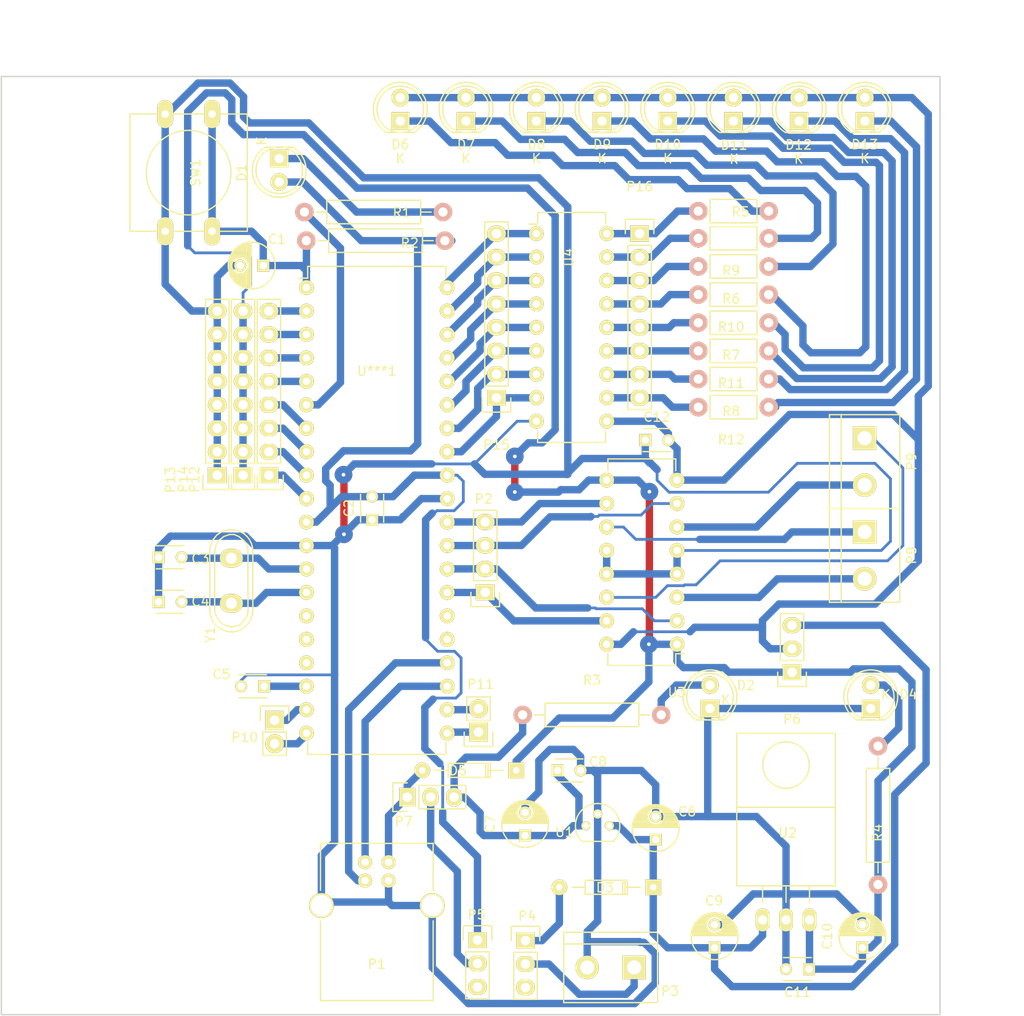
<source format=kicad_pcb>
(kicad_pcb (version 4) (host pcbnew 4.0.3-1.fc24-product)

  (general
    (links 161)
    (no_connects 0)
    (area 98.984999 46.83 213.732857 156.285001)
    (thickness 1.6)
    (drawings 6)
    (tracks 639)
    (zones 0)
    (modules 60)
    (nets 65)
  )

  (page A4)
  (layers
    (0 F.Cu signal)
    (31 B.Cu signal)
    (32 B.Adhes user)
    (33 F.Adhes user)
    (34 B.Paste user)
    (35 F.Paste user)
    (36 B.SilkS user)
    (37 F.SilkS user)
    (38 B.Mask user)
    (39 F.Mask user)
    (40 Dwgs.User user)
    (41 Cmts.User user)
    (42 Eco1.User user)
    (43 Eco2.User user)
    (44 Edge.Cuts user)
    (45 Margin user)
    (46 B.CrtYd user)
    (47 F.CrtYd user)
    (48 B.Fab user)
    (49 F.Fab user)
  )

  (setup
    (last_trace_width 0.8)
    (user_trace_width 0.3)
    (trace_clearance 0.2)
    (zone_clearance 0.508)
    (zone_45_only no)
    (trace_min 0.2)
    (segment_width 0.2)
    (edge_width 0.15)
    (via_size 1.91)
    (via_drill 0.4)
    (via_min_size 0.4)
    (via_min_drill 0.3)
    (uvia_size 0.3)
    (uvia_drill 0.1)
    (uvias_allowed no)
    (uvia_min_size 0.2)
    (uvia_min_drill 0.1)
    (pcb_text_width 0.3)
    (pcb_text_size 1.5 1.5)
    (mod_edge_width 0.15)
    (mod_text_size 1 1)
    (mod_text_width 0.15)
    (pad_size 1.524 1.524)
    (pad_drill 0.762)
    (pad_to_mask_clearance 0.2)
    (aux_axis_origin 0 0)
    (visible_elements FFFFFF7F)
    (pcbplotparams
      (layerselection 0x00030_80000001)
      (usegerberextensions false)
      (excludeedgelayer true)
      (linewidth 0.100000)
      (plotframeref false)
      (viasonmask false)
      (mode 1)
      (useauxorigin false)
      (hpglpennumber 1)
      (hpglpenspeed 20)
      (hpglpendiameter 15)
      (hpglpenoverlay 2)
      (psnegative false)
      (psa4output false)
      (plotreference true)
      (plotvalue true)
      (plotinvisibletext false)
      (padsonsilk false)
      (subtractmaskfromsilk false)
      (outputformat 1)
      (mirror false)
      (drillshape 1)
      (scaleselection 1)
      (outputdirectory ""))
  )

  (net 0 "")
  (net 1 "Net-(C1-Pad1)")
  (net 2 GND)
  (net 3 VDD)
  (net 4 "Net-(C3-Pad2)")
  (net 5 "Net-(C4-Pad2)")
  (net 6 "Net-(C5-Pad1)")
  (net 7 "Net-(D1-Pad1)")
  (net 8 D-)
  (net 9 VCC)
  (net 10 D+)
  (net 11 RA4)
  (net 12 12V)
  (net 13 "Net-(D2-Pad2)")
  (net 14 /alimentacion/5v_78l05)
  (net 15 /alimentacion/5v_lm7805)
  (net 16 "Net-(D3-Pad2)")
  (net 17 "Net-(P3-Pad1)")
  (net 18 "Net-(D4-Pad2)")
  (net 19 RD0)
  (net 20 RD1)
  (net 21 RD2)
  (net 22 RD3)
  (net 23 RD4)
  (net 24 RD5)
  (net 25 RD6)
  (net 26 RD7)
  (net 27 vcc_con)
  (net 28 "Net-(P8-Pad1)")
  (net 29 "Net-(P8-Pad2)")
  (net 30 "Net-(P9-Pad1)")
  (net 31 "Net-(P9-Pad2)")
  (net 32 "Net-(P12-Pad1)")
  (net 33 "Net-(P12-Pad2)")
  (net 34 "Net-(P12-Pad3)")
  (net 35 "Net-(P12-Pad4)")
  (net 36 "Net-(P12-Pad5)")
  (net 37 "Net-(P12-Pad6)")
  (net 38 "Net-(P12-Pad7)")
  (net 39 "Net-(P12-Pad8)")
  (net 40 /UNL2803/+5/12V)
  (net 41 "Net-(D6-Pad1)")
  (net 42 "Net-(D7-Pad1)")
  (net 43 "Net-(D8-Pad1)")
  (net 44 "Net-(D9-Pad1)")
  (net 45 "Net-(D10-Pad1)")
  (net 46 "Net-(D11-Pad1)")
  (net 47 "Net-(D12-Pad1)")
  (net 48 "Net-(D13-Pad1)")
  (net 49 IN7)
  (net 50 IN6)
  (net 51 IN5)
  (net 52 IN4)
  (net 53 IN3)
  (net 54 IN2)
  (net 55 IN1)
  (net 56 IN0)
  (net 57 OOUT_0)
  (net 58 OOUT_1)
  (net 59 OOUT_2)
  (net 60 OOUT_3)
  (net 61 OOUT_4)
  (net 62 OOUT_5)
  (net 63 OOUT_6)
  (net 64 OOUT_7)

  (net_class Default "Esta es la clase de red por defecto."
    (clearance 0.2)
    (trace_width 0.8)
    (via_dia 1.91)
    (via_drill 0.4)
    (uvia_dia 0.3)
    (uvia_drill 0.1)
    (add_net /UNL2803/+5/12V)
    (add_net /alimentacion/5v_78l05)
    (add_net /alimentacion/5v_lm7805)
    (add_net 12V)
    (add_net D+)
    (add_net D-)
    (add_net GND)
    (add_net IN0)
    (add_net IN1)
    (add_net IN2)
    (add_net IN3)
    (add_net IN4)
    (add_net IN5)
    (add_net IN6)
    (add_net IN7)
    (add_net "Net-(C1-Pad1)")
    (add_net "Net-(C3-Pad2)")
    (add_net "Net-(C4-Pad2)")
    (add_net "Net-(C5-Pad1)")
    (add_net "Net-(D1-Pad1)")
    (add_net "Net-(D10-Pad1)")
    (add_net "Net-(D11-Pad1)")
    (add_net "Net-(D12-Pad1)")
    (add_net "Net-(D13-Pad1)")
    (add_net "Net-(D2-Pad2)")
    (add_net "Net-(D3-Pad2)")
    (add_net "Net-(D4-Pad2)")
    (add_net "Net-(D6-Pad1)")
    (add_net "Net-(D7-Pad1)")
    (add_net "Net-(D8-Pad1)")
    (add_net "Net-(D9-Pad1)")
    (add_net "Net-(P12-Pad1)")
    (add_net "Net-(P12-Pad2)")
    (add_net "Net-(P12-Pad3)")
    (add_net "Net-(P12-Pad4)")
    (add_net "Net-(P12-Pad5)")
    (add_net "Net-(P12-Pad6)")
    (add_net "Net-(P12-Pad7)")
    (add_net "Net-(P12-Pad8)")
    (add_net "Net-(P3-Pad1)")
    (add_net "Net-(P8-Pad1)")
    (add_net "Net-(P8-Pad2)")
    (add_net "Net-(P9-Pad1)")
    (add_net "Net-(P9-Pad2)")
    (add_net OOUT_0)
    (add_net OOUT_1)
    (add_net OOUT_2)
    (add_net OOUT_3)
    (add_net OOUT_4)
    (add_net OOUT_5)
    (add_net OOUT_6)
    (add_net OOUT_7)
    (add_net RA4)
    (add_net RD0)
    (add_net RD1)
    (add_net RD2)
    (add_net RD3)
    (add_net RD4)
    (add_net RD5)
    (add_net RD6)
    (add_net RD7)
    (add_net VCC)
    (add_net VDD)
    (add_net vcc_con)
  )

  (net_class fina ""
    (clearance 0.2)
    (trace_width 0.3)
    (via_dia 1.91)
    (via_drill 0.4)
    (uvia_dia 0.3)
    (uvia_drill 0.1)
  )

  (module Housings_DIP:DIP-40_W15.24mm locked (layer F.Cu) (tedit 57A4C84A) (tstamp 579BC2EC)
    (at 132.08 77.47)
    (descr "40-lead dip package, row spacing 15.24 mm (600 mils)")
    (tags "dil dip 2.54 600")
    (path /579A2BA6)
    (fp_text reference U***1 (at 7.62 9.0424) (layer F.SilkS)
      (effects (font (size 1 1) (thickness 0.15)))
    )
    (fp_text value PIC18F4550 (at 8.128 13.5636) (layer F.Fab)
      (effects (font (size 1 1) (thickness 0.15)))
    )
    (fp_line (start -1.05 -2.45) (end -1.05 50.75) (layer F.CrtYd) (width 0.05))
    (fp_line (start 16.3 -2.45) (end 16.3 50.75) (layer F.CrtYd) (width 0.05))
    (fp_line (start -1.05 -2.45) (end 16.3 -2.45) (layer F.CrtYd) (width 0.05))
    (fp_line (start -1.05 50.75) (end 16.3 50.75) (layer F.CrtYd) (width 0.05))
    (fp_line (start 0.135 -2.295) (end 0.135 -1.025) (layer F.SilkS) (width 0.15))
    (fp_line (start 15.105 -2.295) (end 15.105 -1.025) (layer F.SilkS) (width 0.15))
    (fp_line (start 15.105 50.555) (end 15.105 49.285) (layer F.SilkS) (width 0.15))
    (fp_line (start 0.135 50.555) (end 0.135 49.285) (layer F.SilkS) (width 0.15))
    (fp_line (start 0.135 -2.295) (end 15.105 -2.295) (layer F.SilkS) (width 0.15))
    (fp_line (start 0.135 50.555) (end 15.105 50.555) (layer F.SilkS) (width 0.15))
    (fp_line (start 0.135 -1.025) (end -0.8 -1.025) (layer F.SilkS) (width 0.15))
    (pad 1 thru_hole oval (at 0 0) (size 1.6 1.6) (drill 0.8) (layers *.Cu *.Mask F.SilkS)
      (net 1 "Net-(C1-Pad1)"))
    (pad 2 thru_hole oval (at 0 2.54) (size 1.6 1.6) (drill 0.8) (layers *.Cu *.Mask F.SilkS)
      (net 39 "Net-(P12-Pad8)"))
    (pad 3 thru_hole oval (at 0 5.08) (size 1.6 1.6) (drill 0.8) (layers *.Cu *.Mask F.SilkS)
      (net 38 "Net-(P12-Pad7)"))
    (pad 4 thru_hole oval (at 0 7.62) (size 1.6 1.6) (drill 0.8) (layers *.Cu *.Mask F.SilkS)
      (net 37 "Net-(P12-Pad6)"))
    (pad 5 thru_hole oval (at 0 10.16) (size 1.6 1.6) (drill 0.8) (layers *.Cu *.Mask F.SilkS)
      (net 36 "Net-(P12-Pad5)"))
    (pad 6 thru_hole oval (at 0 12.7) (size 1.6 1.6) (drill 0.8) (layers *.Cu *.Mask F.SilkS)
      (net 11 RA4))
    (pad 7 thru_hole oval (at 0 15.24) (size 1.6 1.6) (drill 0.8) (layers *.Cu *.Mask F.SilkS)
      (net 35 "Net-(P12-Pad4)"))
    (pad 8 thru_hole oval (at 0 17.78) (size 1.6 1.6) (drill 0.8) (layers *.Cu *.Mask F.SilkS)
      (net 34 "Net-(P12-Pad3)"))
    (pad 9 thru_hole oval (at 0 20.32) (size 1.6 1.6) (drill 0.8) (layers *.Cu *.Mask F.SilkS)
      (net 33 "Net-(P12-Pad2)"))
    (pad 10 thru_hole oval (at 0 22.86) (size 1.6 1.6) (drill 0.8) (layers *.Cu *.Mask F.SilkS)
      (net 32 "Net-(P12-Pad1)"))
    (pad 11 thru_hole oval (at 0 25.4) (size 1.6 1.6) (drill 0.8) (layers *.Cu *.Mask F.SilkS)
      (net 3 VDD))
    (pad 12 thru_hole oval (at 0 27.94) (size 1.6 1.6) (drill 0.8) (layers *.Cu *.Mask F.SilkS)
      (net 2 GND))
    (pad 13 thru_hole oval (at 0 30.48) (size 1.6 1.6) (drill 0.8) (layers *.Cu *.Mask F.SilkS)
      (net 4 "Net-(C3-Pad2)"))
    (pad 14 thru_hole oval (at 0 33.02) (size 1.6 1.6) (drill 0.8) (layers *.Cu *.Mask F.SilkS)
      (net 5 "Net-(C4-Pad2)"))
    (pad 15 thru_hole oval (at 0 35.56) (size 1.6 1.6) (drill 0.8) (layers *.Cu *.Mask F.SilkS))
    (pad 16 thru_hole oval (at 0 38.1) (size 1.6 1.6) (drill 0.8) (layers *.Cu *.Mask F.SilkS))
    (pad 17 thru_hole oval (at 0 40.64) (size 1.6 1.6) (drill 0.8) (layers *.Cu *.Mask F.SilkS))
    (pad 18 thru_hole oval (at 0 43.18) (size 1.6 1.6) (drill 0.8) (layers *.Cu *.Mask F.SilkS)
      (net 6 "Net-(C5-Pad1)"))
    (pad 19 thru_hole oval (at 0 45.72) (size 1.6 1.6) (drill 0.8) (layers *.Cu *.Mask F.SilkS)
      (net 19 RD0))
    (pad 20 thru_hole oval (at 0 48.26) (size 1.6 1.6) (drill 0.8) (layers *.Cu *.Mask F.SilkS)
      (net 20 RD1))
    (pad 21 thru_hole oval (at 15.24 48.26) (size 1.6 1.6) (drill 0.8) (layers *.Cu *.Mask F.SilkS)
      (net 21 RD2))
    (pad 22 thru_hole oval (at 15.24 45.72) (size 1.6 1.6) (drill 0.8) (layers *.Cu *.Mask F.SilkS)
      (net 22 RD3))
    (pad 23 thru_hole oval (at 15.24 43.18) (size 1.6 1.6) (drill 0.8) (layers *.Cu *.Mask F.SilkS)
      (net 8 D-))
    (pad 24 thru_hole oval (at 15.24 40.64) (size 1.6 1.6) (drill 0.8) (layers *.Cu *.Mask F.SilkS)
      (net 10 D+))
    (pad 25 thru_hole oval (at 15.24 38.1) (size 1.6 1.6) (drill 0.8) (layers *.Cu *.Mask F.SilkS))
    (pad 26 thru_hole oval (at 15.24 35.56) (size 1.6 1.6) (drill 0.8) (layers *.Cu *.Mask F.SilkS))
    (pad 27 thru_hole oval (at 15.24 33.02) (size 1.6 1.6) (drill 0.8) (layers *.Cu *.Mask F.SilkS)
      (net 23 RD4))
    (pad 28 thru_hole oval (at 15.24 30.48) (size 1.6 1.6) (drill 0.8) (layers *.Cu *.Mask F.SilkS)
      (net 24 RD5))
    (pad 29 thru_hole oval (at 15.24 27.94) (size 1.6 1.6) (drill 0.8) (layers *.Cu *.Mask F.SilkS)
      (net 25 RD6))
    (pad 30 thru_hole oval (at 15.24 25.4) (size 1.6 1.6) (drill 0.8) (layers *.Cu *.Mask F.SilkS)
      (net 26 RD7))
    (pad 31 thru_hole oval (at 15.24 22.86) (size 1.6 1.6) (drill 0.8) (layers *.Cu *.Mask F.SilkS)
      (net 2 GND))
    (pad 32 thru_hole oval (at 15.24 20.32) (size 1.6 1.6) (drill 0.8) (layers *.Cu *.Mask F.SilkS)
      (net 3 VDD))
    (pad 33 thru_hole oval (at 15.24 17.78) (size 1.6 1.6) (drill 0.8) (layers *.Cu *.Mask F.SilkS)
      (net 49 IN7))
    (pad 34 thru_hole oval (at 15.24 15.24) (size 1.6 1.6) (drill 0.8) (layers *.Cu *.Mask F.SilkS)
      (net 50 IN6))
    (pad 35 thru_hole oval (at 15.24 12.7) (size 1.6 1.6) (drill 0.8) (layers *.Cu *.Mask F.SilkS)
      (net 51 IN5))
    (pad 36 thru_hole oval (at 15.24 10.16) (size 1.6 1.6) (drill 0.8) (layers *.Cu *.Mask F.SilkS)
      (net 52 IN4))
    (pad 37 thru_hole oval (at 15.24 7.62) (size 1.6 1.6) (drill 0.8) (layers *.Cu *.Mask F.SilkS)
      (net 53 IN3))
    (pad 38 thru_hole oval (at 15.24 5.08) (size 1.6 1.6) (drill 0.8) (layers *.Cu *.Mask F.SilkS)
      (net 54 IN2))
    (pad 39 thru_hole oval (at 15.24 2.54) (size 1.6 1.6) (drill 0.8) (layers *.Cu *.Mask F.SilkS)
      (net 55 IN1))
    (pad 40 thru_hole oval (at 15.24 0) (size 1.6 1.6) (drill 0.8) (layers *.Cu *.Mask F.SilkS)
      (net 56 IN0))
    (model Housings_DIP.3dshapes/DIP-40_W15.24mm.wrl
      (at (xyz 0 0 0))
      (scale (xyz 1 1 1))
      (rotate (xyz 0 0 0))
    )
  )

  (module Buttons_Switches_ThroughHole:SW_PUSH-12mm placed (layer F.Cu) (tedit 579A3B47) (tstamp 579A3742)
    (at 119.3292 65.024 270)
    (path /579A3775)
    (fp_text reference SW1 (at 0 -0.762 450) (layer F.SilkS)
      (effects (font (size 1 1) (thickness 0.15)))
    )
    (fp_text value SW_PUSH (at 0 1.016 270) (layer F.Fab)
      (effects (font (size 1 1) (thickness 0.15)))
    )
    (fp_circle (center 0 0) (end 3.81 2.54) (layer F.SilkS) (width 0.15))
    (fp_line (start -6.35 -6.35) (end 6.35 -6.35) (layer F.SilkS) (width 0.15))
    (fp_line (start 6.35 -6.35) (end 6.35 6.35) (layer F.SilkS) (width 0.15))
    (fp_line (start 6.35 6.35) (end -6.35 6.35) (layer F.SilkS) (width 0.15))
    (fp_line (start -6.35 6.35) (end -6.35 -6.35) (layer F.SilkS) (width 0.15))
    (pad 1 thru_hole oval (at 6.35 -2.54 270) (size 3.048 1.7272) (drill 0.8128) (layers *.Cu *.Mask F.SilkS)
      (net 1 "Net-(C1-Pad1)"))
    (pad 2 thru_hole oval (at 6.35 2.54 270) (size 3.048 1.7272) (drill 0.8128) (layers *.Cu *.Mask F.SilkS)
      (net 2 GND))
    (pad 1 thru_hole oval (at -6.35 -2.54 270) (size 3.048 1.7272) (drill 0.8128) (layers *.Cu *.Mask F.SilkS)
      (net 1 "Net-(C1-Pad1)"))
    (pad 2 thru_hole oval (at -6.35 2.54 270) (size 3.048 1.7272) (drill 0.8128) (layers *.Cu *.Mask F.SilkS)
      (net 2 GND))
    (model Buttons_Switches_ThroughHole.3dshapes/SW_PUSH-12mm.wrl
      (at (xyz 0 0 0))
      (scale (xyz 4 4 4))
      (rotate (xyz 0 0 0))
    )
  )

  (module Capacitors_ThroughHole:C_Radial_D5_L6_P2.5 placed (layer F.Cu) (tedit 57A4CA17) (tstamp 579A36FF)
    (at 127.4064 75.0824 180)
    (descr "Radial Electrolytic Capacitor Diameter 5mm x Length 6mm, Pitch 2.5mm")
    (tags "Electrolytic Capacitor")
    (path /579A382A)
    (fp_text reference C1 (at -1.4732 2.8448 180) (layer F.SilkS)
      (effects (font (size 1 1) (thickness 0.15)))
    )
    (fp_text value "10 uF-electr" (at 9.4996 -0.1524 180) (layer F.Fab)
      (effects (font (size 1 1) (thickness 0.15)))
    )
    (fp_line (start 1.325 -2.499) (end 1.325 2.499) (layer F.SilkS) (width 0.15))
    (fp_line (start 1.465 -2.491) (end 1.465 2.491) (layer F.SilkS) (width 0.15))
    (fp_line (start 1.605 -2.475) (end 1.605 -0.095) (layer F.SilkS) (width 0.15))
    (fp_line (start 1.605 0.095) (end 1.605 2.475) (layer F.SilkS) (width 0.15))
    (fp_line (start 1.745 -2.451) (end 1.745 -0.49) (layer F.SilkS) (width 0.15))
    (fp_line (start 1.745 0.49) (end 1.745 2.451) (layer F.SilkS) (width 0.15))
    (fp_line (start 1.885 -2.418) (end 1.885 -0.657) (layer F.SilkS) (width 0.15))
    (fp_line (start 1.885 0.657) (end 1.885 2.418) (layer F.SilkS) (width 0.15))
    (fp_line (start 2.025 -2.377) (end 2.025 -0.764) (layer F.SilkS) (width 0.15))
    (fp_line (start 2.025 0.764) (end 2.025 2.377) (layer F.SilkS) (width 0.15))
    (fp_line (start 2.165 -2.327) (end 2.165 -0.835) (layer F.SilkS) (width 0.15))
    (fp_line (start 2.165 0.835) (end 2.165 2.327) (layer F.SilkS) (width 0.15))
    (fp_line (start 2.305 -2.266) (end 2.305 -0.879) (layer F.SilkS) (width 0.15))
    (fp_line (start 2.305 0.879) (end 2.305 2.266) (layer F.SilkS) (width 0.15))
    (fp_line (start 2.445 -2.196) (end 2.445 -0.898) (layer F.SilkS) (width 0.15))
    (fp_line (start 2.445 0.898) (end 2.445 2.196) (layer F.SilkS) (width 0.15))
    (fp_line (start 2.585 -2.114) (end 2.585 -0.896) (layer F.SilkS) (width 0.15))
    (fp_line (start 2.585 0.896) (end 2.585 2.114) (layer F.SilkS) (width 0.15))
    (fp_line (start 2.725 -2.019) (end 2.725 -0.871) (layer F.SilkS) (width 0.15))
    (fp_line (start 2.725 0.871) (end 2.725 2.019) (layer F.SilkS) (width 0.15))
    (fp_line (start 2.865 -1.908) (end 2.865 -0.823) (layer F.SilkS) (width 0.15))
    (fp_line (start 2.865 0.823) (end 2.865 1.908) (layer F.SilkS) (width 0.15))
    (fp_line (start 3.005 -1.78) (end 3.005 -0.745) (layer F.SilkS) (width 0.15))
    (fp_line (start 3.005 0.745) (end 3.005 1.78) (layer F.SilkS) (width 0.15))
    (fp_line (start 3.145 -1.631) (end 3.145 -0.628) (layer F.SilkS) (width 0.15))
    (fp_line (start 3.145 0.628) (end 3.145 1.631) (layer F.SilkS) (width 0.15))
    (fp_line (start 3.285 -1.452) (end 3.285 -0.44) (layer F.SilkS) (width 0.15))
    (fp_line (start 3.285 0.44) (end 3.285 1.452) (layer F.SilkS) (width 0.15))
    (fp_line (start 3.425 -1.233) (end 3.425 1.233) (layer F.SilkS) (width 0.15))
    (fp_line (start 3.565 -0.944) (end 3.565 0.944) (layer F.SilkS) (width 0.15))
    (fp_line (start 3.705 -0.472) (end 3.705 0.472) (layer F.SilkS) (width 0.15))
    (fp_circle (center 2.5 0) (end 2.5 -0.9) (layer F.SilkS) (width 0.15))
    (fp_circle (center 1.25 0) (end 1.25 -2.5375) (layer F.SilkS) (width 0.15))
    (fp_circle (center 1.25 0) (end 1.25 -2.8) (layer F.CrtYd) (width 0.05))
    (pad 1 thru_hole rect (at 0 0 180) (size 1.3 1.3) (drill 0.8) (layers *.Cu *.Mask F.SilkS)
      (net 1 "Net-(C1-Pad1)"))
    (pad 2 thru_hole circle (at 2.5 0 180) (size 1.3 1.3) (drill 0.8) (layers *.Cu *.Mask F.SilkS)
      (net 2 GND))
    (model Capacitors_ThroughHole.3dshapes/C_Radial_D5_L6_P2.5.wrl
      (at (xyz 0.0492126 0 0))
      (scale (xyz 1 1 1))
      (rotate (xyz 0 0 90))
    )
  )

  (module LEDs:LED-5MM placed (layer F.Cu) (tedit 5570F7EA) (tstamp 579A371D)
    (at 129.1336 63.5 270)
    (descr "LED 5mm round vertical")
    (tags "LED 5mm round vertical")
    (path /579A397D)
    (fp_text reference D1 (at 1.524 4.064 270) (layer F.SilkS)
      (effects (font (size 1 1) (thickness 0.15)))
    )
    (fp_text value LED (at 1.524 -3.937 270) (layer F.Fab)
      (effects (font (size 1 1) (thickness 0.15)))
    )
    (fp_line (start -1.5 -1.55) (end -1.5 1.55) (layer F.CrtYd) (width 0.05))
    (fp_arc (start 1.3 0) (end -1.5 1.55) (angle -302) (layer F.CrtYd) (width 0.05))
    (fp_arc (start 1.27 0) (end -1.23 -1.5) (angle 297.5) (layer F.SilkS) (width 0.15))
    (fp_line (start -1.23 1.5) (end -1.23 -1.5) (layer F.SilkS) (width 0.15))
    (fp_circle (center 1.27 0) (end 0.97 -2.5) (layer F.SilkS) (width 0.15))
    (fp_text user K (at -1.905 1.905 270) (layer F.SilkS)
      (effects (font (size 1 1) (thickness 0.15)))
    )
    (pad 1 thru_hole rect (at 0 0) (size 2 1.9) (drill 1.00076) (layers *.Cu *.Mask F.SilkS)
      (net 7 "Net-(D1-Pad1)"))
    (pad 2 thru_hole circle (at 2.54 0 270) (size 1.9 1.9) (drill 1.00076) (layers *.Cu *.Mask F.SilkS)
      (net 3 VDD))
    (model LEDs.3dshapes/LED-5MM.wrl
      (at (xyz 0.05 0 0))
      (scale (xyz 1 1 1))
      (rotate (xyz 0 0 90))
    )
  )

  (module Connect:USB_B locked (layer F.Cu) (tedit 55B36073) (tstamp 579A3727)
    (at 140.97 139.7 270)
    (descr "USB B connector")
    (tags "USB_B USB_DEV")
    (path /579A4922)
    (fp_text reference P1 (at 11.049 1.27 360) (layer F.SilkS)
      (effects (font (size 1 1) (thickness 0.15)))
    )
    (fp_text value USB_B (at 4.699 1.27 360) (layer F.Fab)
      (effects (font (size 1 1) (thickness 0.15)))
    )
    (fp_line (start 15.25 8.9) (end -2.3 8.9) (layer F.CrtYd) (width 0.05))
    (fp_line (start -2.3 8.9) (end -2.3 -6.35) (layer F.CrtYd) (width 0.05))
    (fp_line (start -2.3 -6.35) (end 15.25 -6.35) (layer F.CrtYd) (width 0.05))
    (fp_line (start 15.25 -6.35) (end 15.25 8.9) (layer F.CrtYd) (width 0.05))
    (fp_line (start 6.35 7.366) (end 14.986 7.366) (layer F.SilkS) (width 0.15))
    (fp_line (start -2.032 7.366) (end 3.048 7.366) (layer F.SilkS) (width 0.15))
    (fp_line (start 6.35 -4.826) (end 14.986 -4.826) (layer F.SilkS) (width 0.15))
    (fp_line (start -2.032 -4.826) (end 3.048 -4.826) (layer F.SilkS) (width 0.15))
    (fp_line (start 14.986 -4.826) (end 14.986 7.366) (layer F.SilkS) (width 0.15))
    (fp_line (start -2.032 7.366) (end -2.032 -4.826) (layer F.SilkS) (width 0.15))
    (pad 2 thru_hole circle (at 0 2.54 180) (size 1.524 1.524) (drill 0.8128) (layers *.Cu *.Mask F.SilkS)
      (net 8 D-))
    (pad 1 thru_hole circle (at 0 0 180) (size 1.524 1.524) (drill 0.8128) (layers *.Cu *.Mask F.SilkS)
      (net 9 VCC))
    (pad 4 thru_hole circle (at 1.99898 0 180) (size 1.524 1.524) (drill 0.8128) (layers *.Cu *.Mask F.SilkS)
      (net 2 GND))
    (pad 3 thru_hole circle (at 1.99898 2.54 180) (size 1.524 1.524) (drill 0.8128) (layers *.Cu *.Mask F.SilkS)
      (net 10 D+))
    (pad 5 thru_hole circle (at 4.699 7.26948 180) (size 2.70002 2.70002) (drill 2.30124) (layers *.Cu *.Mask F.SilkS)
      (net 2 GND))
    (pad 5 thru_hole circle (at 4.699 -4.72948 180) (size 2.70002 2.70002) (drill 2.30124) (layers *.Cu *.Mask F.SilkS)
      (net 2 GND))
    (model Connect.3dshapes/USB_B.wrl
      (at (xyz 0.185 -0.05 0.001))
      (scale (xyz 0.3937 0.3937 0.3937))
      (rotate (xyz 0 0 -90))
    )
  )

  (module Resistors_ThroughHole:Resistor_Horizontal_RM15mm placed (layer F.Cu) (tedit 57A4C85D) (tstamp 579A3734)
    (at 146.8628 69.2912 180)
    (descr "Resistor, Axial, RM 15mm,")
    (tags "Resistor Axial RM 15mm")
    (path /579A3935)
    (fp_text reference R1 (at 4.4704 -0.0508 180) (layer F.SilkS)
      (effects (font (size 1 1) (thickness 0.15)))
    )
    (fp_text value 470 (at 10.668 0 180) (layer F.Fab)
      (effects (font (size 1 1) (thickness 0.15)))
    )
    (fp_line (start -1.25 1.5) (end -1.25 -1.5) (layer F.CrtYd) (width 0.05))
    (fp_line (start -1.25 -1.5) (end 16.25 -1.5) (layer F.CrtYd) (width 0.05))
    (fp_line (start 16.25 -1.5) (end 16.25 1.5) (layer F.CrtYd) (width 0.05))
    (fp_line (start 16.25 1.5) (end -1.25 1.5) (layer F.CrtYd) (width 0.05))
    (fp_line (start 2.42 -1.27) (end 2.42 1.27) (layer F.SilkS) (width 0.15))
    (fp_line (start 2.42 1.27) (end 12.58 1.27) (layer F.SilkS) (width 0.15))
    (fp_line (start 12.58 1.27) (end 12.58 -1.27) (layer F.SilkS) (width 0.15))
    (fp_line (start 12.58 -1.27) (end 2.42 -1.27) (layer F.SilkS) (width 0.15))
    (fp_line (start 13.73 0) (end 12.58 0) (layer F.SilkS) (width 0.15))
    (fp_line (start 1.27 0) (end 2.42 0) (layer F.SilkS) (width 0.15))
    (pad 1 thru_hole circle (at 0 0 180) (size 1.99898 1.99898) (drill 1.00076) (layers *.Cu *.SilkS *.Mask)
      (net 7 "Net-(D1-Pad1)"))
    (pad 2 thru_hole circle (at 15 0 180) (size 1.99898 1.99898) (drill 1.00076) (layers *.Cu *.SilkS *.Mask)
      (net 11 RA4))
    (model Resistors_ThroughHole.3dshapes/Resistor_Horizontal_RM15mm.wrl
      (at (xyz 0 0 0))
      (scale (xyz 0.4 0.4 0.4))
      (rotate (xyz 0 0 0))
    )
  )

  (module Resistors_ThroughHole:Resistor_Horizontal_RM15mm placed (layer F.Cu) (tedit 579A39E4) (tstamp 579A373A)
    (at 147.066 72.39 180)
    (descr "Resistor, Axial, RM 15mm,")
    (tags "Resistor Axial RM 15mm")
    (path /579A389E)
    (fp_text reference R2 (at 3.81 -0.254 180) (layer F.SilkS)
      (effects (font (size 1 1) (thickness 0.15)))
    )
    (fp_text value 1K (at 11.176 0 180) (layer F.Fab)
      (effects (font (size 1 1) (thickness 0.15)))
    )
    (fp_line (start -1.25 1.5) (end -1.25 -1.5) (layer F.CrtYd) (width 0.05))
    (fp_line (start -1.25 -1.5) (end 16.25 -1.5) (layer F.CrtYd) (width 0.05))
    (fp_line (start 16.25 -1.5) (end 16.25 1.5) (layer F.CrtYd) (width 0.05))
    (fp_line (start 16.25 1.5) (end -1.25 1.5) (layer F.CrtYd) (width 0.05))
    (fp_line (start 2.42 -1.27) (end 2.42 1.27) (layer F.SilkS) (width 0.15))
    (fp_line (start 2.42 1.27) (end 12.58 1.27) (layer F.SilkS) (width 0.15))
    (fp_line (start 12.58 1.27) (end 12.58 -1.27) (layer F.SilkS) (width 0.15))
    (fp_line (start 12.58 -1.27) (end 2.42 -1.27) (layer F.SilkS) (width 0.15))
    (fp_line (start 13.73 0) (end 12.58 0) (layer F.SilkS) (width 0.15))
    (fp_line (start 1.27 0) (end 2.42 0) (layer F.SilkS) (width 0.15))
    (pad 1 thru_hole circle (at 0 0 180) (size 1.99898 1.99898) (drill 1.00076) (layers *.Cu *.SilkS *.Mask)
      (net 3 VDD))
    (pad 2 thru_hole circle (at 15 0 180) (size 1.99898 1.99898) (drill 1.00076) (layers *.Cu *.SilkS *.Mask)
      (net 1 "Net-(C1-Pad1)"))
    (model Resistors_ThroughHole.3dshapes/Resistor_Horizontal_RM15mm.wrl
      (at (xyz 0 0 0))
      (scale (xyz 0.4 0.4 0.4))
      (rotate (xyz 0 0 0))
    )
  )

  (module Crystals:Crystal_HC50-U_Vertical placed (layer F.Cu) (tedit 57A4D79D) (tstamp 579A3774)
    (at 123.952 109.22 270)
    (descr "Crystal, Quarz, HC50/U, vertical, stehend,")
    (tags "Crystal, Quarz, HC50/U, vertical, stehend,")
    (path /579A43B7)
    (fp_text reference Y1 (at 5.842 2.286 270) (layer F.SilkS)
      (effects (font (size 1 1) (thickness 0.15)))
    )
    (fp_text value Crystal (at -0.2032 -3.2766 270) (layer F.Fab)
      (effects (font (size 1 1) (thickness 0.15)))
    )
    (fp_line (start 4.699 -1.00076) (end 4.89966 -0.59944) (layer F.SilkS) (width 0.15))
    (fp_line (start 4.89966 -0.59944) (end 5.00126 0) (layer F.SilkS) (width 0.15))
    (fp_line (start 5.00126 0) (end 4.89966 0.50038) (layer F.SilkS) (width 0.15))
    (fp_line (start 4.89966 0.50038) (end 4.50088 1.19888) (layer F.SilkS) (width 0.15))
    (fp_line (start 4.50088 1.19888) (end 3.8989 1.6002) (layer F.SilkS) (width 0.15))
    (fp_line (start 3.8989 1.6002) (end 3.29946 1.80086) (layer F.SilkS) (width 0.15))
    (fp_line (start 3.29946 1.80086) (end -3.29946 1.80086) (layer F.SilkS) (width 0.15))
    (fp_line (start -3.29946 1.80086) (end -4.0005 1.6002) (layer F.SilkS) (width 0.15))
    (fp_line (start -4.0005 1.6002) (end -4.39928 1.30048) (layer F.SilkS) (width 0.15))
    (fp_line (start -4.39928 1.30048) (end -4.8006 0.8001) (layer F.SilkS) (width 0.15))
    (fp_line (start -4.8006 0.8001) (end -5.00126 0.20066) (layer F.SilkS) (width 0.15))
    (fp_line (start -5.00126 0.20066) (end -5.00126 -0.29972) (layer F.SilkS) (width 0.15))
    (fp_line (start -5.00126 -0.29972) (end -4.8006 -0.8001) (layer F.SilkS) (width 0.15))
    (fp_line (start -4.8006 -0.8001) (end -4.30022 -1.39954) (layer F.SilkS) (width 0.15))
    (fp_line (start -4.30022 -1.39954) (end -3.79984 -1.69926) (layer F.SilkS) (width 0.15))
    (fp_line (start -3.79984 -1.69926) (end -3.29946 -1.80086) (layer F.SilkS) (width 0.15))
    (fp_line (start -3.2004 -1.80086) (end 3.40106 -1.80086) (layer F.SilkS) (width 0.15))
    (fp_line (start 3.40106 -1.80086) (end 3.79984 -1.69926) (layer F.SilkS) (width 0.15))
    (fp_line (start 3.79984 -1.69926) (end 4.30022 -1.39954) (layer F.SilkS) (width 0.15))
    (fp_line (start 4.30022 -1.39954) (end 4.8006 -0.89916) (layer F.SilkS) (width 0.15))
    (fp_line (start -3.19024 -2.32918) (end -3.64998 -2.28092) (layer F.SilkS) (width 0.15))
    (fp_line (start -3.64998 -2.28092) (end -4.04876 -2.16916) (layer F.SilkS) (width 0.15))
    (fp_line (start -4.04876 -2.16916) (end -4.48056 -1.95072) (layer F.SilkS) (width 0.15))
    (fp_line (start -4.48056 -1.95072) (end -4.77012 -1.71958) (layer F.SilkS) (width 0.15))
    (fp_line (start -4.77012 -1.71958) (end -5.10032 -1.36906) (layer F.SilkS) (width 0.15))
    (fp_line (start -5.10032 -1.36906) (end -5.38988 -0.83058) (layer F.SilkS) (width 0.15))
    (fp_line (start -5.38988 -0.83058) (end -5.51942 -0.23114) (layer F.SilkS) (width 0.15))
    (fp_line (start -5.51942 -0.23114) (end -5.51942 0.2794) (layer F.SilkS) (width 0.15))
    (fp_line (start -5.51942 0.2794) (end -5.34924 0.98044) (layer F.SilkS) (width 0.15))
    (fp_line (start -5.34924 0.98044) (end -4.95046 1.56972) (layer F.SilkS) (width 0.15))
    (fp_line (start -4.95046 1.56972) (end -4.49072 1.94056) (layer F.SilkS) (width 0.15))
    (fp_line (start -4.49072 1.94056) (end -4.06908 2.14884) (layer F.SilkS) (width 0.15))
    (fp_line (start -4.06908 2.14884) (end -3.6195 2.30886) (layer F.SilkS) (width 0.15))
    (fp_line (start -3.6195 2.30886) (end -3.18008 2.33934) (layer F.SilkS) (width 0.15))
    (fp_line (start 4.16052 2.1209) (end 4.53898 1.89992) (layer F.SilkS) (width 0.15))
    (fp_line (start 4.53898 1.89992) (end 4.85902 1.62052) (layer F.SilkS) (width 0.15))
    (fp_line (start 4.85902 1.62052) (end 5.11048 1.29032) (layer F.SilkS) (width 0.15))
    (fp_line (start 5.11048 1.29032) (end 5.4102 0.73914) (layer F.SilkS) (width 0.15))
    (fp_line (start 5.4102 0.73914) (end 5.51942 0.26924) (layer F.SilkS) (width 0.15))
    (fp_line (start 5.51942 0.26924) (end 5.53974 -0.1905) (layer F.SilkS) (width 0.15))
    (fp_line (start 5.53974 -0.1905) (end 5.45084 -0.65024) (layer F.SilkS) (width 0.15))
    (fp_line (start 5.45084 -0.65024) (end 5.26034 -1.09982) (layer F.SilkS) (width 0.15))
    (fp_line (start 5.26034 -1.09982) (end 4.89966 -1.56972) (layer F.SilkS) (width 0.15))
    (fp_line (start 4.89966 -1.56972) (end 4.54914 -1.88976) (layer F.SilkS) (width 0.15))
    (fp_line (start 4.54914 -1.88976) (end 4.16052 -2.1209) (layer F.SilkS) (width 0.15))
    (fp_line (start 4.16052 -2.1209) (end 3.73126 -2.2606) (layer F.SilkS) (width 0.15))
    (fp_line (start 3.73126 -2.2606) (end 3.2893 -2.32918) (layer F.SilkS) (width 0.15))
    (fp_line (start -3.2004 2.32918) (end 3.2512 2.32918) (layer F.SilkS) (width 0.15))
    (fp_line (start 3.2512 2.32918) (end 3.6703 2.29108) (layer F.SilkS) (width 0.15))
    (fp_line (start 3.6703 2.29108) (end 4.16052 2.1209) (layer F.SilkS) (width 0.15))
    (fp_line (start -3.2004 -2.32918) (end 3.2512 -2.32918) (layer F.SilkS) (width 0.15))
    (pad 1 thru_hole oval (at -2.44094 0 270) (size 1.99898 2.49936) (drill 1.19888) (layers *.Cu *.Mask F.SilkS)
      (net 4 "Net-(C3-Pad2)"))
    (pad 2 thru_hole oval (at 2.44094 0 270) (size 1.99898 2.49936) (drill 1.19888) (layers *.Cu *.Mask F.SilkS)
      (net 5 "Net-(C4-Pad2)"))
  )

  (module Capacitors_ThroughHole:C_Disc_D3_P2.5 (layer F.Cu) (tedit 57A4D7A7) (tstamp 579A393A)
    (at 116.078 106.68)
    (descr "Capacitor 3mm Disc, Pitch 2.5mm")
    (tags Capacitor)
    (path /579A455B)
    (fp_text reference C3 (at 4.5212 0.1524) (layer F.SilkS)
      (effects (font (size 1 1) (thickness 0.15)))
    )
    (fp_text value 22pF (at -2.794 0) (layer F.Fab)
      (effects (font (size 1 1) (thickness 0.15)))
    )
    (fp_line (start -0.9 -1.5) (end 3.4 -1.5) (layer F.CrtYd) (width 0.05))
    (fp_line (start 3.4 -1.5) (end 3.4 1.5) (layer F.CrtYd) (width 0.05))
    (fp_line (start 3.4 1.5) (end -0.9 1.5) (layer F.CrtYd) (width 0.05))
    (fp_line (start -0.9 1.5) (end -0.9 -1.5) (layer F.CrtYd) (width 0.05))
    (fp_line (start -0.25 -1.25) (end 2.75 -1.25) (layer F.SilkS) (width 0.15))
    (fp_line (start 2.75 1.25) (end -0.25 1.25) (layer F.SilkS) (width 0.15))
    (pad 1 thru_hole rect (at 0 0) (size 1.3 1.3) (drill 0.8) (layers *.Cu *.Mask F.SilkS)
      (net 2 GND))
    (pad 2 thru_hole circle (at 2.5 0) (size 1.3 1.3) (drill 0.8001) (layers *.Cu *.Mask F.SilkS)
      (net 4 "Net-(C3-Pad2)"))
    (model Capacitors_ThroughHole.3dshapes/C_Disc_D3_P2.5.wrl
      (at (xyz 0.0492126 0 0))
      (scale (xyz 1 1 1))
      (rotate (xyz 0 0 0))
    )
  )

  (module Capacitors_ThroughHole:C_Disc_D3_P2.5 (layer F.Cu) (tedit 57A4D7A2) (tstamp 579A393F)
    (at 116.078 111.506)
    (descr "Capacitor 3mm Disc, Pitch 2.5mm")
    (tags Capacitor)
    (path /579A44E3)
    (fp_text reference C4 (at 4.5212 -0.0254) (layer F.SilkS)
      (effects (font (size 1 1) (thickness 0.15)))
    )
    (fp_text value 22pF (at -3.048 0) (layer F.Fab)
      (effects (font (size 1 1) (thickness 0.15)))
    )
    (fp_line (start -0.9 -1.5) (end 3.4 -1.5) (layer F.CrtYd) (width 0.05))
    (fp_line (start 3.4 -1.5) (end 3.4 1.5) (layer F.CrtYd) (width 0.05))
    (fp_line (start 3.4 1.5) (end -0.9 1.5) (layer F.CrtYd) (width 0.05))
    (fp_line (start -0.9 1.5) (end -0.9 -1.5) (layer F.CrtYd) (width 0.05))
    (fp_line (start -0.25 -1.25) (end 2.75 -1.25) (layer F.SilkS) (width 0.15))
    (fp_line (start 2.75 1.25) (end -0.25 1.25) (layer F.SilkS) (width 0.15))
    (pad 1 thru_hole rect (at 0 0) (size 1.3 1.3) (drill 0.8) (layers *.Cu *.Mask F.SilkS)
      (net 2 GND))
    (pad 2 thru_hole circle (at 2.5 0) (size 1.3 1.3) (drill 0.8001) (layers *.Cu *.Mask F.SilkS)
      (net 5 "Net-(C4-Pad2)"))
    (model Capacitors_ThroughHole.3dshapes/C_Disc_D3_P2.5.wrl
      (at (xyz 0.0492126 0 0))
      (scale (xyz 1 1 1))
      (rotate (xyz 0 0 0))
    )
  )

  (module Capacitors_ThroughHole:C_Disc_D3_P2.5 (layer F.Cu) (tedit 579BC7A9) (tstamp 579A3944)
    (at 127.508 120.65 180)
    (descr "Capacitor 3mm Disc, Pitch 2.5mm")
    (tags Capacitor)
    (path /579A422E)
    (fp_text reference C5 (at 4.62788 1.29032 180) (layer F.SilkS)
      (effects (font (size 1 1) (thickness 0.15)))
    )
    (fp_text value 220nF (at 1.25 2.5 180) (layer F.Fab)
      (effects (font (size 1 1) (thickness 0.15)))
    )
    (fp_line (start -0.9 -1.5) (end 3.4 -1.5) (layer F.CrtYd) (width 0.05))
    (fp_line (start 3.4 -1.5) (end 3.4 1.5) (layer F.CrtYd) (width 0.05))
    (fp_line (start 3.4 1.5) (end -0.9 1.5) (layer F.CrtYd) (width 0.05))
    (fp_line (start -0.9 1.5) (end -0.9 -1.5) (layer F.CrtYd) (width 0.05))
    (fp_line (start -0.25 -1.25) (end 2.75 -1.25) (layer F.SilkS) (width 0.15))
    (fp_line (start 2.75 1.25) (end -0.25 1.25) (layer F.SilkS) (width 0.15))
    (pad 1 thru_hole rect (at 0 0 180) (size 1.3 1.3) (drill 0.8) (layers *.Cu *.Mask F.SilkS)
      (net 6 "Net-(C5-Pad1)"))
    (pad 2 thru_hole circle (at 2.5 0 180) (size 1.3 1.3) (drill 0.8001) (layers *.Cu *.Mask F.SilkS)
      (net 2 GND))
    (model Capacitors_ThroughHole.3dshapes/C_Disc_D3_P2.5.wrl
      (at (xyz 0.0492126 0 0))
      (scale (xyz 1 1 1))
      (rotate (xyz 0 0 0))
    )
  )

  (module Capacitors_ThroughHole:C_Disc_D3_P2.5 (layer F.Cu) (tedit 579A66D2) (tstamp 579A3BA4)
    (at 139.192 102.616 90)
    (descr "Capacitor 3mm Disc, Pitch 2.5mm")
    (tags Capacitor)
    (path /579A3E68)
    (fp_text reference C2 (at 1.25 -2.5 90) (layer F.SilkS)
      (effects (font (size 1 1) (thickness 0.15)))
    )
    (fp_text value C (at 4.04368 1.12268 90) (layer F.Fab)
      (effects (font (size 1 1) (thickness 0.15)))
    )
    (fp_line (start -0.9 -1.5) (end 3.4 -1.5) (layer F.CrtYd) (width 0.05))
    (fp_line (start 3.4 -1.5) (end 3.4 1.5) (layer F.CrtYd) (width 0.05))
    (fp_line (start 3.4 1.5) (end -0.9 1.5) (layer F.CrtYd) (width 0.05))
    (fp_line (start -0.9 1.5) (end -0.9 -1.5) (layer F.CrtYd) (width 0.05))
    (fp_line (start -0.25 -1.25) (end 2.75 -1.25) (layer F.SilkS) (width 0.15))
    (fp_line (start 2.75 1.25) (end -0.25 1.25) (layer F.SilkS) (width 0.15))
    (pad 1 thru_hole rect (at 0 0 90) (size 1.3 1.3) (drill 0.8) (layers *.Cu *.Mask F.SilkS)
      (net 2 GND))
    (pad 2 thru_hole circle (at 2.5 0 90) (size 1.3 1.3) (drill 0.8001) (layers *.Cu *.Mask F.SilkS)
      (net 3 VDD))
    (model Capacitors_ThroughHole.3dshapes/C_Disc_D3_P2.5.wrl
      (at (xyz 0.0492126 0 0))
      (scale (xyz 1 1 1))
      (rotate (xyz 0 0 0))
    )
  )

  (module Capacitors_ThroughHole:C_Radial_D5_L6_P2.5 (layer F.Cu) (tedit 579BAC72) (tstamp 579A9EA7)
    (at 169.8879 137.2616 90)
    (descr "Radial Electrolytic Capacitor Diameter 5mm x Length 6mm, Pitch 2.5mm")
    (tags "Electrolytic Capacitor")
    (path /579A6704/579A68DB)
    (fp_text reference C6 (at 3.03784 3.39598 180) (layer F.SilkS)
      (effects (font (size 1 1) (thickness 0.15)))
    )
    (fp_text value 100uF-electr (at 4.6355 1.3335 180) (layer F.Fab)
      (effects (font (size 1 1) (thickness 0.15)))
    )
    (fp_line (start 1.325 -2.499) (end 1.325 2.499) (layer F.SilkS) (width 0.15))
    (fp_line (start 1.465 -2.491) (end 1.465 2.491) (layer F.SilkS) (width 0.15))
    (fp_line (start 1.605 -2.475) (end 1.605 -0.095) (layer F.SilkS) (width 0.15))
    (fp_line (start 1.605 0.095) (end 1.605 2.475) (layer F.SilkS) (width 0.15))
    (fp_line (start 1.745 -2.451) (end 1.745 -0.49) (layer F.SilkS) (width 0.15))
    (fp_line (start 1.745 0.49) (end 1.745 2.451) (layer F.SilkS) (width 0.15))
    (fp_line (start 1.885 -2.418) (end 1.885 -0.657) (layer F.SilkS) (width 0.15))
    (fp_line (start 1.885 0.657) (end 1.885 2.418) (layer F.SilkS) (width 0.15))
    (fp_line (start 2.025 -2.377) (end 2.025 -0.764) (layer F.SilkS) (width 0.15))
    (fp_line (start 2.025 0.764) (end 2.025 2.377) (layer F.SilkS) (width 0.15))
    (fp_line (start 2.165 -2.327) (end 2.165 -0.835) (layer F.SilkS) (width 0.15))
    (fp_line (start 2.165 0.835) (end 2.165 2.327) (layer F.SilkS) (width 0.15))
    (fp_line (start 2.305 -2.266) (end 2.305 -0.879) (layer F.SilkS) (width 0.15))
    (fp_line (start 2.305 0.879) (end 2.305 2.266) (layer F.SilkS) (width 0.15))
    (fp_line (start 2.445 -2.196) (end 2.445 -0.898) (layer F.SilkS) (width 0.15))
    (fp_line (start 2.445 0.898) (end 2.445 2.196) (layer F.SilkS) (width 0.15))
    (fp_line (start 2.585 -2.114) (end 2.585 -0.896) (layer F.SilkS) (width 0.15))
    (fp_line (start 2.585 0.896) (end 2.585 2.114) (layer F.SilkS) (width 0.15))
    (fp_line (start 2.725 -2.019) (end 2.725 -0.871) (layer F.SilkS) (width 0.15))
    (fp_line (start 2.725 0.871) (end 2.725 2.019) (layer F.SilkS) (width 0.15))
    (fp_line (start 2.865 -1.908) (end 2.865 -0.823) (layer F.SilkS) (width 0.15))
    (fp_line (start 2.865 0.823) (end 2.865 1.908) (layer F.SilkS) (width 0.15))
    (fp_line (start 3.005 -1.78) (end 3.005 -0.745) (layer F.SilkS) (width 0.15))
    (fp_line (start 3.005 0.745) (end 3.005 1.78) (layer F.SilkS) (width 0.15))
    (fp_line (start 3.145 -1.631) (end 3.145 -0.628) (layer F.SilkS) (width 0.15))
    (fp_line (start 3.145 0.628) (end 3.145 1.631) (layer F.SilkS) (width 0.15))
    (fp_line (start 3.285 -1.452) (end 3.285 -0.44) (layer F.SilkS) (width 0.15))
    (fp_line (start 3.285 0.44) (end 3.285 1.452) (layer F.SilkS) (width 0.15))
    (fp_line (start 3.425 -1.233) (end 3.425 1.233) (layer F.SilkS) (width 0.15))
    (fp_line (start 3.565 -0.944) (end 3.565 0.944) (layer F.SilkS) (width 0.15))
    (fp_line (start 3.705 -0.472) (end 3.705 0.472) (layer F.SilkS) (width 0.15))
    (fp_circle (center 2.5 0) (end 2.5 -0.9) (layer F.SilkS) (width 0.15))
    (fp_circle (center 1.25 0) (end 1.25 -2.5375) (layer F.SilkS) (width 0.15))
    (fp_circle (center 1.25 0) (end 1.25 -2.8) (layer F.CrtYd) (width 0.05))
    (pad 1 thru_hole rect (at 0 0 90) (size 1.3 1.3) (drill 0.8) (layers *.Cu *.Mask F.SilkS)
      (net 12 12V))
    (pad 2 thru_hole circle (at 2.5 0 90) (size 1.3 1.3) (drill 0.8) (layers *.Cu *.Mask F.SilkS)
      (net 2 GND))
    (model Capacitors_ThroughHole.3dshapes/C_Radial_D5_L6_P2.5.wrl
      (at (xyz 0.0492126 0 0))
      (scale (xyz 1 1 1))
      (rotate (xyz 0 0 90))
    )
  )

  (module Capacitors_ThroughHole:C_Radial_D5_L6_P2.5 (layer F.Cu) (tedit 579F6ED4) (tstamp 579A9EAD)
    (at 155.7528 136.8171 90)
    (descr "Radial Electrolytic Capacitor Diameter 5mm x Length 6mm, Pitch 2.5mm")
    (tags "Electrolytic Capacitor")
    (path /579A6704/579A68A5)
    (fp_text reference C7 (at 1.25 -3.8 90) (layer F.SilkS)
      (effects (font (size 1 1) (thickness 0.15)))
    )
    (fp_text value "100 uF-electr" (at -3.10642 -1.07696 180) (layer F.Fab)
      (effects (font (size 1 1) (thickness 0.15)))
    )
    (fp_line (start 1.325 -2.499) (end 1.325 2.499) (layer F.SilkS) (width 0.15))
    (fp_line (start 1.465 -2.491) (end 1.465 2.491) (layer F.SilkS) (width 0.15))
    (fp_line (start 1.605 -2.475) (end 1.605 -0.095) (layer F.SilkS) (width 0.15))
    (fp_line (start 1.605 0.095) (end 1.605 2.475) (layer F.SilkS) (width 0.15))
    (fp_line (start 1.745 -2.451) (end 1.745 -0.49) (layer F.SilkS) (width 0.15))
    (fp_line (start 1.745 0.49) (end 1.745 2.451) (layer F.SilkS) (width 0.15))
    (fp_line (start 1.885 -2.418) (end 1.885 -0.657) (layer F.SilkS) (width 0.15))
    (fp_line (start 1.885 0.657) (end 1.885 2.418) (layer F.SilkS) (width 0.15))
    (fp_line (start 2.025 -2.377) (end 2.025 -0.764) (layer F.SilkS) (width 0.15))
    (fp_line (start 2.025 0.764) (end 2.025 2.377) (layer F.SilkS) (width 0.15))
    (fp_line (start 2.165 -2.327) (end 2.165 -0.835) (layer F.SilkS) (width 0.15))
    (fp_line (start 2.165 0.835) (end 2.165 2.327) (layer F.SilkS) (width 0.15))
    (fp_line (start 2.305 -2.266) (end 2.305 -0.879) (layer F.SilkS) (width 0.15))
    (fp_line (start 2.305 0.879) (end 2.305 2.266) (layer F.SilkS) (width 0.15))
    (fp_line (start 2.445 -2.196) (end 2.445 -0.898) (layer F.SilkS) (width 0.15))
    (fp_line (start 2.445 0.898) (end 2.445 2.196) (layer F.SilkS) (width 0.15))
    (fp_line (start 2.585 -2.114) (end 2.585 -0.896) (layer F.SilkS) (width 0.15))
    (fp_line (start 2.585 0.896) (end 2.585 2.114) (layer F.SilkS) (width 0.15))
    (fp_line (start 2.725 -2.019) (end 2.725 -0.871) (layer F.SilkS) (width 0.15))
    (fp_line (start 2.725 0.871) (end 2.725 2.019) (layer F.SilkS) (width 0.15))
    (fp_line (start 2.865 -1.908) (end 2.865 -0.823) (layer F.SilkS) (width 0.15))
    (fp_line (start 2.865 0.823) (end 2.865 1.908) (layer F.SilkS) (width 0.15))
    (fp_line (start 3.005 -1.78) (end 3.005 -0.745) (layer F.SilkS) (width 0.15))
    (fp_line (start 3.005 0.745) (end 3.005 1.78) (layer F.SilkS) (width 0.15))
    (fp_line (start 3.145 -1.631) (end 3.145 -0.628) (layer F.SilkS) (width 0.15))
    (fp_line (start 3.145 0.628) (end 3.145 1.631) (layer F.SilkS) (width 0.15))
    (fp_line (start 3.285 -1.452) (end 3.285 -0.44) (layer F.SilkS) (width 0.15))
    (fp_line (start 3.285 0.44) (end 3.285 1.452) (layer F.SilkS) (width 0.15))
    (fp_line (start 3.425 -1.233) (end 3.425 1.233) (layer F.SilkS) (width 0.15))
    (fp_line (start 3.565 -0.944) (end 3.565 0.944) (layer F.SilkS) (width 0.15))
    (fp_line (start 3.705 -0.472) (end 3.705 0.472) (layer F.SilkS) (width 0.15))
    (fp_circle (center 2.5 0) (end 2.5 -0.9) (layer F.SilkS) (width 0.15))
    (fp_circle (center 1.25 0) (end 1.25 -2.5375) (layer F.SilkS) (width 0.15))
    (fp_circle (center 1.25 0) (end 1.25 -2.8) (layer F.CrtYd) (width 0.05))
    (pad 1 thru_hole rect (at 0 0 90) (size 1.3 1.3) (drill 0.8) (layers *.Cu *.Mask F.SilkS)
      (net 14 /alimentacion/5v_78l05))
    (pad 2 thru_hole circle (at 2.5 0 90) (size 1.3 1.3) (drill 0.8) (layers *.Cu *.Mask F.SilkS)
      (net 2 GND))
    (model Capacitors_ThroughHole.3dshapes/C_Radial_D5_L6_P2.5.wrl
      (at (xyz 0.0492126 0 0))
      (scale (xyz 1 1 1))
      (rotate (xyz 0 0 90))
    )
  )

  (module Capacitors_ThroughHole:C_Disc_D3_P2.5 (layer F.Cu) (tedit 579F6EC5) (tstamp 579A9EB3)
    (at 159.258 129.7686)
    (descr "Capacitor 3mm Disc, Pitch 2.5mm")
    (tags Capacitor)
    (path /579A6704/579A683E)
    (fp_text reference C8 (at 4.3815 -0.9525) (layer F.SilkS)
      (effects (font (size 1 1) (thickness 0.15)))
    )
    (fp_text value 0.1uF (at 1.4859 -2.4003) (layer F.Fab)
      (effects (font (size 1 1) (thickness 0.15)))
    )
    (fp_line (start -0.9 -1.5) (end 3.4 -1.5) (layer F.CrtYd) (width 0.05))
    (fp_line (start 3.4 -1.5) (end 3.4 1.5) (layer F.CrtYd) (width 0.05))
    (fp_line (start 3.4 1.5) (end -0.9 1.5) (layer F.CrtYd) (width 0.05))
    (fp_line (start -0.9 1.5) (end -0.9 -1.5) (layer F.CrtYd) (width 0.05))
    (fp_line (start -0.25 -1.25) (end 2.75 -1.25) (layer F.SilkS) (width 0.15))
    (fp_line (start 2.75 1.25) (end -0.25 1.25) (layer F.SilkS) (width 0.15))
    (pad 1 thru_hole rect (at 0 0) (size 1.3 1.3) (drill 0.8) (layers *.Cu *.Mask F.SilkS)
      (net 14 /alimentacion/5v_78l05))
    (pad 2 thru_hole circle (at 2.5 0) (size 1.3 1.3) (drill 0.8001) (layers *.Cu *.Mask F.SilkS)
      (net 2 GND))
    (model Capacitors_ThroughHole.3dshapes/C_Disc_D3_P2.5.wrl
      (at (xyz 0.0492126 0 0))
      (scale (xyz 1 1 1))
      (rotate (xyz 0 0 0))
    )
  )

  (module LEDs:LED-5MM (layer F.Cu) (tedit 579BAC6C) (tstamp 579A9EB9)
    (at 175.768 123.063 90)
    (descr "LED 5mm round vertical")
    (tags "LED 5mm round vertical")
    (path /579A6704/579A692B)
    (fp_text reference D2 (at 2.50952 3.87858 180) (layer F.SilkS)
      (effects (font (size 1 1) (thickness 0.15)))
    )
    (fp_text value LED (at 3.99034 3.65506 180) (layer F.Fab)
      (effects (font (size 1 1) (thickness 0.15)))
    )
    (fp_line (start -1.5 -1.55) (end -1.5 1.55) (layer F.CrtYd) (width 0.05))
    (fp_arc (start 1.3 0) (end -1.5 1.55) (angle -302) (layer F.CrtYd) (width 0.05))
    (fp_arc (start 1.27 0) (end -1.23 -1.5) (angle 297.5) (layer F.SilkS) (width 0.15))
    (fp_line (start -1.23 1.5) (end -1.23 -1.5) (layer F.SilkS) (width 0.15))
    (fp_circle (center 1.27 0) (end 0.97 -2.5) (layer F.SilkS) (width 0.15))
    (fp_text user K (at 0.94488 1.69926 180) (layer F.SilkS)
      (effects (font (size 1 1) (thickness 0.15)))
    )
    (pad 1 thru_hole rect (at 0 0 180) (size 2 1.9) (drill 1.00076) (layers *.Cu *.Mask F.SilkS)
      (net 2 GND))
    (pad 2 thru_hole circle (at 2.54 0 90) (size 1.9 1.9) (drill 1.00076) (layers *.Cu *.Mask F.SilkS)
      (net 13 "Net-(D2-Pad2)"))
    (model LEDs.3dshapes/LED-5MM.wrl
      (at (xyz 0.05 0 0))
      (scale (xyz 1 1 1))
      (rotate (xyz 0 0 90))
    )
  )

  (module Connect:bornier2 (layer F.Cu) (tedit 57A363EF) (tstamp 579A9EBF)
    (at 165.01364 151.09952 180)
    (descr "Bornier d'alimentation 2 pins")
    (tags DEV)
    (path /579A6704/579A7154)
    (fp_text reference P3 (at -6.43636 -2.57048 180) (layer F.SilkS)
      (effects (font (size 1 1) (thickness 0.15)))
    )
    (fp_text value aliment. (at 0.63754 4.51612 180) (layer F.Fab)
      (effects (font (size 1 1) (thickness 0.15)))
    )
    (fp_line (start 5.08 2.54) (end -5.08 2.54) (layer F.SilkS) (width 0.15))
    (fp_line (start 5.08 3.81) (end 5.08 -3.81) (layer F.SilkS) (width 0.15))
    (fp_line (start 5.08 -3.81) (end -5.08 -3.81) (layer F.SilkS) (width 0.15))
    (fp_line (start -5.08 -3.81) (end -5.08 3.81) (layer F.SilkS) (width 0.15))
    (fp_line (start -5.08 3.81) (end 5.08 3.81) (layer F.SilkS) (width 0.15))
    (pad 1 thru_hole rect (at -2.54 0 180) (size 2.54 2.54) (drill 1.524) (layers *.Cu *.Mask F.SilkS)
      (net 17 "Net-(P3-Pad1)"))
    (pad 2 thru_hole circle (at 2.54 0 180) (size 2.54 2.54) (drill 1.524) (layers *.Cu *.Mask F.SilkS)
      (net 2 GND))
    (model Connect.3dshapes/bornier2.wrl
      (at (xyz 0 0 0))
      (scale (xyz 1 1 1))
      (rotate (xyz 0 0 0))
    )
  )

  (module Resistors_ThroughHole:Resistor_Horizontal_RM15mm (layer F.Cu) (tedit 579A9F08) (tstamp 579A9EC5)
    (at 155.4861 123.7488)
    (descr "Resistor, Axial, RM 15mm,")
    (tags "Resistor Axial RM 15mm")
    (path /579A6704/579A69AC)
    (fp_text reference R3 (at 7.5 -3.74904) (layer F.SilkS)
      (effects (font (size 1 1) (thickness 0.15)))
    )
    (fp_text value 470 (at 4.70916 0.04572) (layer F.Fab)
      (effects (font (size 1 1) (thickness 0.15)))
    )
    (fp_line (start -1.25 1.5) (end -1.25 -1.5) (layer F.CrtYd) (width 0.05))
    (fp_line (start -1.25 -1.5) (end 16.25 -1.5) (layer F.CrtYd) (width 0.05))
    (fp_line (start 16.25 -1.5) (end 16.25 1.5) (layer F.CrtYd) (width 0.05))
    (fp_line (start 16.25 1.5) (end -1.25 1.5) (layer F.CrtYd) (width 0.05))
    (fp_line (start 2.42 -1.27) (end 2.42 1.27) (layer F.SilkS) (width 0.15))
    (fp_line (start 2.42 1.27) (end 12.58 1.27) (layer F.SilkS) (width 0.15))
    (fp_line (start 12.58 1.27) (end 12.58 -1.27) (layer F.SilkS) (width 0.15))
    (fp_line (start 12.58 -1.27) (end 2.42 -1.27) (layer F.SilkS) (width 0.15))
    (fp_line (start 13.73 0) (end 12.58 0) (layer F.SilkS) (width 0.15))
    (fp_line (start 1.27 0) (end 2.42 0) (layer F.SilkS) (width 0.15))
    (pad 1 thru_hole circle (at 0 0) (size 1.99898 1.99898) (drill 1.00076) (layers *.Cu *.SilkS *.Mask)
      (net 14 /alimentacion/5v_78l05))
    (pad 2 thru_hole circle (at 15 0) (size 1.99898 1.99898) (drill 1.00076) (layers *.Cu *.SilkS *.Mask)
      (net 13 "Net-(D2-Pad2)"))
    (model Resistors_ThroughHole.3dshapes/Resistor_Horizontal_RM15mm.wrl
      (at (xyz 0 0 0))
      (scale (xyz 0.4 0.4 0.4))
      (rotate (xyz 0 0 0))
    )
  )

  (module TO_SOT_Packages_THT:TO-92_Molded_Narrow (layer F.Cu) (tedit 579BAC12) (tstamp 579A9ECC)
    (at 162.3314 135.7503)
    (descr "TO-92 leads molded, narrow, drill 0.6mm (see NXP sot054_po.pdf)")
    (tags "to-92 sc-43 sc-43a sot54 PA33 transistor")
    (path /579A6704/579A9F7F)
    (fp_text reference U1 (at -2.3241 0.70104) (layer F.SilkS)
      (effects (font (size 1 1) (thickness 0.15)))
    )
    (fp_text value LM78L05ACZ (at 1.27 2.6289) (layer F.Fab)
      (effects (font (size 1 1) (thickness 0.15)))
    )
    (fp_line (start -1.4 1.95) (end -1.4 -2.65) (layer F.CrtYd) (width 0.05))
    (fp_line (start -1.4 1.95) (end 3.9 1.95) (layer F.CrtYd) (width 0.05))
    (fp_line (start -0.43 1.7) (end 2.97 1.7) (layer F.SilkS) (width 0.15))
    (fp_arc (start 1.27 0) (end 1.27 -2.4) (angle -135) (layer F.SilkS) (width 0.15))
    (fp_arc (start 1.27 0) (end 1.27 -2.4) (angle 135) (layer F.SilkS) (width 0.15))
    (fp_line (start -1.4 -2.65) (end 3.9 -2.65) (layer F.CrtYd) (width 0.05))
    (fp_line (start 3.9 1.95) (end 3.9 -2.65) (layer F.CrtYd) (width 0.05))
    (pad 2 thru_hole circle (at 1.27 -1.27 90) (size 1.00076 1.00076) (drill 0.6) (layers *.Cu *.Mask F.SilkS)
      (net 2 GND))
    (pad 3 thru_hole circle (at 2.54 0 90) (size 1.00076 1.00076) (drill 0.6) (layers *.Cu *.Mask F.SilkS)
      (net 12 12V))
    (pad 1 thru_hole circle (at 0 0 90) (size 1.00076 1.00076) (drill 0.6) (layers *.Cu *.Mask F.SilkS)
      (net 14 /alimentacion/5v_78l05))
    (model TO_SOT_Packages_THT.3dshapes/TO-92_Molded_Narrow.wrl
      (at (xyz 0.05 0 0))
      (scale (xyz 1 1 1))
      (rotate (xyz 0 0 -90))
    )
  )

  (module Capacitors_ThroughHole:C_Radial_D5_L6_P2.5 (layer F.Cu) (tedit 579BAC76) (tstamp 579B9D65)
    (at 176.2633 148.971 90)
    (descr "Radial Electrolytic Capacitor Diameter 5mm x Length 6mm, Pitch 2.5mm")
    (tags "Electrolytic Capacitor")
    (path /579A6704/579B95EF)
    (fp_text reference C9 (at 5.08508 -0.05588 180) (layer F.SilkS)
      (effects (font (size 1 1) (thickness 0.15)))
    )
    (fp_text value 100uF-electr (at -1.95834 -0.59436 180) (layer F.Fab)
      (effects (font (size 1 1) (thickness 0.15)))
    )
    (fp_line (start 1.325 -2.499) (end 1.325 2.499) (layer F.SilkS) (width 0.15))
    (fp_line (start 1.465 -2.491) (end 1.465 2.491) (layer F.SilkS) (width 0.15))
    (fp_line (start 1.605 -2.475) (end 1.605 -0.095) (layer F.SilkS) (width 0.15))
    (fp_line (start 1.605 0.095) (end 1.605 2.475) (layer F.SilkS) (width 0.15))
    (fp_line (start 1.745 -2.451) (end 1.745 -0.49) (layer F.SilkS) (width 0.15))
    (fp_line (start 1.745 0.49) (end 1.745 2.451) (layer F.SilkS) (width 0.15))
    (fp_line (start 1.885 -2.418) (end 1.885 -0.657) (layer F.SilkS) (width 0.15))
    (fp_line (start 1.885 0.657) (end 1.885 2.418) (layer F.SilkS) (width 0.15))
    (fp_line (start 2.025 -2.377) (end 2.025 -0.764) (layer F.SilkS) (width 0.15))
    (fp_line (start 2.025 0.764) (end 2.025 2.377) (layer F.SilkS) (width 0.15))
    (fp_line (start 2.165 -2.327) (end 2.165 -0.835) (layer F.SilkS) (width 0.15))
    (fp_line (start 2.165 0.835) (end 2.165 2.327) (layer F.SilkS) (width 0.15))
    (fp_line (start 2.305 -2.266) (end 2.305 -0.879) (layer F.SilkS) (width 0.15))
    (fp_line (start 2.305 0.879) (end 2.305 2.266) (layer F.SilkS) (width 0.15))
    (fp_line (start 2.445 -2.196) (end 2.445 -0.898) (layer F.SilkS) (width 0.15))
    (fp_line (start 2.445 0.898) (end 2.445 2.196) (layer F.SilkS) (width 0.15))
    (fp_line (start 2.585 -2.114) (end 2.585 -0.896) (layer F.SilkS) (width 0.15))
    (fp_line (start 2.585 0.896) (end 2.585 2.114) (layer F.SilkS) (width 0.15))
    (fp_line (start 2.725 -2.019) (end 2.725 -0.871) (layer F.SilkS) (width 0.15))
    (fp_line (start 2.725 0.871) (end 2.725 2.019) (layer F.SilkS) (width 0.15))
    (fp_line (start 2.865 -1.908) (end 2.865 -0.823) (layer F.SilkS) (width 0.15))
    (fp_line (start 2.865 0.823) (end 2.865 1.908) (layer F.SilkS) (width 0.15))
    (fp_line (start 3.005 -1.78) (end 3.005 -0.745) (layer F.SilkS) (width 0.15))
    (fp_line (start 3.005 0.745) (end 3.005 1.78) (layer F.SilkS) (width 0.15))
    (fp_line (start 3.145 -1.631) (end 3.145 -0.628) (layer F.SilkS) (width 0.15))
    (fp_line (start 3.145 0.628) (end 3.145 1.631) (layer F.SilkS) (width 0.15))
    (fp_line (start 3.285 -1.452) (end 3.285 -0.44) (layer F.SilkS) (width 0.15))
    (fp_line (start 3.285 0.44) (end 3.285 1.452) (layer F.SilkS) (width 0.15))
    (fp_line (start 3.425 -1.233) (end 3.425 1.233) (layer F.SilkS) (width 0.15))
    (fp_line (start 3.565 -0.944) (end 3.565 0.944) (layer F.SilkS) (width 0.15))
    (fp_line (start 3.705 -0.472) (end 3.705 0.472) (layer F.SilkS) (width 0.15))
    (fp_circle (center 2.5 0) (end 2.5 -0.9) (layer F.SilkS) (width 0.15))
    (fp_circle (center 1.25 0) (end 1.25 -2.5375) (layer F.SilkS) (width 0.15))
    (fp_circle (center 1.25 0) (end 1.25 -2.8) (layer F.CrtYd) (width 0.05))
    (pad 1 thru_hole rect (at 0 0 90) (size 1.3 1.3) (drill 0.8) (layers *.Cu *.Mask F.SilkS)
      (net 12 12V))
    (pad 2 thru_hole circle (at 2.5 0 90) (size 1.3 1.3) (drill 0.8) (layers *.Cu *.Mask F.SilkS)
      (net 2 GND))
    (model Capacitors_ThroughHole.3dshapes/C_Radial_D5_L6_P2.5.wrl
      (at (xyz 0.0492126 0 0))
      (scale (xyz 1 1 1))
      (rotate (xyz 0 0 90))
    )
  )

  (module Capacitors_ThroughHole:C_Radial_D5_L6_P2.5 (layer F.Cu) (tedit 0) (tstamp 579B9D6B)
    (at 192.2653 148.971 90)
    (descr "Radial Electrolytic Capacitor Diameter 5mm x Length 6mm, Pitch 2.5mm")
    (tags "Electrolytic Capacitor")
    (path /579A6704/579B9660)
    (fp_text reference C10 (at 1.25 -3.8 90) (layer F.SilkS)
      (effects (font (size 1 1) (thickness 0.15)))
    )
    (fp_text value "100 uF-electr" (at 1.25 3.8 90) (layer F.Fab)
      (effects (font (size 1 1) (thickness 0.15)))
    )
    (fp_line (start 1.325 -2.499) (end 1.325 2.499) (layer F.SilkS) (width 0.15))
    (fp_line (start 1.465 -2.491) (end 1.465 2.491) (layer F.SilkS) (width 0.15))
    (fp_line (start 1.605 -2.475) (end 1.605 -0.095) (layer F.SilkS) (width 0.15))
    (fp_line (start 1.605 0.095) (end 1.605 2.475) (layer F.SilkS) (width 0.15))
    (fp_line (start 1.745 -2.451) (end 1.745 -0.49) (layer F.SilkS) (width 0.15))
    (fp_line (start 1.745 0.49) (end 1.745 2.451) (layer F.SilkS) (width 0.15))
    (fp_line (start 1.885 -2.418) (end 1.885 -0.657) (layer F.SilkS) (width 0.15))
    (fp_line (start 1.885 0.657) (end 1.885 2.418) (layer F.SilkS) (width 0.15))
    (fp_line (start 2.025 -2.377) (end 2.025 -0.764) (layer F.SilkS) (width 0.15))
    (fp_line (start 2.025 0.764) (end 2.025 2.377) (layer F.SilkS) (width 0.15))
    (fp_line (start 2.165 -2.327) (end 2.165 -0.835) (layer F.SilkS) (width 0.15))
    (fp_line (start 2.165 0.835) (end 2.165 2.327) (layer F.SilkS) (width 0.15))
    (fp_line (start 2.305 -2.266) (end 2.305 -0.879) (layer F.SilkS) (width 0.15))
    (fp_line (start 2.305 0.879) (end 2.305 2.266) (layer F.SilkS) (width 0.15))
    (fp_line (start 2.445 -2.196) (end 2.445 -0.898) (layer F.SilkS) (width 0.15))
    (fp_line (start 2.445 0.898) (end 2.445 2.196) (layer F.SilkS) (width 0.15))
    (fp_line (start 2.585 -2.114) (end 2.585 -0.896) (layer F.SilkS) (width 0.15))
    (fp_line (start 2.585 0.896) (end 2.585 2.114) (layer F.SilkS) (width 0.15))
    (fp_line (start 2.725 -2.019) (end 2.725 -0.871) (layer F.SilkS) (width 0.15))
    (fp_line (start 2.725 0.871) (end 2.725 2.019) (layer F.SilkS) (width 0.15))
    (fp_line (start 2.865 -1.908) (end 2.865 -0.823) (layer F.SilkS) (width 0.15))
    (fp_line (start 2.865 0.823) (end 2.865 1.908) (layer F.SilkS) (width 0.15))
    (fp_line (start 3.005 -1.78) (end 3.005 -0.745) (layer F.SilkS) (width 0.15))
    (fp_line (start 3.005 0.745) (end 3.005 1.78) (layer F.SilkS) (width 0.15))
    (fp_line (start 3.145 -1.631) (end 3.145 -0.628) (layer F.SilkS) (width 0.15))
    (fp_line (start 3.145 0.628) (end 3.145 1.631) (layer F.SilkS) (width 0.15))
    (fp_line (start 3.285 -1.452) (end 3.285 -0.44) (layer F.SilkS) (width 0.15))
    (fp_line (start 3.285 0.44) (end 3.285 1.452) (layer F.SilkS) (width 0.15))
    (fp_line (start 3.425 -1.233) (end 3.425 1.233) (layer F.SilkS) (width 0.15))
    (fp_line (start 3.565 -0.944) (end 3.565 0.944) (layer F.SilkS) (width 0.15))
    (fp_line (start 3.705 -0.472) (end 3.705 0.472) (layer F.SilkS) (width 0.15))
    (fp_circle (center 2.5 0) (end 2.5 -0.9) (layer F.SilkS) (width 0.15))
    (fp_circle (center 1.25 0) (end 1.25 -2.5375) (layer F.SilkS) (width 0.15))
    (fp_circle (center 1.25 0) (end 1.25 -2.8) (layer F.CrtYd) (width 0.05))
    (pad 1 thru_hole rect (at 0 0 90) (size 1.3 1.3) (drill 0.8) (layers *.Cu *.Mask F.SilkS)
      (net 15 /alimentacion/5v_lm7805))
    (pad 2 thru_hole circle (at 2.5 0 90) (size 1.3 1.3) (drill 0.8) (layers *.Cu *.Mask F.SilkS)
      (net 2 GND))
    (model Capacitors_ThroughHole.3dshapes/C_Radial_D5_L6_P2.5.wrl
      (at (xyz 0.0492126 0 0))
      (scale (xyz 1 1 1))
      (rotate (xyz 0 0 90))
    )
  )

  (module Capacitors_ThroughHole:C_Disc_D3_P2.5 (layer F.Cu) (tedit 0) (tstamp 579B9D71)
    (at 186.4868 151.2824 180)
    (descr "Capacitor 3mm Disc, Pitch 2.5mm")
    (tags Capacitor)
    (path /579A6704/579B96BC)
    (fp_text reference C11 (at 1.25 -2.5 180) (layer F.SilkS)
      (effects (font (size 1 1) (thickness 0.15)))
    )
    (fp_text value 0.1uF (at 1.25 2.5 180) (layer F.Fab)
      (effects (font (size 1 1) (thickness 0.15)))
    )
    (fp_line (start -0.9 -1.5) (end 3.4 -1.5) (layer F.CrtYd) (width 0.05))
    (fp_line (start 3.4 -1.5) (end 3.4 1.5) (layer F.CrtYd) (width 0.05))
    (fp_line (start 3.4 1.5) (end -0.9 1.5) (layer F.CrtYd) (width 0.05))
    (fp_line (start -0.9 1.5) (end -0.9 -1.5) (layer F.CrtYd) (width 0.05))
    (fp_line (start -0.25 -1.25) (end 2.75 -1.25) (layer F.SilkS) (width 0.15))
    (fp_line (start 2.75 1.25) (end -0.25 1.25) (layer F.SilkS) (width 0.15))
    (pad 1 thru_hole rect (at 0 0 180) (size 1.3 1.3) (drill 0.8) (layers *.Cu *.Mask F.SilkS)
      (net 15 /alimentacion/5v_lm7805))
    (pad 2 thru_hole circle (at 2.5 0 180) (size 1.3 1.3) (drill 0.8001) (layers *.Cu *.Mask F.SilkS)
      (net 2 GND))
    (model Capacitors_ThroughHole.3dshapes/C_Disc_D3_P2.5.wrl
      (at (xyz 0.0492126 0 0))
      (scale (xyz 1 1 1))
      (rotate (xyz 0 0 0))
    )
  )

  (module Diodes_ThroughHole:Diode_DO-35_SOD27_Horizontal_RM10 (layer F.Cu) (tedit 579E4623) (tstamp 579B9D77)
    (at 169.6212 142.4178 180)
    (descr "Diode, DO-35,  SOD27, Horizontal, RM 10mm")
    (tags "Diode, DO-35, SOD27, Horizontal, RM 10mm, 1N4148,")
    (path /579A6704/579B9E2F)
    (fp_text reference D3 (at 5.2197 -0.0381 180) (layer F.SilkS)
      (effects (font (size 1 1) (thickness 0.15)))
    )
    (fp_text value D (at 1.9812 0.6223 180) (layer F.Fab)
      (effects (font (size 1 1) (thickness 0.15)))
    )
    (fp_line (start 7.36652 -0.00254) (end 8.76352 -0.00254) (layer F.SilkS) (width 0.15))
    (fp_line (start 2.92152 -0.00254) (end 1.39752 -0.00254) (layer F.SilkS) (width 0.15))
    (fp_line (start 3.30252 -0.76454) (end 3.30252 0.75946) (layer F.SilkS) (width 0.15))
    (fp_line (start 3.04852 -0.76454) (end 3.04852 0.75946) (layer F.SilkS) (width 0.15))
    (fp_line (start 2.79452 -0.00254) (end 2.79452 0.75946) (layer F.SilkS) (width 0.15))
    (fp_line (start 2.79452 0.75946) (end 7.36652 0.75946) (layer F.SilkS) (width 0.15))
    (fp_line (start 7.36652 0.75946) (end 7.36652 -0.76454) (layer F.SilkS) (width 0.15))
    (fp_line (start 7.36652 -0.76454) (end 2.79452 -0.76454) (layer F.SilkS) (width 0.15))
    (fp_line (start 2.79452 -0.76454) (end 2.79452 -0.00254) (layer F.SilkS) (width 0.15))
    (pad 2 thru_hole circle (at 10.16052 -0.00254) (size 1.69926 1.69926) (drill 0.70104) (layers *.Cu *.Mask F.SilkS)
      (net 16 "Net-(D3-Pad2)"))
    (pad 1 thru_hole rect (at 0.00052 -0.00254) (size 1.69926 1.69926) (drill 0.70104) (layers *.Cu *.Mask F.SilkS)
      (net 12 12V))
    (model Diodes_ThroughHole.3dshapes/Diode_DO-35_SOD27_Horizontal_RM10.wrl
      (at (xyz 0.2 0 0))
      (scale (xyz 0.4 0.4 0.4))
      (rotate (xyz 0 0 180))
    )
  )

  (module LEDs:LED-5MM (layer F.Cu) (tedit 579BAC42) (tstamp 579B9D7D)
    (at 193.167 123.063 90)
    (descr "LED 5mm round vertical")
    (tags "LED 5mm round vertical")
    (path /579A6704/579B97B7)
    (fp_text reference D4 (at 1.524 4.064 180) (layer F.SilkS)
      (effects (font (size 1 1) (thickness 0.15)))
    )
    (fp_text value LED (at 4.7752 2.4638 180) (layer F.Fab)
      (effects (font (size 1 1) (thickness 0.15)))
    )
    (fp_line (start -1.5 -1.55) (end -1.5 1.55) (layer F.CrtYd) (width 0.05))
    (fp_arc (start 1.3 0) (end -1.5 1.55) (angle -302) (layer F.CrtYd) (width 0.05))
    (fp_arc (start 1.27 0) (end -1.23 -1.5) (angle 297.5) (layer F.SilkS) (width 0.15))
    (fp_line (start -1.23 1.5) (end -1.23 -1.5) (layer F.SilkS) (width 0.15))
    (fp_circle (center 1.27 0) (end 0.97 -2.5) (layer F.SilkS) (width 0.15))
    (fp_text user K (at 1.4986 1.6256 180) (layer F.SilkS)
      (effects (font (size 1 1) (thickness 0.15)))
    )
    (pad 1 thru_hole rect (at 0 0 180) (size 2 1.9) (drill 1.00076) (layers *.Cu *.Mask F.SilkS)
      (net 2 GND))
    (pad 2 thru_hole circle (at 2.54 0 90) (size 1.9 1.9) (drill 1.00076) (layers *.Cu *.Mask F.SilkS)
      (net 18 "Net-(D4-Pad2)"))
    (model LEDs.3dshapes/LED-5MM.wrl
      (at (xyz 0.05 0 0))
      (scale (xyz 1 1 1))
      (rotate (xyz 0 0 90))
    )
  )

  (module Pin_Headers:Pin_Header_Straight_1x03 (layer F.Cu) (tedit 579BC84E) (tstamp 579B9D84)
    (at 155.79344 148.19376)
    (descr "Through hole pin header")
    (tags "pin header")
    (path /579A6704/579B9D7E)
    (fp_text reference P4 (at 0.18796 -2.65176) (layer F.SilkS)
      (effects (font (size 1 1) (thickness 0.15)))
    )
    (fp_text value sw_aliment (at 2.68224 1.45288 90) (layer F.Fab)
      (effects (font (size 1 1) (thickness 0.15)))
    )
    (fp_line (start -1.75 -1.75) (end -1.75 6.85) (layer F.CrtYd) (width 0.05))
    (fp_line (start 1.75 -1.75) (end 1.75 6.85) (layer F.CrtYd) (width 0.05))
    (fp_line (start -1.75 -1.75) (end 1.75 -1.75) (layer F.CrtYd) (width 0.05))
    (fp_line (start -1.75 6.85) (end 1.75 6.85) (layer F.CrtYd) (width 0.05))
    (fp_line (start -1.27 1.27) (end -1.27 6.35) (layer F.SilkS) (width 0.15))
    (fp_line (start -1.27 6.35) (end 1.27 6.35) (layer F.SilkS) (width 0.15))
    (fp_line (start 1.27 6.35) (end 1.27 1.27) (layer F.SilkS) (width 0.15))
    (fp_line (start 1.55 -1.55) (end 1.55 0) (layer F.SilkS) (width 0.15))
    (fp_line (start 1.27 1.27) (end -1.27 1.27) (layer F.SilkS) (width 0.15))
    (fp_line (start -1.55 0) (end -1.55 -1.55) (layer F.SilkS) (width 0.15))
    (fp_line (start -1.55 -1.55) (end 1.55 -1.55) (layer F.SilkS) (width 0.15))
    (pad 1 thru_hole rect (at 0 0) (size 2.032 1.7272) (drill 1.016) (layers *.Cu *.Mask F.SilkS)
      (net 16 "Net-(D3-Pad2)"))
    (pad 2 thru_hole oval (at 0 2.54) (size 2.032 1.7272) (drill 1.016) (layers *.Cu *.Mask F.SilkS)
      (net 17 "Net-(P3-Pad1)"))
    (pad 3 thru_hole oval (at 0 5.08) (size 2.032 1.7272) (drill 1.016) (layers *.Cu *.Mask F.SilkS))
    (model Pin_Headers.3dshapes/Pin_Header_Straight_1x03.wrl
      (at (xyz 0 -0.1 0))
      (scale (xyz 1 1 1))
      (rotate (xyz 0 0 90))
    )
  )

  (module Resistors_ThroughHole:Resistor_Horizontal_RM15mm (layer F.Cu) (tedit 579BAC4F) (tstamp 579B9D8A)
    (at 193.9544 142.1257 90)
    (descr "Resistor, Axial, RM 15mm,")
    (tags "Resistor Axial RM 15mm")
    (path /579A6704/579B973D)
    (fp_text reference R4 (at 5.60832 -0.03048 90) (layer F.SilkS)
      (effects (font (size 1 1) (thickness 0.15)))
    )
    (fp_text value 470 (at 9.74344 0.08128 90) (layer F.Fab)
      (effects (font (size 1 1) (thickness 0.15)))
    )
    (fp_line (start -1.25 1.5) (end -1.25 -1.5) (layer F.CrtYd) (width 0.05))
    (fp_line (start -1.25 -1.5) (end 16.25 -1.5) (layer F.CrtYd) (width 0.05))
    (fp_line (start 16.25 -1.5) (end 16.25 1.5) (layer F.CrtYd) (width 0.05))
    (fp_line (start 16.25 1.5) (end -1.25 1.5) (layer F.CrtYd) (width 0.05))
    (fp_line (start 2.42 -1.27) (end 2.42 1.27) (layer F.SilkS) (width 0.15))
    (fp_line (start 2.42 1.27) (end 12.58 1.27) (layer F.SilkS) (width 0.15))
    (fp_line (start 12.58 1.27) (end 12.58 -1.27) (layer F.SilkS) (width 0.15))
    (fp_line (start 12.58 -1.27) (end 2.42 -1.27) (layer F.SilkS) (width 0.15))
    (fp_line (start 13.73 0) (end 12.58 0) (layer F.SilkS) (width 0.15))
    (fp_line (start 1.27 0) (end 2.42 0) (layer F.SilkS) (width 0.15))
    (pad 1 thru_hole circle (at 0 0 90) (size 1.99898 1.99898) (drill 1.00076) (layers *.Cu *.SilkS *.Mask)
      (net 15 /alimentacion/5v_lm7805))
    (pad 2 thru_hole circle (at 15 0 90) (size 1.99898 1.99898) (drill 1.00076) (layers *.Cu *.SilkS *.Mask)
      (net 18 "Net-(D4-Pad2)"))
    (model Resistors_ThroughHole.3dshapes/Resistor_Horizontal_RM15mm.wrl
      (at (xyz 0 0 0))
      (scale (xyz 0.4 0.4 0.4))
      (rotate (xyz 0 0 0))
    )
  )

  (module TO_SOT_Packages_THT:TO-220_Neutral123_Horizontal (layer F.Cu) (tedit 579BAC54) (tstamp 579B9D92)
    (at 183.9976 145.9484)
    (descr "TO-220, Neutral, Horizontal,")
    (tags "TO-220, Neutral, Horizontal,")
    (path /579A6704/579B953C)
    (fp_text reference U2 (at 0.1778 -9.4234) (layer F.SilkS)
      (effects (font (size 1 1) (thickness 0.15)))
    )
    (fp_text value LM7805CT (at -0.2413 -5.588) (layer F.Fab)
      (effects (font (size 1 1) (thickness 0.15)))
    )
    (fp_circle (center 0 -16.764) (end 1.778 -14.986) (layer F.SilkS) (width 0.15))
    (fp_line (start -2.54 -3.683) (end -2.54 -1.905) (layer F.SilkS) (width 0.15))
    (fp_line (start 0 -3.683) (end 0 -1.905) (layer F.SilkS) (width 0.15))
    (fp_line (start 2.54 -3.683) (end 2.54 -1.905) (layer F.SilkS) (width 0.15))
    (fp_line (start 5.334 -12.192) (end 5.334 -20.193) (layer F.SilkS) (width 0.15))
    (fp_line (start 5.334 -20.193) (end -5.334 -20.193) (layer F.SilkS) (width 0.15))
    (fp_line (start -5.334 -20.193) (end -5.334 -12.192) (layer F.SilkS) (width 0.15))
    (fp_line (start 5.334 -3.683) (end 5.334 -12.192) (layer F.SilkS) (width 0.15))
    (fp_line (start 5.334 -12.192) (end -5.334 -12.192) (layer F.SilkS) (width 0.15))
    (fp_line (start -5.334 -12.192) (end -5.334 -3.683) (layer F.SilkS) (width 0.15))
    (fp_line (start 0 -3.683) (end -5.334 -3.683) (layer F.SilkS) (width 0.15))
    (fp_line (start 0 -3.683) (end 5.334 -3.683) (layer F.SilkS) (width 0.15))
    (pad 2 thru_hole oval (at 0 0 90) (size 2.49936 1.50114) (drill 1.00076) (layers *.Cu *.Mask F.SilkS)
      (net 2 GND))
    (pad 1 thru_hole oval (at -2.54 0 90) (size 2.49936 1.50114) (drill 1.00076) (layers *.Cu *.Mask F.SilkS)
      (net 12 12V))
    (pad 3 thru_hole oval (at 2.54 0 90) (size 2.49936 1.50114) (drill 1.00076) (layers *.Cu *.Mask F.SilkS)
      (net 15 /alimentacion/5v_lm7805))
    (pad "" np_thru_hole circle (at 0 -16.764 90) (size 3.79984 3.79984) (drill 3.79984) (layers *.Cu *.Mask F.SilkS))
    (model TO_SOT_Packages_THT.3dshapes/TO-220_Neutral123_Horizontal.wrl
      (at (xyz 0 0 0))
      (scale (xyz 0.3937 0.3937 0.3937))
      (rotate (xyz 0 0 0))
    )
  )

  (module Diodes_ThroughHole:Diode_DO-35_SOD27_Horizontal_RM10 (layer F.Cu) (tedit 579F6ECE) (tstamp 579BC2BF)
    (at 154.7876 129.75336 180)
    (descr "Diode, DO-35,  SOD27, Horizontal, RM 10mm")
    (tags "Diode, DO-35, SOD27, Horizontal, RM 10mm, 1N4148,")
    (path /579A6704/579BD6A0)
    (fp_text reference D5 (at 6.3119 -0.0254 180) (layer F.SilkS)
      (effects (font (size 1 1) (thickness 0.15)))
    )
    (fp_text value D (at 4.4704 -0.05588 180) (layer F.Fab)
      (effects (font (size 1 1) (thickness 0.15)))
    )
    (fp_line (start 7.36652 -0.00254) (end 8.76352 -0.00254) (layer F.SilkS) (width 0.15))
    (fp_line (start 2.92152 -0.00254) (end 1.39752 -0.00254) (layer F.SilkS) (width 0.15))
    (fp_line (start 3.30252 -0.76454) (end 3.30252 0.75946) (layer F.SilkS) (width 0.15))
    (fp_line (start 3.04852 -0.76454) (end 3.04852 0.75946) (layer F.SilkS) (width 0.15))
    (fp_line (start 2.79452 -0.00254) (end 2.79452 0.75946) (layer F.SilkS) (width 0.15))
    (fp_line (start 2.79452 0.75946) (end 7.36652 0.75946) (layer F.SilkS) (width 0.15))
    (fp_line (start 7.36652 0.75946) (end 7.36652 -0.76454) (layer F.SilkS) (width 0.15))
    (fp_line (start 7.36652 -0.76454) (end 2.79452 -0.76454) (layer F.SilkS) (width 0.15))
    (fp_line (start 2.79452 -0.76454) (end 2.79452 -0.00254) (layer F.SilkS) (width 0.15))
    (pad 2 thru_hole circle (at 10.16052 -0.00254) (size 1.69926 1.69926) (drill 0.70104) (layers *.Cu *.Mask F.SilkS)
      (net 9 VCC))
    (pad 1 thru_hole rect (at 0.00052 -0.00254) (size 1.69926 1.69926) (drill 0.70104) (layers *.Cu *.Mask F.SilkS)
      (net 15 /alimentacion/5v_lm7805))
    (model Diodes_ThroughHole.3dshapes/Diode_DO-35_SOD27_Horizontal_RM10.wrl
      (at (xyz 0.2 0 0))
      (scale (xyz 0.4 0.4 0.4))
      (rotate (xyz 0 0 180))
    )
  )

  (module Pin_Headers:Pin_Header_Straight_1x03 (layer F.Cu) (tedit 579BC851) (tstamp 579BC2D1)
    (at 150.5966 148.13788)
    (descr "Through hole pin header")
    (tags "pin header")
    (path /579A6704/579BCBD7)
    (fp_text reference P5 (at -0.1016 -2.74828) (layer F.SilkS)
      (effects (font (size 1 1) (thickness 0.15)))
    )
    (fp_text value sw_pic (at 3.1115 1.778 90) (layer F.Fab)
      (effects (font (size 1 1) (thickness 0.15)))
    )
    (fp_line (start -1.75 -1.75) (end -1.75 6.85) (layer F.CrtYd) (width 0.05))
    (fp_line (start 1.75 -1.75) (end 1.75 6.85) (layer F.CrtYd) (width 0.05))
    (fp_line (start -1.75 -1.75) (end 1.75 -1.75) (layer F.CrtYd) (width 0.05))
    (fp_line (start -1.75 6.85) (end 1.75 6.85) (layer F.CrtYd) (width 0.05))
    (fp_line (start -1.27 1.27) (end -1.27 6.35) (layer F.SilkS) (width 0.15))
    (fp_line (start -1.27 6.35) (end 1.27 6.35) (layer F.SilkS) (width 0.15))
    (fp_line (start 1.27 6.35) (end 1.27 1.27) (layer F.SilkS) (width 0.15))
    (fp_line (start 1.55 -1.55) (end 1.55 0) (layer F.SilkS) (width 0.15))
    (fp_line (start 1.27 1.27) (end -1.27 1.27) (layer F.SilkS) (width 0.15))
    (fp_line (start -1.55 0) (end -1.55 -1.55) (layer F.SilkS) (width 0.15))
    (fp_line (start -1.55 -1.55) (end 1.55 -1.55) (layer F.SilkS) (width 0.15))
    (pad 1 thru_hole rect (at 0 0) (size 2.032 1.7272) (drill 1.016) (layers *.Cu *.Mask F.SilkS)
      (net 3 VDD))
    (pad 2 thru_hole oval (at 0 2.54) (size 2.032 1.7272) (drill 1.016) (layers *.Cu *.Mask F.SilkS)
      (net 27 vcc_con))
    (pad 3 thru_hole oval (at 0 5.08) (size 2.032 1.7272) (drill 1.016) (layers *.Cu *.Mask F.SilkS))
    (model Pin_Headers.3dshapes/Pin_Header_Straight_1x03.wrl
      (at (xyz 0 -0.1 0))
      (scale (xyz 1 1 1))
      (rotate (xyz 0 0 90))
    )
  )

  (module Pin_Headers:Pin_Header_Straight_1x03 (layer F.Cu) (tedit 0) (tstamp 579BC2D8)
    (at 184.6453 119.126 180)
    (descr "Through hole pin header")
    (tags "pin header")
    (path /579A6704/579BFCA2)
    (fp_text reference P6 (at 0 -5.1 180) (layer F.SilkS)
      (effects (font (size 1 1) (thickness 0.15)))
    )
    (fp_text value CONN_01X03 (at 0 -3.1 180) (layer F.Fab)
      (effects (font (size 1 1) (thickness 0.15)))
    )
    (fp_line (start -1.75 -1.75) (end -1.75 6.85) (layer F.CrtYd) (width 0.05))
    (fp_line (start 1.75 -1.75) (end 1.75 6.85) (layer F.CrtYd) (width 0.05))
    (fp_line (start -1.75 -1.75) (end 1.75 -1.75) (layer F.CrtYd) (width 0.05))
    (fp_line (start -1.75 6.85) (end 1.75 6.85) (layer F.CrtYd) (width 0.05))
    (fp_line (start -1.27 1.27) (end -1.27 6.35) (layer F.SilkS) (width 0.15))
    (fp_line (start -1.27 6.35) (end 1.27 6.35) (layer F.SilkS) (width 0.15))
    (fp_line (start 1.27 6.35) (end 1.27 1.27) (layer F.SilkS) (width 0.15))
    (fp_line (start 1.55 -1.55) (end 1.55 0) (layer F.SilkS) (width 0.15))
    (fp_line (start 1.27 1.27) (end -1.27 1.27) (layer F.SilkS) (width 0.15))
    (fp_line (start -1.55 0) (end -1.55 -1.55) (layer F.SilkS) (width 0.15))
    (fp_line (start -1.55 -1.55) (end 1.55 -1.55) (layer F.SilkS) (width 0.15))
    (pad 1 thru_hole rect (at 0 0 180) (size 2.032 1.7272) (drill 1.016) (layers *.Cu *.Mask F.SilkS)
      (net 15 /alimentacion/5v_lm7805))
    (pad 2 thru_hole oval (at 0 2.54 180) (size 2.032 1.7272) (drill 1.016) (layers *.Cu *.Mask F.SilkS)
      (net 40 /UNL2803/+5/12V))
    (pad 3 thru_hole oval (at 0 5.08 180) (size 2.032 1.7272) (drill 1.016) (layers *.Cu *.Mask F.SilkS)
      (net 12 12V))
    (model Pin_Headers.3dshapes/Pin_Header_Straight_1x03.wrl
      (at (xyz 0 -0.1 0))
      (scale (xyz 1 1 1))
      (rotate (xyz 0 0 90))
    )
  )

  (module Pin_Headers:Pin_Header_Straight_1x03 (layer F.Cu) (tedit 579F6DFC) (tstamp 579BC2DF)
    (at 142.9893 132.6642 90)
    (descr "Through hole pin header")
    (tags "pin header")
    (path /579A6704/579BC503)
    (fp_text reference P7 (at -2.62128 -0.38354 180) (layer F.SilkS)
      (effects (font (size 1 1) (thickness 0.15)))
    )
    (fp_text value CONN_01X03 (at 0 -3.1 90) (layer F.Fab)
      (effects (font (size 1 1) (thickness 0.15)))
    )
    (fp_line (start -1.75 -1.75) (end -1.75 6.85) (layer F.CrtYd) (width 0.05))
    (fp_line (start 1.75 -1.75) (end 1.75 6.85) (layer F.CrtYd) (width 0.05))
    (fp_line (start -1.75 -1.75) (end 1.75 -1.75) (layer F.CrtYd) (width 0.05))
    (fp_line (start -1.75 6.85) (end 1.75 6.85) (layer F.CrtYd) (width 0.05))
    (fp_line (start -1.27 1.27) (end -1.27 6.35) (layer F.SilkS) (width 0.15))
    (fp_line (start -1.27 6.35) (end 1.27 6.35) (layer F.SilkS) (width 0.15))
    (fp_line (start 1.27 6.35) (end 1.27 1.27) (layer F.SilkS) (width 0.15))
    (fp_line (start 1.55 -1.55) (end 1.55 0) (layer F.SilkS) (width 0.15))
    (fp_line (start 1.27 1.27) (end -1.27 1.27) (layer F.SilkS) (width 0.15))
    (fp_line (start -1.55 0) (end -1.55 -1.55) (layer F.SilkS) (width 0.15))
    (fp_line (start -1.55 -1.55) (end 1.55 -1.55) (layer F.SilkS) (width 0.15))
    (pad 1 thru_hole rect (at 0 0 90) (size 2.032 1.7272) (drill 1.016) (layers *.Cu *.Mask F.SilkS)
      (net 9 VCC))
    (pad 2 thru_hole oval (at 0 2.54 90) (size 2.032 1.7272) (drill 1.016) (layers *.Cu *.Mask F.SilkS)
      (net 27 vcc_con))
    (pad 3 thru_hole oval (at 0 5.08 90) (size 2.032 1.7272) (drill 1.016) (layers *.Cu *.Mask F.SilkS)
      (net 14 /alimentacion/5v_78l05))
    (model Pin_Headers.3dshapes/Pin_Header_Straight_1x03.wrl
      (at (xyz 0 -0.1 0))
      (scale (xyz 1 1 1))
      (rotate (xyz 0 0 90))
    )
  )

  (module Connect:bornier2 (layer F.Cu) (tedit 0) (tstamp 579BC2E5)
    (at 192.5066 106.4768 270)
    (descr "Bornier d'alimentation 2 pins")
    (tags DEV)
    (path /579BD9AF/579BDB38)
    (fp_text reference P8 (at 0 -5.08 270) (layer F.SilkS)
      (effects (font (size 1 1) (thickness 0.15)))
    )
    (fp_text value CONN_01X02 (at 0 5.08 270) (layer F.Fab)
      (effects (font (size 1 1) (thickness 0.15)))
    )
    (fp_line (start 5.08 2.54) (end -5.08 2.54) (layer F.SilkS) (width 0.15))
    (fp_line (start 5.08 3.81) (end 5.08 -3.81) (layer F.SilkS) (width 0.15))
    (fp_line (start 5.08 -3.81) (end -5.08 -3.81) (layer F.SilkS) (width 0.15))
    (fp_line (start -5.08 -3.81) (end -5.08 3.81) (layer F.SilkS) (width 0.15))
    (fp_line (start -5.08 3.81) (end 5.08 3.81) (layer F.SilkS) (width 0.15))
    (pad 1 thru_hole rect (at -2.54 0 270) (size 2.54 2.54) (drill 1.524) (layers *.Cu *.Mask F.SilkS)
      (net 28 "Net-(P8-Pad1)"))
    (pad 2 thru_hole circle (at 2.54 0 270) (size 2.54 2.54) (drill 1.524) (layers *.Cu *.Mask F.SilkS)
      (net 29 "Net-(P8-Pad2)"))
    (model Connect.3dshapes/bornier2.wrl
      (at (xyz 0 0 0))
      (scale (xyz 1 1 1))
      (rotate (xyz 0 0 0))
    )
  )

  (module Connect:bornier2 (layer F.Cu) (tedit 0) (tstamp 579BC2EB)
    (at 192.5066 96.3168 270)
    (descr "Bornier d'alimentation 2 pins")
    (tags DEV)
    (path /579BD9AF/579BDA17)
    (fp_text reference P9 (at 0 -5.08 270) (layer F.SilkS)
      (effects (font (size 1 1) (thickness 0.15)))
    )
    (fp_text value CONN_01X02 (at 0 5.08 270) (layer F.Fab)
      (effects (font (size 1 1) (thickness 0.15)))
    )
    (fp_line (start 5.08 2.54) (end -5.08 2.54) (layer F.SilkS) (width 0.15))
    (fp_line (start 5.08 3.81) (end 5.08 -3.81) (layer F.SilkS) (width 0.15))
    (fp_line (start 5.08 -3.81) (end -5.08 -3.81) (layer F.SilkS) (width 0.15))
    (fp_line (start -5.08 -3.81) (end -5.08 3.81) (layer F.SilkS) (width 0.15))
    (fp_line (start -5.08 3.81) (end 5.08 3.81) (layer F.SilkS) (width 0.15))
    (pad 1 thru_hole rect (at -2.54 0 270) (size 2.54 2.54) (drill 1.524) (layers *.Cu *.Mask F.SilkS)
      (net 30 "Net-(P9-Pad1)"))
    (pad 2 thru_hole circle (at 2.54 0 270) (size 2.54 2.54) (drill 1.524) (layers *.Cu *.Mask F.SilkS)
      (net 31 "Net-(P9-Pad2)"))
    (model Connect.3dshapes/bornier2.wrl
      (at (xyz 0 0 0))
      (scale (xyz 1 1 1))
      (rotate (xyz 0 0 0))
    )
  )

  (module Housings_DIP:DIP-16_W7.62mm (layer F.Cu) (tedit 54130A77) (tstamp 579BC32A)
    (at 172.1993 116.1034 180)
    (descr "16-lead dip package, row spacing 7.62 mm (300 mils)")
    (tags "dil dip 2.54 300")
    (path /579BD9AF/579BD9E2)
    (fp_text reference U3 (at 0 -5.22 180) (layer F.SilkS)
      (effects (font (size 1 1) (thickness 0.15)))
    )
    (fp_text value L293D (at 0 -3.72 180) (layer F.Fab)
      (effects (font (size 1 1) (thickness 0.15)))
    )
    (fp_line (start -1.05 -2.45) (end -1.05 20.25) (layer F.CrtYd) (width 0.05))
    (fp_line (start 8.65 -2.45) (end 8.65 20.25) (layer F.CrtYd) (width 0.05))
    (fp_line (start -1.05 -2.45) (end 8.65 -2.45) (layer F.CrtYd) (width 0.05))
    (fp_line (start -1.05 20.25) (end 8.65 20.25) (layer F.CrtYd) (width 0.05))
    (fp_line (start 0.135 -2.295) (end 0.135 -1.025) (layer F.SilkS) (width 0.15))
    (fp_line (start 7.485 -2.295) (end 7.485 -1.025) (layer F.SilkS) (width 0.15))
    (fp_line (start 7.485 20.075) (end 7.485 18.805) (layer F.SilkS) (width 0.15))
    (fp_line (start 0.135 20.075) (end 0.135 18.805) (layer F.SilkS) (width 0.15))
    (fp_line (start 0.135 -2.295) (end 7.485 -2.295) (layer F.SilkS) (width 0.15))
    (fp_line (start 0.135 20.075) (end 7.485 20.075) (layer F.SilkS) (width 0.15))
    (fp_line (start 0.135 -1.025) (end -0.8 -1.025) (layer F.SilkS) (width 0.15))
    (pad 1 thru_hole oval (at 0 0 180) (size 1.6 1.6) (drill 0.8) (layers *.Cu *.Mask F.SilkS)
      (net 15 /alimentacion/5v_lm7805))
    (pad 2 thru_hole oval (at 0 2.54 180) (size 1.6 1.6) (drill 0.8) (layers *.Cu *.Mask F.SilkS)
      (net 24 RD5))
    (pad 3 thru_hole oval (at 0 5.08 180) (size 1.6 1.6) (drill 0.8) (layers *.Cu *.Mask F.SilkS)
      (net 29 "Net-(P8-Pad2)"))
    (pad 4 thru_hole oval (at 0 7.62 180) (size 1.6 1.6) (drill 0.8) (layers *.Cu *.Mask F.SilkS)
      (net 2 GND))
    (pad 5 thru_hole oval (at 0 10.16 180) (size 1.6 1.6) (drill 0.8) (layers *.Cu *.Mask F.SilkS)
      (net 2 GND))
    (pad 6 thru_hole oval (at 0 12.7 180) (size 1.6 1.6) (drill 0.8) (layers *.Cu *.Mask F.SilkS)
      (net 31 "Net-(P9-Pad2)"))
    (pad 7 thru_hole oval (at 0 15.24 180) (size 1.6 1.6) (drill 0.8) (layers *.Cu *.Mask F.SilkS)
      (net 25 RD6))
    (pad 8 thru_hole oval (at 0 17.78 180) (size 1.6 1.6) (drill 0.8) (layers *.Cu *.Mask F.SilkS)
      (net 40 /UNL2803/+5/12V))
    (pad 9 thru_hole oval (at 7.62 17.78 180) (size 1.6 1.6) (drill 0.8) (layers *.Cu *.Mask F.SilkS)
      (net 15 /alimentacion/5v_lm7805))
    (pad 10 thru_hole oval (at 7.62 15.24 180) (size 1.6 1.6) (drill 0.8) (layers *.Cu *.Mask F.SilkS)
      (net 26 RD7))
    (pad 11 thru_hole oval (at 7.62 12.7 180) (size 1.6 1.6) (drill 0.8) (layers *.Cu *.Mask F.SilkS)
      (net 28 "Net-(P8-Pad1)"))
    (pad 12 thru_hole oval (at 7.62 10.16 180) (size 1.6 1.6) (drill 0.8) (layers *.Cu *.Mask F.SilkS)
      (net 2 GND))
    (pad 13 thru_hole oval (at 7.62 7.62 180) (size 1.6 1.6) (drill 0.8) (layers *.Cu *.Mask F.SilkS)
      (net 2 GND))
    (pad 14 thru_hole oval (at 7.62 5.08 180) (size 1.6 1.6) (drill 0.8) (layers *.Cu *.Mask F.SilkS)
      (net 30 "Net-(P9-Pad1)"))
    (pad 15 thru_hole oval (at 7.62 2.54 180) (size 1.6 1.6) (drill 0.8) (layers *.Cu *.Mask F.SilkS)
      (net 23 RD4))
    (pad 16 thru_hole oval (at 7.62 0 180) (size 1.6 1.6) (drill 0.8) (layers *.Cu *.Mask F.SilkS)
      (net 40 /UNL2803/+5/12V))
    (model Housings_DIP.3dshapes/DIP-16_W7.62mm.wrl
      (at (xyz 0 0 0))
      (scale (xyz 1 1 1))
      (rotate (xyz 0 0 0))
    )
  )

  (module Pin_Headers:Pin_Header_Straight_1x04 (layer F.Cu) (tedit 579BC8E1) (tstamp 579BC813)
    (at 151.4348 110.47476 180)
    (descr "Through hole pin header")
    (tags "pin header")
    (path /579C35A7)
    (fp_text reference P2 (at 0.16764 10.11428 180) (layer F.SilkS)
      (effects (font (size 1 1) (thickness 0.15)))
    )
    (fp_text value CONN_01X04 (at -2.96164 3.18516 450) (layer F.Fab)
      (effects (font (size 1 1) (thickness 0.15)))
    )
    (fp_line (start -1.75 -1.75) (end -1.75 9.4) (layer F.CrtYd) (width 0.05))
    (fp_line (start 1.75 -1.75) (end 1.75 9.4) (layer F.CrtYd) (width 0.05))
    (fp_line (start -1.75 -1.75) (end 1.75 -1.75) (layer F.CrtYd) (width 0.05))
    (fp_line (start -1.75 9.4) (end 1.75 9.4) (layer F.CrtYd) (width 0.05))
    (fp_line (start -1.27 1.27) (end -1.27 8.89) (layer F.SilkS) (width 0.15))
    (fp_line (start 1.27 1.27) (end 1.27 8.89) (layer F.SilkS) (width 0.15))
    (fp_line (start 1.55 -1.55) (end 1.55 0) (layer F.SilkS) (width 0.15))
    (fp_line (start -1.27 8.89) (end 1.27 8.89) (layer F.SilkS) (width 0.15))
    (fp_line (start 1.27 1.27) (end -1.27 1.27) (layer F.SilkS) (width 0.15))
    (fp_line (start -1.55 0) (end -1.55 -1.55) (layer F.SilkS) (width 0.15))
    (fp_line (start -1.55 -1.55) (end 1.55 -1.55) (layer F.SilkS) (width 0.15))
    (pad 1 thru_hole rect (at 0 0 180) (size 2.032 1.7272) (drill 1.016) (layers *.Cu *.Mask F.SilkS)
      (net 23 RD4))
    (pad 2 thru_hole oval (at 0 2.54 180) (size 2.032 1.7272) (drill 1.016) (layers *.Cu *.Mask F.SilkS)
      (net 24 RD5))
    (pad 3 thru_hole oval (at 0 5.08 180) (size 2.032 1.7272) (drill 1.016) (layers *.Cu *.Mask F.SilkS)
      (net 25 RD6))
    (pad 4 thru_hole oval (at 0 7.62 180) (size 2.032 1.7272) (drill 1.016) (layers *.Cu *.Mask F.SilkS)
      (net 26 RD7))
    (model Pin_Headers.3dshapes/Pin_Header_Straight_1x04.wrl
      (at (xyz 0 -0.15 0))
      (scale (xyz 1 1 1))
      (rotate (xyz 0 0 90))
    )
  )

  (module Pin_Headers:Pin_Header_Straight_1x02 (layer F.Cu) (tedit 579BC7A6) (tstamp 579BC81F)
    (at 128.63576 124.333)
    (descr "Through hole pin header")
    (tags "pin header")
    (path /579C33B0)
    (fp_text reference P10 (at -3.24104 1.84404) (layer F.SilkS)
      (effects (font (size 1 1) (thickness 0.15)))
    )
    (fp_text value CONN_01X02 (at 0.22352 5.75564) (layer F.Fab)
      (effects (font (size 1 1) (thickness 0.15)))
    )
    (fp_line (start 1.27 1.27) (end 1.27 3.81) (layer F.SilkS) (width 0.15))
    (fp_line (start 1.55 -1.55) (end 1.55 0) (layer F.SilkS) (width 0.15))
    (fp_line (start -1.75 -1.75) (end -1.75 4.3) (layer F.CrtYd) (width 0.05))
    (fp_line (start 1.75 -1.75) (end 1.75 4.3) (layer F.CrtYd) (width 0.05))
    (fp_line (start -1.75 -1.75) (end 1.75 -1.75) (layer F.CrtYd) (width 0.05))
    (fp_line (start -1.75 4.3) (end 1.75 4.3) (layer F.CrtYd) (width 0.05))
    (fp_line (start 1.27 1.27) (end -1.27 1.27) (layer F.SilkS) (width 0.15))
    (fp_line (start -1.55 0) (end -1.55 -1.55) (layer F.SilkS) (width 0.15))
    (fp_line (start -1.55 -1.55) (end 1.55 -1.55) (layer F.SilkS) (width 0.15))
    (fp_line (start -1.27 1.27) (end -1.27 3.81) (layer F.SilkS) (width 0.15))
    (fp_line (start -1.27 3.81) (end 1.27 3.81) (layer F.SilkS) (width 0.15))
    (pad 1 thru_hole rect (at 0 0) (size 2.032 2.032) (drill 1.016) (layers *.Cu *.Mask F.SilkS)
      (net 19 RD0))
    (pad 2 thru_hole oval (at 0 2.54) (size 2.032 2.032) (drill 1.016) (layers *.Cu *.Mask F.SilkS)
      (net 20 RD1))
    (model Pin_Headers.3dshapes/Pin_Header_Straight_1x02.wrl
      (at (xyz 0 -0.05 0))
      (scale (xyz 1 1 1))
      (rotate (xyz 0 0 90))
    )
  )

  (module Pin_Headers:Pin_Header_Straight_1x02 (layer F.Cu) (tedit 579F6E03) (tstamp 579BC825)
    (at 150.70836 125.61824 180)
    (descr "Through hole pin header")
    (tags "pin header")
    (path /579C345D)
    (fp_text reference P11 (at -0.22352 5.19684 180) (layer F.SilkS)
      (effects (font (size 1 1) (thickness 0.15)))
    )
    (fp_text value CONN_01X02 (at -2.45364 2.44094 450) (layer F.Fab)
      (effects (font (size 1 1) (thickness 0.15)))
    )
    (fp_line (start 1.27 1.27) (end 1.27 3.81) (layer F.SilkS) (width 0.15))
    (fp_line (start 1.55 -1.55) (end 1.55 0) (layer F.SilkS) (width 0.15))
    (fp_line (start -1.75 -1.75) (end -1.75 4.3) (layer F.CrtYd) (width 0.05))
    (fp_line (start 1.75 -1.75) (end 1.75 4.3) (layer F.CrtYd) (width 0.05))
    (fp_line (start -1.75 -1.75) (end 1.75 -1.75) (layer F.CrtYd) (width 0.05))
    (fp_line (start -1.75 4.3) (end 1.75 4.3) (layer F.CrtYd) (width 0.05))
    (fp_line (start 1.27 1.27) (end -1.27 1.27) (layer F.SilkS) (width 0.15))
    (fp_line (start -1.55 0) (end -1.55 -1.55) (layer F.SilkS) (width 0.15))
    (fp_line (start -1.55 -1.55) (end 1.55 -1.55) (layer F.SilkS) (width 0.15))
    (fp_line (start -1.27 1.27) (end -1.27 3.81) (layer F.SilkS) (width 0.15))
    (fp_line (start -1.27 3.81) (end 1.27 3.81) (layer F.SilkS) (width 0.15))
    (pad 1 thru_hole rect (at 0 0 180) (size 2.032 2.032) (drill 1.016) (layers *.Cu *.Mask F.SilkS)
      (net 21 RD2))
    (pad 2 thru_hole oval (at 0 2.54 180) (size 2.032 2.032) (drill 1.016) (layers *.Cu *.Mask F.SilkS)
      (net 22 RD3))
    (model Pin_Headers.3dshapes/Pin_Header_Straight_1x02.wrl
      (at (xyz 0 -0.05 0))
      (scale (xyz 1 1 1))
      (rotate (xyz 0 0 90))
    )
  )

  (module Capacitors_ThroughHole:C_Disc_D3_P2.5 (layer F.Cu) (tedit 579F6D79) (tstamp 579F6D6D)
    (at 168.7576 93.99016)
    (descr "Capacitor 3mm Disc, Pitch 2.5mm")
    (tags Capacitor)
    (path /579BD9AF/579F6DF7)
    (fp_text reference C12 (at 1.25 -2.5) (layer F.SilkS)
      (effects (font (size 1 1) (thickness 0.15)))
    )
    (fp_text value 0.1uF (at 5.33654 -0.16764) (layer F.Fab)
      (effects (font (size 1 1) (thickness 0.15)))
    )
    (fp_line (start -0.9 -1.5) (end 3.4 -1.5) (layer F.CrtYd) (width 0.05))
    (fp_line (start 3.4 -1.5) (end 3.4 1.5) (layer F.CrtYd) (width 0.05))
    (fp_line (start 3.4 1.5) (end -0.9 1.5) (layer F.CrtYd) (width 0.05))
    (fp_line (start -0.9 1.5) (end -0.9 -1.5) (layer F.CrtYd) (width 0.05))
    (fp_line (start -0.25 -1.25) (end 2.75 -1.25) (layer F.SilkS) (width 0.15))
    (fp_line (start 2.75 1.25) (end -0.25 1.25) (layer F.SilkS) (width 0.15))
    (pad 1 thru_hole rect (at 0 0) (size 1.3 1.3) (drill 0.8) (layers *.Cu *.Mask F.SilkS)
      (net 2 GND))
    (pad 2 thru_hole circle (at 2.5 0) (size 1.3 1.3) (drill 0.8001) (layers *.Cu *.Mask F.SilkS)
      (net 40 /UNL2803/+5/12V))
    (model Capacitors_ThroughHole.3dshapes/C_Disc_D3_P2.5.wrl
      (at (xyz 0.0492126 0 0))
      (scale (xyz 1 1 1))
      (rotate (xyz 0 0 0))
    )
  )

  (module Pin_Headers:Pin_Header_Straight_1x08 (layer F.Cu) (tedit 57A4D792) (tstamp 57A38BD0)
    (at 128.016 97.79 180)
    (descr "Through hole pin header")
    (tags "pin header")
    (path /57A389D7)
    (fp_text reference P12 (at 8.0518 -0.4572 270) (layer F.SilkS)
      (effects (font (size 1 1) (thickness 0.15)))
    )
    (fp_text value analog (at -0.2286 -4.4196 270) (layer F.Fab)
      (effects (font (size 1 1) (thickness 0.15)))
    )
    (fp_line (start -1.75 -1.75) (end -1.75 19.55) (layer F.CrtYd) (width 0.05))
    (fp_line (start 1.75 -1.75) (end 1.75 19.55) (layer F.CrtYd) (width 0.05))
    (fp_line (start -1.75 -1.75) (end 1.75 -1.75) (layer F.CrtYd) (width 0.05))
    (fp_line (start -1.75 19.55) (end 1.75 19.55) (layer F.CrtYd) (width 0.05))
    (fp_line (start 1.27 1.27) (end 1.27 19.05) (layer F.SilkS) (width 0.15))
    (fp_line (start 1.27 19.05) (end -1.27 19.05) (layer F.SilkS) (width 0.15))
    (fp_line (start -1.27 19.05) (end -1.27 1.27) (layer F.SilkS) (width 0.15))
    (fp_line (start 1.55 -1.55) (end 1.55 0) (layer F.SilkS) (width 0.15))
    (fp_line (start 1.27 1.27) (end -1.27 1.27) (layer F.SilkS) (width 0.15))
    (fp_line (start -1.55 0) (end -1.55 -1.55) (layer F.SilkS) (width 0.15))
    (fp_line (start -1.55 -1.55) (end 1.55 -1.55) (layer F.SilkS) (width 0.15))
    (pad 1 thru_hole rect (at 0 0 180) (size 2.032 1.7272) (drill 1.016) (layers *.Cu *.Mask F.SilkS)
      (net 32 "Net-(P12-Pad1)"))
    (pad 2 thru_hole oval (at 0 2.54 180) (size 2.032 1.7272) (drill 1.016) (layers *.Cu *.Mask F.SilkS)
      (net 33 "Net-(P12-Pad2)"))
    (pad 3 thru_hole oval (at 0 5.08 180) (size 2.032 1.7272) (drill 1.016) (layers *.Cu *.Mask F.SilkS)
      (net 34 "Net-(P12-Pad3)"))
    (pad 4 thru_hole oval (at 0 7.62 180) (size 2.032 1.7272) (drill 1.016) (layers *.Cu *.Mask F.SilkS)
      (net 35 "Net-(P12-Pad4)"))
    (pad 5 thru_hole oval (at 0 10.16 180) (size 2.032 1.7272) (drill 1.016) (layers *.Cu *.Mask F.SilkS)
      (net 36 "Net-(P12-Pad5)"))
    (pad 6 thru_hole oval (at 0 12.7 180) (size 2.032 1.7272) (drill 1.016) (layers *.Cu *.Mask F.SilkS)
      (net 37 "Net-(P12-Pad6)"))
    (pad 7 thru_hole oval (at 0 15.24 180) (size 2.032 1.7272) (drill 1.016) (layers *.Cu *.Mask F.SilkS)
      (net 38 "Net-(P12-Pad7)"))
    (pad 8 thru_hole oval (at 0 17.78 180) (size 2.032 1.7272) (drill 1.016) (layers *.Cu *.Mask F.SilkS)
      (net 39 "Net-(P12-Pad8)"))
    (model Pin_Headers.3dshapes/Pin_Header_Straight_1x08.wrl
      (at (xyz 0 -0.35 0))
      (scale (xyz 1 1 1))
      (rotate (xyz 0 0 90))
    )
  )

  (module Pin_Headers:Pin_Header_Straight_1x08 (layer F.Cu) (tedit 57A4D786) (tstamp 57A38D8C)
    (at 122.428 97.79 180)
    (descr "Through hole pin header")
    (tags "pin header")
    (path /57A3A279)
    (fp_text reference P13 (at 5.08 -0.508 270) (layer F.SilkS)
      (effects (font (size 1 1) (thickness 0.15)))
    )
    (fp_text value GND (at -0.1016 -3.3782 270) (layer F.Fab)
      (effects (font (size 1 1) (thickness 0.15)))
    )
    (fp_line (start -1.75 -1.75) (end -1.75 19.55) (layer F.CrtYd) (width 0.05))
    (fp_line (start 1.75 -1.75) (end 1.75 19.55) (layer F.CrtYd) (width 0.05))
    (fp_line (start -1.75 -1.75) (end 1.75 -1.75) (layer F.CrtYd) (width 0.05))
    (fp_line (start -1.75 19.55) (end 1.75 19.55) (layer F.CrtYd) (width 0.05))
    (fp_line (start 1.27 1.27) (end 1.27 19.05) (layer F.SilkS) (width 0.15))
    (fp_line (start 1.27 19.05) (end -1.27 19.05) (layer F.SilkS) (width 0.15))
    (fp_line (start -1.27 19.05) (end -1.27 1.27) (layer F.SilkS) (width 0.15))
    (fp_line (start 1.55 -1.55) (end 1.55 0) (layer F.SilkS) (width 0.15))
    (fp_line (start 1.27 1.27) (end -1.27 1.27) (layer F.SilkS) (width 0.15))
    (fp_line (start -1.55 0) (end -1.55 -1.55) (layer F.SilkS) (width 0.15))
    (fp_line (start -1.55 -1.55) (end 1.55 -1.55) (layer F.SilkS) (width 0.15))
    (pad 1 thru_hole rect (at 0 0 180) (size 2.032 1.7272) (drill 1.016) (layers *.Cu *.Mask F.SilkS)
      (net 2 GND))
    (pad 2 thru_hole oval (at 0 2.54 180) (size 2.032 1.7272) (drill 1.016) (layers *.Cu *.Mask F.SilkS)
      (net 2 GND))
    (pad 3 thru_hole oval (at 0 5.08 180) (size 2.032 1.7272) (drill 1.016) (layers *.Cu *.Mask F.SilkS)
      (net 2 GND))
    (pad 4 thru_hole oval (at 0 7.62 180) (size 2.032 1.7272) (drill 1.016) (layers *.Cu *.Mask F.SilkS)
      (net 2 GND))
    (pad 5 thru_hole oval (at 0 10.16 180) (size 2.032 1.7272) (drill 1.016) (layers *.Cu *.Mask F.SilkS)
      (net 2 GND))
    (pad 6 thru_hole oval (at 0 12.7 180) (size 2.032 1.7272) (drill 1.016) (layers *.Cu *.Mask F.SilkS)
      (net 2 GND))
    (pad 7 thru_hole oval (at 0 15.24 180) (size 2.032 1.7272) (drill 1.016) (layers *.Cu *.Mask F.SilkS)
      (net 2 GND))
    (pad 8 thru_hole oval (at 0 17.78 180) (size 2.032 1.7272) (drill 1.016) (layers *.Cu *.Mask F.SilkS)
      (net 2 GND))
    (model Pin_Headers.3dshapes/Pin_Header_Straight_1x08.wrl
      (at (xyz 0 -0.35 0))
      (scale (xyz 1 1 1))
      (rotate (xyz 0 0 90))
    )
  )

  (module Pin_Headers:Pin_Header_Straight_1x08 (layer F.Cu) (tedit 57A4D78F) (tstamp 57A38D98)
    (at 125.222 97.79 180)
    (descr "Through hole pin header")
    (tags "pin header")
    (path /57A3968E)
    (fp_text reference P14 (at 6.477 -0.4572 270) (layer F.SilkS)
      (effects (font (size 1 1) (thickness 0.15)))
    )
    (fp_text value +5V (at -0.1778 -3.5814 270) (layer F.Fab)
      (effects (font (size 1 1) (thickness 0.15)))
    )
    (fp_line (start -1.75 -1.75) (end -1.75 19.55) (layer F.CrtYd) (width 0.05))
    (fp_line (start 1.75 -1.75) (end 1.75 19.55) (layer F.CrtYd) (width 0.05))
    (fp_line (start -1.75 -1.75) (end 1.75 -1.75) (layer F.CrtYd) (width 0.05))
    (fp_line (start -1.75 19.55) (end 1.75 19.55) (layer F.CrtYd) (width 0.05))
    (fp_line (start 1.27 1.27) (end 1.27 19.05) (layer F.SilkS) (width 0.15))
    (fp_line (start 1.27 19.05) (end -1.27 19.05) (layer F.SilkS) (width 0.15))
    (fp_line (start -1.27 19.05) (end -1.27 1.27) (layer F.SilkS) (width 0.15))
    (fp_line (start 1.55 -1.55) (end 1.55 0) (layer F.SilkS) (width 0.15))
    (fp_line (start 1.27 1.27) (end -1.27 1.27) (layer F.SilkS) (width 0.15))
    (fp_line (start -1.55 0) (end -1.55 -1.55) (layer F.SilkS) (width 0.15))
    (fp_line (start -1.55 -1.55) (end 1.55 -1.55) (layer F.SilkS) (width 0.15))
    (pad 1 thru_hole rect (at 0 0 180) (size 2.032 1.7272) (drill 1.016) (layers *.Cu *.Mask F.SilkS)
      (net 15 /alimentacion/5v_lm7805))
    (pad 2 thru_hole oval (at 0 2.54 180) (size 2.032 1.7272) (drill 1.016) (layers *.Cu *.Mask F.SilkS)
      (net 15 /alimentacion/5v_lm7805))
    (pad 3 thru_hole oval (at 0 5.08 180) (size 2.032 1.7272) (drill 1.016) (layers *.Cu *.Mask F.SilkS)
      (net 15 /alimentacion/5v_lm7805))
    (pad 4 thru_hole oval (at 0 7.62 180) (size 2.032 1.7272) (drill 1.016) (layers *.Cu *.Mask F.SilkS)
      (net 15 /alimentacion/5v_lm7805))
    (pad 5 thru_hole oval (at 0 10.16 180) (size 2.032 1.7272) (drill 1.016) (layers *.Cu *.Mask F.SilkS)
      (net 15 /alimentacion/5v_lm7805))
    (pad 6 thru_hole oval (at 0 12.7 180) (size 2.032 1.7272) (drill 1.016) (layers *.Cu *.Mask F.SilkS)
      (net 15 /alimentacion/5v_lm7805))
    (pad 7 thru_hole oval (at 0 15.24 180) (size 2.032 1.7272) (drill 1.016) (layers *.Cu *.Mask F.SilkS)
      (net 15 /alimentacion/5v_lm7805))
    (pad 8 thru_hole oval (at 0 17.78 180) (size 2.032 1.7272) (drill 1.016) (layers *.Cu *.Mask F.SilkS)
      (net 15 /alimentacion/5v_lm7805))
    (model Pin_Headers.3dshapes/Pin_Header_Straight_1x08.wrl
      (at (xyz 0 -0.35 0))
      (scale (xyz 1 1 1))
      (rotate (xyz 0 0 90))
    )
  )

  (module LEDs:LED-5MM (layer F.Cu) (tedit 57A4BE6B) (tstamp 57A4BBE0)
    (at 142.24 59.436 90)
    (descr "LED 5mm round vertical")
    (tags "LED 5mm round vertical")
    (path /57A4D8D4/57A4DC0A)
    (fp_text reference D6 (at -2.54 0 180) (layer F.SilkS)
      (effects (font (size 1 1) (thickness 0.15)))
    )
    (fp_text value LED (at 4.064 3.556 180) (layer F.Fab)
      (effects (font (size 1 1) (thickness 0.15)))
    )
    (fp_line (start -1.5 -1.55) (end -1.5 1.55) (layer F.CrtYd) (width 0.05))
    (fp_arc (start 1.3 0) (end -1.5 1.55) (angle -302) (layer F.CrtYd) (width 0.05))
    (fp_arc (start 1.27 0) (end -1.23 -1.5) (angle 297.5) (layer F.SilkS) (width 0.15))
    (fp_line (start -1.23 1.5) (end -1.23 -1.5) (layer F.SilkS) (width 0.15))
    (fp_circle (center 1.27 0) (end 0.97 -2.5) (layer F.SilkS) (width 0.15))
    (fp_text user K (at -4.064 0 180) (layer F.SilkS)
      (effects (font (size 1 1) (thickness 0.15)))
    )
    (pad 1 thru_hole rect (at 0 0 180) (size 2 1.9) (drill 1.00076) (layers *.Cu *.Mask F.SilkS)
      (net 41 "Net-(D6-Pad1)"))
    (pad 2 thru_hole circle (at 2.54 0 90) (size 1.9 1.9) (drill 1.00076) (layers *.Cu *.Mask F.SilkS)
      (net 40 /UNL2803/+5/12V))
    (model LEDs.3dshapes/LED-5MM.wrl
      (at (xyz 0.05 0 0))
      (scale (xyz 1 1 1))
      (rotate (xyz 0 0 90))
    )
  )

  (module LEDs:LED-5MM (layer F.Cu) (tedit 57A4BE58) (tstamp 57A4BBE6)
    (at 149.352 59.436 90)
    (descr "LED 5mm round vertical")
    (tags "LED 5mm round vertical")
    (path /57A4D8D4/57A4DC4B)
    (fp_text reference D7 (at -2.54 0 180) (layer F.SilkS)
      (effects (font (size 1 1) (thickness 0.15)))
    )
    (fp_text value LED (at 4.064 3.556 180) (layer F.Fab)
      (effects (font (size 1 1) (thickness 0.15)))
    )
    (fp_line (start -1.5 -1.55) (end -1.5 1.55) (layer F.CrtYd) (width 0.05))
    (fp_arc (start 1.3 0) (end -1.5 1.55) (angle -302) (layer F.CrtYd) (width 0.05))
    (fp_arc (start 1.27 0) (end -1.23 -1.5) (angle 297.5) (layer F.SilkS) (width 0.15))
    (fp_line (start -1.23 1.5) (end -1.23 -1.5) (layer F.SilkS) (width 0.15))
    (fp_circle (center 1.27 0) (end 0.97 -2.5) (layer F.SilkS) (width 0.15))
    (fp_text user K (at -4.064 0 180) (layer F.SilkS)
      (effects (font (size 1 1) (thickness 0.15)))
    )
    (pad 1 thru_hole rect (at 0 0 180) (size 2 1.9) (drill 1.00076) (layers *.Cu *.Mask F.SilkS)
      (net 42 "Net-(D7-Pad1)"))
    (pad 2 thru_hole circle (at 2.54 0 90) (size 1.9 1.9) (drill 1.00076) (layers *.Cu *.Mask F.SilkS)
      (net 40 /UNL2803/+5/12V))
    (model LEDs.3dshapes/LED-5MM.wrl
      (at (xyz 0.05 0 0))
      (scale (xyz 1 1 1))
      (rotate (xyz 0 0 90))
    )
  )

  (module LEDs:LED-5MM (layer F.Cu) (tedit 57A4BE3A) (tstamp 57A4BBEC)
    (at 156.972 59.436 90)
    (descr "LED 5mm round vertical")
    (tags "LED 5mm round vertical")
    (path /57A4D8D4/57A4DC8A)
    (fp_text reference D8 (at -2.54 0 180) (layer F.SilkS)
      (effects (font (size 1 1) (thickness 0.15)))
    )
    (fp_text value LED (at 4.064 3.556 180) (layer F.Fab)
      (effects (font (size 1 1) (thickness 0.15)))
    )
    (fp_line (start -1.5 -1.55) (end -1.5 1.55) (layer F.CrtYd) (width 0.05))
    (fp_arc (start 1.3 0) (end -1.5 1.55) (angle -302) (layer F.CrtYd) (width 0.05))
    (fp_arc (start 1.27 0) (end -1.23 -1.5) (angle 297.5) (layer F.SilkS) (width 0.15))
    (fp_line (start -1.23 1.5) (end -1.23 -1.5) (layer F.SilkS) (width 0.15))
    (fp_circle (center 1.27 0) (end 0.97 -2.5) (layer F.SilkS) (width 0.15))
    (fp_text user K (at -4.064 0 180) (layer F.SilkS)
      (effects (font (size 1 1) (thickness 0.15)))
    )
    (pad 1 thru_hole rect (at 0 0 180) (size 2 1.9) (drill 1.00076) (layers *.Cu *.Mask F.SilkS)
      (net 43 "Net-(D8-Pad1)"))
    (pad 2 thru_hole circle (at 2.54 0 90) (size 1.9 1.9) (drill 1.00076) (layers *.Cu *.Mask F.SilkS)
      (net 40 /UNL2803/+5/12V))
    (model LEDs.3dshapes/LED-5MM.wrl
      (at (xyz 0.05 0 0))
      (scale (xyz 1 1 1))
      (rotate (xyz 0 0 90))
    )
  )

  (module LEDs:LED-5MM (layer F.Cu) (tedit 57A4BE2A) (tstamp 57A4BBF2)
    (at 164.084 59.436 90)
    (descr "LED 5mm round vertical")
    (tags "LED 5mm round vertical")
    (path /57A4D8D4/57A4DCFC)
    (fp_text reference D9 (at -2.54 0 180) (layer F.SilkS)
      (effects (font (size 1 1) (thickness 0.15)))
    )
    (fp_text value LED (at 4.064 3.556 180) (layer F.Fab)
      (effects (font (size 1 1) (thickness 0.15)))
    )
    (fp_line (start -1.5 -1.55) (end -1.5 1.55) (layer F.CrtYd) (width 0.05))
    (fp_arc (start 1.3 0) (end -1.5 1.55) (angle -302) (layer F.CrtYd) (width 0.05))
    (fp_arc (start 1.27 0) (end -1.23 -1.5) (angle 297.5) (layer F.SilkS) (width 0.15))
    (fp_line (start -1.23 1.5) (end -1.23 -1.5) (layer F.SilkS) (width 0.15))
    (fp_circle (center 1.27 0) (end 0.97 -2.5) (layer F.SilkS) (width 0.15))
    (fp_text user K (at -4.064 0 180) (layer F.SilkS)
      (effects (font (size 1 1) (thickness 0.15)))
    )
    (pad 1 thru_hole rect (at 0 0 180) (size 2 1.9) (drill 1.00076) (layers *.Cu *.Mask F.SilkS)
      (net 44 "Net-(D9-Pad1)"))
    (pad 2 thru_hole circle (at 2.54 0 90) (size 1.9 1.9) (drill 1.00076) (layers *.Cu *.Mask F.SilkS)
      (net 40 /UNL2803/+5/12V))
    (model LEDs.3dshapes/LED-5MM.wrl
      (at (xyz 0.05 0 0))
      (scale (xyz 1 1 1))
      (rotate (xyz 0 0 90))
    )
  )

  (module LEDs:LED-5MM (layer F.Cu) (tedit 57A4BE15) (tstamp 57A4BBF8)
    (at 171.196 59.436 90)
    (descr "LED 5mm round vertical")
    (tags "LED 5mm round vertical")
    (path /57A4D8D4/57A4DE04)
    (fp_text reference D10 (at -2.54 0 180) (layer F.SilkS)
      (effects (font (size 1 1) (thickness 0.15)))
    )
    (fp_text value LED (at 4.064 3.556 180) (layer F.Fab)
      (effects (font (size 1 1) (thickness 0.15)))
    )
    (fp_line (start -1.5 -1.55) (end -1.5 1.55) (layer F.CrtYd) (width 0.05))
    (fp_arc (start 1.3 0) (end -1.5 1.55) (angle -302) (layer F.CrtYd) (width 0.05))
    (fp_arc (start 1.27 0) (end -1.23 -1.5) (angle 297.5) (layer F.SilkS) (width 0.15))
    (fp_line (start -1.23 1.5) (end -1.23 -1.5) (layer F.SilkS) (width 0.15))
    (fp_circle (center 1.27 0) (end 0.97 -2.5) (layer F.SilkS) (width 0.15))
    (fp_text user K (at -4.064 0 180) (layer F.SilkS)
      (effects (font (size 1 1) (thickness 0.15)))
    )
    (pad 1 thru_hole rect (at 0 0 180) (size 2 1.9) (drill 1.00076) (layers *.Cu *.Mask F.SilkS)
      (net 45 "Net-(D10-Pad1)"))
    (pad 2 thru_hole circle (at 2.54 0 90) (size 1.9 1.9) (drill 1.00076) (layers *.Cu *.Mask F.SilkS)
      (net 40 /UNL2803/+5/12V))
    (model LEDs.3dshapes/LED-5MM.wrl
      (at (xyz 0.05 0 0))
      (scale (xyz 1 1 1))
      (rotate (xyz 0 0 90))
    )
  )

  (module LEDs:LED-5MM (layer F.Cu) (tedit 57A4BDFA) (tstamp 57A4BBFE)
    (at 178.308 59.436 90)
    (descr "LED 5mm round vertical")
    (tags "LED 5mm round vertical")
    (path /57A4D8D4/57A4DE4E)
    (fp_text reference D11 (at -2.6035 0.0635 180) (layer F.SilkS)
      (effects (font (size 1 1) (thickness 0.15)))
    )
    (fp_text value LED (at 4.064 3.556 180) (layer F.Fab)
      (effects (font (size 1 1) (thickness 0.15)))
    )
    (fp_line (start -1.5 -1.55) (end -1.5 1.55) (layer F.CrtYd) (width 0.05))
    (fp_arc (start 1.3 0) (end -1.5 1.55) (angle -302) (layer F.CrtYd) (width 0.05))
    (fp_arc (start 1.27 0) (end -1.23 -1.5) (angle 297.5) (layer F.SilkS) (width 0.15))
    (fp_line (start -1.23 1.5) (end -1.23 -1.5) (layer F.SilkS) (width 0.15))
    (fp_circle (center 1.27 0) (end 0.97 -2.5) (layer F.SilkS) (width 0.15))
    (fp_text user K (at -4.1275 0.0635 180) (layer F.SilkS)
      (effects (font (size 1 1) (thickness 0.15)))
    )
    (pad 1 thru_hole rect (at 0 0 180) (size 2 1.9) (drill 1.00076) (layers *.Cu *.Mask F.SilkS)
      (net 46 "Net-(D11-Pad1)"))
    (pad 2 thru_hole circle (at 2.54 0 90) (size 1.9 1.9) (drill 1.00076) (layers *.Cu *.Mask F.SilkS)
      (net 40 /UNL2803/+5/12V))
    (model LEDs.3dshapes/LED-5MM.wrl
      (at (xyz 0.05 0 0))
      (scale (xyz 1 1 1))
      (rotate (xyz 0 0 90))
    )
  )

  (module LEDs:LED-5MM (layer F.Cu) (tedit 57A4BDFC) (tstamp 57A4BC04)
    (at 185.42 59.436 90)
    (descr "LED 5mm round vertical")
    (tags "LED 5mm round vertical")
    (path /57A4D8D4/57A4DEA5)
    (fp_text reference D12 (at -2.5781 -0.0508 180) (layer F.SilkS)
      (effects (font (size 1 1) (thickness 0.15)))
    )
    (fp_text value LED (at 4.064 3.556 180) (layer F.Fab)
      (effects (font (size 1 1) (thickness 0.15)))
    )
    (fp_line (start -1.5 -1.55) (end -1.5 1.55) (layer F.CrtYd) (width 0.05))
    (fp_arc (start 1.3 0) (end -1.5 1.55) (angle -302) (layer F.CrtYd) (width 0.05))
    (fp_arc (start 1.27 0) (end -1.23 -1.5) (angle 297.5) (layer F.SilkS) (width 0.15))
    (fp_line (start -1.23 1.5) (end -1.23 -1.5) (layer F.SilkS) (width 0.15))
    (fp_circle (center 1.27 0) (end 0.97 -2.5) (layer F.SilkS) (width 0.15))
    (fp_text user K (at -4.1021 -0.0508 180) (layer F.SilkS)
      (effects (font (size 1 1) (thickness 0.15)))
    )
    (pad 1 thru_hole rect (at 0 0 180) (size 2 1.9) (drill 1.00076) (layers *.Cu *.Mask F.SilkS)
      (net 47 "Net-(D12-Pad1)"))
    (pad 2 thru_hole circle (at 2.54 0 90) (size 1.9 1.9) (drill 1.00076) (layers *.Cu *.Mask F.SilkS)
      (net 40 /UNL2803/+5/12V))
    (model LEDs.3dshapes/LED-5MM.wrl
      (at (xyz 0.05 0 0))
      (scale (xyz 1 1 1))
      (rotate (xyz 0 0 90))
    )
  )

  (module LEDs:LED-5MM (layer F.Cu) (tedit 57A4BDFE) (tstamp 57A4BC0A)
    (at 192.532 59.436 90)
    (descr "LED 5mm round vertical")
    (tags "LED 5mm round vertical")
    (path /57A4D8D4/57A4E19D)
    (fp_text reference D13 (at -2.54 0 180) (layer F.SilkS)
      (effects (font (size 1 1) (thickness 0.15)))
    )
    (fp_text value LED (at 4.064 3.556 180) (layer F.Fab)
      (effects (font (size 1 1) (thickness 0.15)))
    )
    (fp_line (start -1.5 -1.55) (end -1.5 1.55) (layer F.CrtYd) (width 0.05))
    (fp_arc (start 1.3 0) (end -1.5 1.55) (angle -302) (layer F.CrtYd) (width 0.05))
    (fp_arc (start 1.27 0) (end -1.23 -1.5) (angle 297.5) (layer F.SilkS) (width 0.15))
    (fp_line (start -1.23 1.5) (end -1.23 -1.5) (layer F.SilkS) (width 0.15))
    (fp_circle (center 1.27 0) (end 0.97 -2.5) (layer F.SilkS) (width 0.15))
    (fp_text user K (at -4.064 0 180) (layer F.SilkS)
      (effects (font (size 1 1) (thickness 0.15)))
    )
    (pad 1 thru_hole rect (at 0 0 180) (size 2 1.9) (drill 1.00076) (layers *.Cu *.Mask F.SilkS)
      (net 48 "Net-(D13-Pad1)"))
    (pad 2 thru_hole circle (at 2.54 0 90) (size 1.9 1.9) (drill 1.00076) (layers *.Cu *.Mask F.SilkS)
      (net 40 /UNL2803/+5/12V))
    (model LEDs.3dshapes/LED-5MM.wrl
      (at (xyz 0.05 0 0))
      (scale (xyz 1 1 1))
      (rotate (xyz 0 0 90))
    )
  )

  (module Pin_Headers:Pin_Header_Straight_1x08 (layer F.Cu) (tedit 0) (tstamp 57A4BC16)
    (at 152.654 89.408 180)
    (descr "Through hole pin header")
    (tags "pin header")
    (path /57A4D8D4/57A50832)
    (fp_text reference P15 (at 0 -5.1 180) (layer F.SilkS)
      (effects (font (size 1 1) (thickness 0.15)))
    )
    (fp_text value CONN_01X08 (at 0 -3.1 180) (layer F.Fab)
      (effects (font (size 1 1) (thickness 0.15)))
    )
    (fp_line (start -1.75 -1.75) (end -1.75 19.55) (layer F.CrtYd) (width 0.05))
    (fp_line (start 1.75 -1.75) (end 1.75 19.55) (layer F.CrtYd) (width 0.05))
    (fp_line (start -1.75 -1.75) (end 1.75 -1.75) (layer F.CrtYd) (width 0.05))
    (fp_line (start -1.75 19.55) (end 1.75 19.55) (layer F.CrtYd) (width 0.05))
    (fp_line (start 1.27 1.27) (end 1.27 19.05) (layer F.SilkS) (width 0.15))
    (fp_line (start 1.27 19.05) (end -1.27 19.05) (layer F.SilkS) (width 0.15))
    (fp_line (start -1.27 19.05) (end -1.27 1.27) (layer F.SilkS) (width 0.15))
    (fp_line (start 1.55 -1.55) (end 1.55 0) (layer F.SilkS) (width 0.15))
    (fp_line (start 1.27 1.27) (end -1.27 1.27) (layer F.SilkS) (width 0.15))
    (fp_line (start -1.55 0) (end -1.55 -1.55) (layer F.SilkS) (width 0.15))
    (fp_line (start -1.55 -1.55) (end 1.55 -1.55) (layer F.SilkS) (width 0.15))
    (pad 1 thru_hole rect (at 0 0 180) (size 2.032 1.7272) (drill 1.016) (layers *.Cu *.Mask F.SilkS)
      (net 49 IN7))
    (pad 2 thru_hole oval (at 0 2.54 180) (size 2.032 1.7272) (drill 1.016) (layers *.Cu *.Mask F.SilkS)
      (net 50 IN6))
    (pad 3 thru_hole oval (at 0 5.08 180) (size 2.032 1.7272) (drill 1.016) (layers *.Cu *.Mask F.SilkS)
      (net 51 IN5))
    (pad 4 thru_hole oval (at 0 7.62 180) (size 2.032 1.7272) (drill 1.016) (layers *.Cu *.Mask F.SilkS)
      (net 52 IN4))
    (pad 5 thru_hole oval (at 0 10.16 180) (size 2.032 1.7272) (drill 1.016) (layers *.Cu *.Mask F.SilkS)
      (net 53 IN3))
    (pad 6 thru_hole oval (at 0 12.7 180) (size 2.032 1.7272) (drill 1.016) (layers *.Cu *.Mask F.SilkS)
      (net 54 IN2))
    (pad 7 thru_hole oval (at 0 15.24 180) (size 2.032 1.7272) (drill 1.016) (layers *.Cu *.Mask F.SilkS)
      (net 55 IN1))
    (pad 8 thru_hole oval (at 0 17.78 180) (size 2.032 1.7272) (drill 1.016) (layers *.Cu *.Mask F.SilkS)
      (net 56 IN0))
    (model Pin_Headers.3dshapes/Pin_Header_Straight_1x08.wrl
      (at (xyz 0 -0.35 0))
      (scale (xyz 1 1 1))
      (rotate (xyz 0 0 90))
    )
  )

  (module Pin_Headers:Pin_Header_Straight_1x08 (layer F.Cu) (tedit 0) (tstamp 57A4BC22)
    (at 168.148 71.628)
    (descr "Through hole pin header")
    (tags "pin header")
    (path /57A4D8D4/57A50263)
    (fp_text reference P16 (at 0 -5.1) (layer F.SilkS)
      (effects (font (size 1 1) (thickness 0.15)))
    )
    (fp_text value CONN_01X08 (at 0 -3.1) (layer F.Fab)
      (effects (font (size 1 1) (thickness 0.15)))
    )
    (fp_line (start -1.75 -1.75) (end -1.75 19.55) (layer F.CrtYd) (width 0.05))
    (fp_line (start 1.75 -1.75) (end 1.75 19.55) (layer F.CrtYd) (width 0.05))
    (fp_line (start -1.75 -1.75) (end 1.75 -1.75) (layer F.CrtYd) (width 0.05))
    (fp_line (start -1.75 19.55) (end 1.75 19.55) (layer F.CrtYd) (width 0.05))
    (fp_line (start 1.27 1.27) (end 1.27 19.05) (layer F.SilkS) (width 0.15))
    (fp_line (start 1.27 19.05) (end -1.27 19.05) (layer F.SilkS) (width 0.15))
    (fp_line (start -1.27 19.05) (end -1.27 1.27) (layer F.SilkS) (width 0.15))
    (fp_line (start 1.55 -1.55) (end 1.55 0) (layer F.SilkS) (width 0.15))
    (fp_line (start 1.27 1.27) (end -1.27 1.27) (layer F.SilkS) (width 0.15))
    (fp_line (start -1.55 0) (end -1.55 -1.55) (layer F.SilkS) (width 0.15))
    (fp_line (start -1.55 -1.55) (end 1.55 -1.55) (layer F.SilkS) (width 0.15))
    (pad 1 thru_hole rect (at 0 0) (size 2.032 1.7272) (drill 1.016) (layers *.Cu *.Mask F.SilkS)
      (net 57 OOUT_0))
    (pad 2 thru_hole oval (at 0 2.54) (size 2.032 1.7272) (drill 1.016) (layers *.Cu *.Mask F.SilkS)
      (net 58 OOUT_1))
    (pad 3 thru_hole oval (at 0 5.08) (size 2.032 1.7272) (drill 1.016) (layers *.Cu *.Mask F.SilkS)
      (net 59 OOUT_2))
    (pad 4 thru_hole oval (at 0 7.62) (size 2.032 1.7272) (drill 1.016) (layers *.Cu *.Mask F.SilkS)
      (net 60 OOUT_3))
    (pad 5 thru_hole oval (at 0 10.16) (size 2.032 1.7272) (drill 1.016) (layers *.Cu *.Mask F.SilkS)
      (net 61 OOUT_4))
    (pad 6 thru_hole oval (at 0 12.7) (size 2.032 1.7272) (drill 1.016) (layers *.Cu *.Mask F.SilkS)
      (net 62 OOUT_5))
    (pad 7 thru_hole oval (at 0 15.24) (size 2.032 1.7272) (drill 1.016) (layers *.Cu *.Mask F.SilkS)
      (net 63 OOUT_6))
    (pad 8 thru_hole oval (at 0 17.78) (size 2.032 1.7272) (drill 1.016) (layers *.Cu *.Mask F.SilkS)
      (net 64 OOUT_7))
    (model Pin_Headers.3dshapes/Pin_Header_Straight_1x08.wrl
      (at (xyz 0 -0.35 0))
      (scale (xyz 1 1 1))
      (rotate (xyz 0 0 90))
    )
  )

  (module Resistors_ThroughHole:Resistor_Horizontal_RM7mm (layer F.Cu) (tedit 57A4BD33) (tstamp 57A4BC28)
    (at 182.118 69.1896 180)
    (descr "Resistor, Axial,  RM 7.62mm, 1/3W,")
    (tags "Resistor Axial RM 7.62mm 1/3W R3")
    (path /57A4D8D4/57A4D9CE)
    (fp_text reference R5 (at 3.048 -0.0762 180) (layer F.SilkS)
      (effects (font (size 1 1) (thickness 0.15)))
    )
    (fp_text value R (at 5.3721 0 180) (layer F.Fab)
      (effects (font (size 1 1) (thickness 0.15)))
    )
    (fp_line (start -1.25 -1.5) (end 8.85 -1.5) (layer F.CrtYd) (width 0.05))
    (fp_line (start -1.25 1.5) (end -1.25 -1.5) (layer F.CrtYd) (width 0.05))
    (fp_line (start 8.85 -1.5) (end 8.85 1.5) (layer F.CrtYd) (width 0.05))
    (fp_line (start -1.25 1.5) (end 8.85 1.5) (layer F.CrtYd) (width 0.05))
    (fp_line (start 1.27 -1.27) (end 6.35 -1.27) (layer F.SilkS) (width 0.15))
    (fp_line (start 6.35 -1.27) (end 6.35 1.27) (layer F.SilkS) (width 0.15))
    (fp_line (start 6.35 1.27) (end 1.27 1.27) (layer F.SilkS) (width 0.15))
    (fp_line (start 1.27 1.27) (end 1.27 -1.27) (layer F.SilkS) (width 0.15))
    (pad 1 thru_hole circle (at 0 0 180) (size 1.99898 1.99898) (drill 1.00076) (layers *.Cu *.SilkS *.Mask)
      (net 41 "Net-(D6-Pad1)"))
    (pad 2 thru_hole circle (at 7.62 0 180) (size 1.99898 1.99898) (drill 1.00076) (layers *.Cu *.SilkS *.Mask)
      (net 57 OOUT_0))
  )

  (module Resistors_ThroughHole:Resistor_Horizontal_RM7mm (layer F.Cu) (tedit 569FCF07) (tstamp 57A4BC2E)
    (at 182.118 75.184 180)
    (descr "Resistor, Axial,  RM 7.62mm, 1/3W,")
    (tags "Resistor Axial RM 7.62mm 1/3W R3")
    (path /57A4D8D4/57A4DA6C)
    (fp_text reference R6 (at 4.05892 -3.50012 180) (layer F.SilkS)
      (effects (font (size 1 1) (thickness 0.15)))
    )
    (fp_text value R (at 3.81 3.81 180) (layer F.Fab)
      (effects (font (size 1 1) (thickness 0.15)))
    )
    (fp_line (start -1.25 -1.5) (end 8.85 -1.5) (layer F.CrtYd) (width 0.05))
    (fp_line (start -1.25 1.5) (end -1.25 -1.5) (layer F.CrtYd) (width 0.05))
    (fp_line (start 8.85 -1.5) (end 8.85 1.5) (layer F.CrtYd) (width 0.05))
    (fp_line (start -1.25 1.5) (end 8.85 1.5) (layer F.CrtYd) (width 0.05))
    (fp_line (start 1.27 -1.27) (end 6.35 -1.27) (layer F.SilkS) (width 0.15))
    (fp_line (start 6.35 -1.27) (end 6.35 1.27) (layer F.SilkS) (width 0.15))
    (fp_line (start 6.35 1.27) (end 1.27 1.27) (layer F.SilkS) (width 0.15))
    (fp_line (start 1.27 1.27) (end 1.27 -1.27) (layer F.SilkS) (width 0.15))
    (pad 1 thru_hole circle (at 0 0 180) (size 1.99898 1.99898) (drill 1.00076) (layers *.Cu *.SilkS *.Mask)
      (net 43 "Net-(D8-Pad1)"))
    (pad 2 thru_hole circle (at 7.62 0 180) (size 1.99898 1.99898) (drill 1.00076) (layers *.Cu *.SilkS *.Mask)
      (net 59 OOUT_2))
  )

  (module Resistors_ThroughHole:Resistor_Horizontal_RM7mm (layer F.Cu) (tedit 569FCF07) (tstamp 57A4BC34)
    (at 182.118 81.28 180)
    (descr "Resistor, Axial,  RM 7.62mm, 1/3W,")
    (tags "Resistor Axial RM 7.62mm 1/3W R3")
    (path /57A4D8D4/57A4DABB)
    (fp_text reference R7 (at 4.05892 -3.50012 180) (layer F.SilkS)
      (effects (font (size 1 1) (thickness 0.15)))
    )
    (fp_text value R (at 3.81 3.81 180) (layer F.Fab)
      (effects (font (size 1 1) (thickness 0.15)))
    )
    (fp_line (start -1.25 -1.5) (end 8.85 -1.5) (layer F.CrtYd) (width 0.05))
    (fp_line (start -1.25 1.5) (end -1.25 -1.5) (layer F.CrtYd) (width 0.05))
    (fp_line (start 8.85 -1.5) (end 8.85 1.5) (layer F.CrtYd) (width 0.05))
    (fp_line (start -1.25 1.5) (end 8.85 1.5) (layer F.CrtYd) (width 0.05))
    (fp_line (start 1.27 -1.27) (end 6.35 -1.27) (layer F.SilkS) (width 0.15))
    (fp_line (start 6.35 -1.27) (end 6.35 1.27) (layer F.SilkS) (width 0.15))
    (fp_line (start 6.35 1.27) (end 1.27 1.27) (layer F.SilkS) (width 0.15))
    (fp_line (start 1.27 1.27) (end 1.27 -1.27) (layer F.SilkS) (width 0.15))
    (pad 1 thru_hole circle (at 0 0 180) (size 1.99898 1.99898) (drill 1.00076) (layers *.Cu *.SilkS *.Mask)
      (net 45 "Net-(D10-Pad1)"))
    (pad 2 thru_hole circle (at 7.62 0 180) (size 1.99898 1.99898) (drill 1.00076) (layers *.Cu *.SilkS *.Mask)
      (net 61 OOUT_4))
  )

  (module Resistors_ThroughHole:Resistor_Horizontal_RM7mm (layer F.Cu) (tedit 569FCF07) (tstamp 57A4BC3A)
    (at 182.118 87.376 180)
    (descr "Resistor, Axial,  RM 7.62mm, 1/3W,")
    (tags "Resistor Axial RM 7.62mm 1/3W R3")
    (path /57A4D8D4/57A4DB1E)
    (fp_text reference R8 (at 4.05892 -3.50012 180) (layer F.SilkS)
      (effects (font (size 1 1) (thickness 0.15)))
    )
    (fp_text value R (at 3.81 3.81 180) (layer F.Fab)
      (effects (font (size 1 1) (thickness 0.15)))
    )
    (fp_line (start -1.25 -1.5) (end 8.85 -1.5) (layer F.CrtYd) (width 0.05))
    (fp_line (start -1.25 1.5) (end -1.25 -1.5) (layer F.CrtYd) (width 0.05))
    (fp_line (start 8.85 -1.5) (end 8.85 1.5) (layer F.CrtYd) (width 0.05))
    (fp_line (start -1.25 1.5) (end 8.85 1.5) (layer F.CrtYd) (width 0.05))
    (fp_line (start 1.27 -1.27) (end 6.35 -1.27) (layer F.SilkS) (width 0.15))
    (fp_line (start 6.35 -1.27) (end 6.35 1.27) (layer F.SilkS) (width 0.15))
    (fp_line (start 6.35 1.27) (end 1.27 1.27) (layer F.SilkS) (width 0.15))
    (fp_line (start 1.27 1.27) (end 1.27 -1.27) (layer F.SilkS) (width 0.15))
    (pad 1 thru_hole circle (at 0 0 180) (size 1.99898 1.99898) (drill 1.00076) (layers *.Cu *.SilkS *.Mask)
      (net 47 "Net-(D12-Pad1)"))
    (pad 2 thru_hole circle (at 7.62 0 180) (size 1.99898 1.99898) (drill 1.00076) (layers *.Cu *.SilkS *.Mask)
      (net 63 OOUT_6))
  )

  (module Resistors_ThroughHole:Resistor_Horizontal_RM7mm (layer F.Cu) (tedit 57A4BD59) (tstamp 57A4BC40)
    (at 182.118 72.136 180)
    (descr "Resistor, Axial,  RM 7.62mm, 1/3W,")
    (tags "Resistor Axial RM 7.62mm 1/3W R3")
    (path /57A4D8D4/57A4DA37)
    (fp_text reference R9 (at 4.05892 -3.50012 180) (layer F.SilkS)
      (effects (font (size 1 1) (thickness 0.15)))
    )
    (fp_text value R (at 5.6134 0.0254 180) (layer F.Fab)
      (effects (font (size 1 1) (thickness 0.15)))
    )
    (fp_line (start -1.25 -1.5) (end 8.85 -1.5) (layer F.CrtYd) (width 0.05))
    (fp_line (start -1.25 1.5) (end -1.25 -1.5) (layer F.CrtYd) (width 0.05))
    (fp_line (start 8.85 -1.5) (end 8.85 1.5) (layer F.CrtYd) (width 0.05))
    (fp_line (start -1.25 1.5) (end 8.85 1.5) (layer F.CrtYd) (width 0.05))
    (fp_line (start 1.27 -1.27) (end 6.35 -1.27) (layer F.SilkS) (width 0.15))
    (fp_line (start 6.35 -1.27) (end 6.35 1.27) (layer F.SilkS) (width 0.15))
    (fp_line (start 6.35 1.27) (end 1.27 1.27) (layer F.SilkS) (width 0.15))
    (fp_line (start 1.27 1.27) (end 1.27 -1.27) (layer F.SilkS) (width 0.15))
    (pad 1 thru_hole circle (at 0 0 180) (size 1.99898 1.99898) (drill 1.00076) (layers *.Cu *.SilkS *.Mask)
      (net 42 "Net-(D7-Pad1)"))
    (pad 2 thru_hole circle (at 7.62 0 180) (size 1.99898 1.99898) (drill 1.00076) (layers *.Cu *.SilkS *.Mask)
      (net 58 OOUT_1))
  )

  (module Resistors_ThroughHole:Resistor_Horizontal_RM7mm (layer F.Cu) (tedit 569FCF07) (tstamp 57A4BC46)
    (at 182.118 78.232 180)
    (descr "Resistor, Axial,  RM 7.62mm, 1/3W,")
    (tags "Resistor Axial RM 7.62mm 1/3W R3")
    (path /57A4D8D4/57A4DA94)
    (fp_text reference R10 (at 4.05892 -3.50012 180) (layer F.SilkS)
      (effects (font (size 1 1) (thickness 0.15)))
    )
    (fp_text value R (at 3.81 3.81 180) (layer F.Fab)
      (effects (font (size 1 1) (thickness 0.15)))
    )
    (fp_line (start -1.25 -1.5) (end 8.85 -1.5) (layer F.CrtYd) (width 0.05))
    (fp_line (start -1.25 1.5) (end -1.25 -1.5) (layer F.CrtYd) (width 0.05))
    (fp_line (start 8.85 -1.5) (end 8.85 1.5) (layer F.CrtYd) (width 0.05))
    (fp_line (start -1.25 1.5) (end 8.85 1.5) (layer F.CrtYd) (width 0.05))
    (fp_line (start 1.27 -1.27) (end 6.35 -1.27) (layer F.SilkS) (width 0.15))
    (fp_line (start 6.35 -1.27) (end 6.35 1.27) (layer F.SilkS) (width 0.15))
    (fp_line (start 6.35 1.27) (end 1.27 1.27) (layer F.SilkS) (width 0.15))
    (fp_line (start 1.27 1.27) (end 1.27 -1.27) (layer F.SilkS) (width 0.15))
    (pad 1 thru_hole circle (at 0 0 180) (size 1.99898 1.99898) (drill 1.00076) (layers *.Cu *.SilkS *.Mask)
      (net 44 "Net-(D9-Pad1)"))
    (pad 2 thru_hole circle (at 7.62 0 180) (size 1.99898 1.99898) (drill 1.00076) (layers *.Cu *.SilkS *.Mask)
      (net 60 OOUT_3))
  )

  (module Resistors_ThroughHole:Resistor_Horizontal_RM7mm (layer F.Cu) (tedit 569FCF07) (tstamp 57A4BC4C)
    (at 182.118 84.328 180)
    (descr "Resistor, Axial,  RM 7.62mm, 1/3W,")
    (tags "Resistor Axial RM 7.62mm 1/3W R3")
    (path /57A4D8D4/57A4DAED)
    (fp_text reference R11 (at 4.05892 -3.50012 180) (layer F.SilkS)
      (effects (font (size 1 1) (thickness 0.15)))
    )
    (fp_text value R (at 3.81 3.81 180) (layer F.Fab)
      (effects (font (size 1 1) (thickness 0.15)))
    )
    (fp_line (start -1.25 -1.5) (end 8.85 -1.5) (layer F.CrtYd) (width 0.05))
    (fp_line (start -1.25 1.5) (end -1.25 -1.5) (layer F.CrtYd) (width 0.05))
    (fp_line (start 8.85 -1.5) (end 8.85 1.5) (layer F.CrtYd) (width 0.05))
    (fp_line (start -1.25 1.5) (end 8.85 1.5) (layer F.CrtYd) (width 0.05))
    (fp_line (start 1.27 -1.27) (end 6.35 -1.27) (layer F.SilkS) (width 0.15))
    (fp_line (start 6.35 -1.27) (end 6.35 1.27) (layer F.SilkS) (width 0.15))
    (fp_line (start 6.35 1.27) (end 1.27 1.27) (layer F.SilkS) (width 0.15))
    (fp_line (start 1.27 1.27) (end 1.27 -1.27) (layer F.SilkS) (width 0.15))
    (pad 1 thru_hole circle (at 0 0 180) (size 1.99898 1.99898) (drill 1.00076) (layers *.Cu *.SilkS *.Mask)
      (net 46 "Net-(D11-Pad1)"))
    (pad 2 thru_hole circle (at 7.62 0 180) (size 1.99898 1.99898) (drill 1.00076) (layers *.Cu *.SilkS *.Mask)
      (net 62 OOUT_5))
  )

  (module Resistors_ThroughHole:Resistor_Horizontal_RM7mm (layer F.Cu) (tedit 569FCF07) (tstamp 57A4BC52)
    (at 182.118 90.424 180)
    (descr "Resistor, Axial,  RM 7.62mm, 1/3W,")
    (tags "Resistor Axial RM 7.62mm 1/3W R3")
    (path /57A4D8D4/57A4DB5A)
    (fp_text reference R12 (at 4.05892 -3.50012 180) (layer F.SilkS)
      (effects (font (size 1 1) (thickness 0.15)))
    )
    (fp_text value R (at 3.81 3.81 180) (layer F.Fab)
      (effects (font (size 1 1) (thickness 0.15)))
    )
    (fp_line (start -1.25 -1.5) (end 8.85 -1.5) (layer F.CrtYd) (width 0.05))
    (fp_line (start -1.25 1.5) (end -1.25 -1.5) (layer F.CrtYd) (width 0.05))
    (fp_line (start 8.85 -1.5) (end 8.85 1.5) (layer F.CrtYd) (width 0.05))
    (fp_line (start -1.25 1.5) (end 8.85 1.5) (layer F.CrtYd) (width 0.05))
    (fp_line (start 1.27 -1.27) (end 6.35 -1.27) (layer F.SilkS) (width 0.15))
    (fp_line (start 6.35 -1.27) (end 6.35 1.27) (layer F.SilkS) (width 0.15))
    (fp_line (start 6.35 1.27) (end 1.27 1.27) (layer F.SilkS) (width 0.15))
    (fp_line (start 1.27 1.27) (end 1.27 -1.27) (layer F.SilkS) (width 0.15))
    (pad 1 thru_hole circle (at 0 0 180) (size 1.99898 1.99898) (drill 1.00076) (layers *.Cu *.SilkS *.Mask)
      (net 48 "Net-(D13-Pad1)"))
    (pad 2 thru_hole circle (at 7.62 0 180) (size 1.99898 1.99898) (drill 1.00076) (layers *.Cu *.SilkS *.Mask)
      (net 64 OOUT_7))
  )

  (module Housings_DIP:DIP-18_W7.62mm (layer F.Cu) (tedit 57A4D7C3) (tstamp 57A4BC68)
    (at 156.972 71.628)
    (descr "18-lead dip package, row spacing 7.62 mm (300 mils)")
    (tags "dil dip 2.54 300")
    (path /57A4D8D4/57A4D942)
    (fp_text reference U4 (at 3.4798 2.5654 90) (layer F.SilkS)
      (effects (font (size 1 1) (thickness 0.15)))
    )
    (fp_text value ULN2803 (at 5.3086 2.0574 90) (layer F.Fab)
      (effects (font (size 1 1) (thickness 0.15)))
    )
    (fp_line (start -1.05 -2.45) (end -1.05 22.8) (layer F.CrtYd) (width 0.05))
    (fp_line (start 8.65 -2.45) (end 8.65 22.8) (layer F.CrtYd) (width 0.05))
    (fp_line (start -1.05 -2.45) (end 8.65 -2.45) (layer F.CrtYd) (width 0.05))
    (fp_line (start -1.05 22.8) (end 8.65 22.8) (layer F.CrtYd) (width 0.05))
    (fp_line (start 0.135 -2.295) (end 0.135 -1.025) (layer F.SilkS) (width 0.15))
    (fp_line (start 7.485 -2.295) (end 7.485 -1.025) (layer F.SilkS) (width 0.15))
    (fp_line (start 7.485 22.615) (end 7.485 21.345) (layer F.SilkS) (width 0.15))
    (fp_line (start 0.135 22.615) (end 0.135 21.345) (layer F.SilkS) (width 0.15))
    (fp_line (start 0.135 -2.295) (end 7.485 -2.295) (layer F.SilkS) (width 0.15))
    (fp_line (start 0.135 22.615) (end 7.485 22.615) (layer F.SilkS) (width 0.15))
    (fp_line (start 0.135 -1.025) (end -0.8 -1.025) (layer F.SilkS) (width 0.15))
    (pad 1 thru_hole oval (at 0 0) (size 1.6 1.6) (drill 0.8) (layers *.Cu *.Mask F.SilkS)
      (net 56 IN0))
    (pad 2 thru_hole oval (at 0 2.54) (size 1.6 1.6) (drill 0.8) (layers *.Cu *.Mask F.SilkS)
      (net 55 IN1))
    (pad 3 thru_hole oval (at 0 5.08) (size 1.6 1.6) (drill 0.8) (layers *.Cu *.Mask F.SilkS)
      (net 54 IN2))
    (pad 4 thru_hole oval (at 0 7.62) (size 1.6 1.6) (drill 0.8) (layers *.Cu *.Mask F.SilkS)
      (net 53 IN3))
    (pad 5 thru_hole oval (at 0 10.16) (size 1.6 1.6) (drill 0.8) (layers *.Cu *.Mask F.SilkS)
      (net 52 IN4))
    (pad 6 thru_hole oval (at 0 12.7) (size 1.6 1.6) (drill 0.8) (layers *.Cu *.Mask F.SilkS)
      (net 51 IN5))
    (pad 7 thru_hole oval (at 0 15.24) (size 1.6 1.6) (drill 0.8) (layers *.Cu *.Mask F.SilkS)
      (net 50 IN6))
    (pad 8 thru_hole oval (at 0 17.78) (size 1.6 1.6) (drill 0.8) (layers *.Cu *.Mask F.SilkS)
      (net 49 IN7))
    (pad 9 thru_hole oval (at 0 20.32) (size 1.6 1.6) (drill 0.8) (layers *.Cu *.Mask F.SilkS)
      (net 2 GND))
    (pad 10 thru_hole oval (at 7.62 20.32) (size 1.6 1.6) (drill 0.8) (layers *.Cu *.Mask F.SilkS)
      (net 40 /UNL2803/+5/12V))
    (pad 11 thru_hole oval (at 7.62 17.78) (size 1.6 1.6) (drill 0.8) (layers *.Cu *.Mask F.SilkS)
      (net 64 OOUT_7))
    (pad 12 thru_hole oval (at 7.62 15.24) (size 1.6 1.6) (drill 0.8) (layers *.Cu *.Mask F.SilkS)
      (net 63 OOUT_6))
    (pad 13 thru_hole oval (at 7.62 12.7) (size 1.6 1.6) (drill 0.8) (layers *.Cu *.Mask F.SilkS)
      (net 62 OOUT_5))
    (pad 14 thru_hole oval (at 7.62 10.16) (size 1.6 1.6) (drill 0.8) (layers *.Cu *.Mask F.SilkS)
      (net 61 OOUT_4))
    (pad 15 thru_hole oval (at 7.62 7.62) (size 1.6 1.6) (drill 0.8) (layers *.Cu *.Mask F.SilkS)
      (net 60 OOUT_3))
    (pad 16 thru_hole oval (at 7.62 5.08) (size 1.6 1.6) (drill 0.8) (layers *.Cu *.Mask F.SilkS)
      (net 59 OOUT_2))
    (pad 17 thru_hole oval (at 7.62 2.54) (size 1.6 1.6) (drill 0.8) (layers *.Cu *.Mask F.SilkS)
      (net 58 OOUT_1))
    (pad 18 thru_hole oval (at 7.62 0) (size 1.6 1.6) (drill 0.8) (layers *.Cu *.Mask F.SilkS)
      (net 57 OOUT_0))
    (model Housings_DIP.3dshapes/DIP-18_W7.62mm.wrl
      (at (xyz 0 0 0))
      (scale (xyz 1 1 1))
      (rotate (xyz 0 0 0))
    )
  )

  (dimension 101.6 (width 0.3) (layer Cmts.User)
    (gr_text 101,600mm (at 207.09 105.41 270) (layer Cmts.User)
      (effects (font (size 1.5 1.5) (thickness 0.3)))
    )
    (feature1 (pts (xy 201.93 156.21) (xy 208.44 156.21)))
    (feature2 (pts (xy 201.93 54.61) (xy 208.44 54.61)))
    (crossbar (pts (xy 205.74 54.61) (xy 205.74 156.21)))
    (arrow1a (pts (xy 205.74 156.21) (xy 205.153579 155.083496)))
    (arrow1b (pts (xy 205.74 156.21) (xy 206.326421 155.083496)))
    (arrow2a (pts (xy 205.74 54.61) (xy 205.153579 55.736504)))
    (arrow2b (pts (xy 205.74 54.61) (xy 206.326421 55.736504)))
  )
  (dimension 101.6 (width 0.3) (layer Cmts.User)
    (gr_text 101,600mm (at 149.86 48.18) (layer Cmts.User)
      (effects (font (size 1.5 1.5) (thickness 0.3)))
    )
    (feature1 (pts (xy 200.66 53.34) (xy 200.66 46.83)))
    (feature2 (pts (xy 99.06 53.34) (xy 99.06 46.83)))
    (crossbar (pts (xy 99.06 49.53) (xy 200.66 49.53)))
    (arrow1a (pts (xy 200.66 49.53) (xy 199.533496 50.116421)))
    (arrow1b (pts (xy 200.66 49.53) (xy 199.533496 48.943579)))
    (arrow2a (pts (xy 99.06 49.53) (xy 100.186504 50.116421)))
    (arrow2b (pts (xy 99.06 49.53) (xy 100.186504 48.943579)))
  )
  (gr_line (start 99.06 156.21) (end 99.06 54.61) (angle 90) (layer Edge.Cuts) (width 0.15))
  (gr_line (start 200.66 156.21) (end 99.06 156.21) (angle 90) (layer Edge.Cuts) (width 0.15))
  (gr_line (start 200.66 54.61) (end 200.66 156.21) (angle 90) (layer Edge.Cuts) (width 0.15))
  (gr_line (start 99.06 54.61) (end 200.66 54.61) (angle 90) (layer Edge.Cuts) (width 0.15))

  (segment (start 121.8692 58.674) (end 121.8692 71.374) (width 0.8) (layer B.Cu) (net 1))
  (segment (start 121.8692 71.374) (end 126.1364 71.374) (width 0.8) (layer B.Cu) (net 1))
  (segment (start 127.4064 72.644) (end 127.4064 75.0824) (width 0.8) (layer B.Cu) (net 1) (tstamp 57A4CAEE))
  (segment (start 126.1364 71.374) (end 127.4064 72.644) (width 0.8) (layer B.Cu) (net 1) (tstamp 57A4CAED))
  (segment (start 127.4064 75.0824) (end 131.5212 75.0824) (width 0.8) (layer B.Cu) (net 1))
  (segment (start 131.5212 75.0824) (end 132.08 75.6412) (width 0.8) (layer B.Cu) (net 1) (tstamp 57A4CAE8))
  (segment (start 132.08 77.47) (end 132.08 75.6412) (width 0.8) (layer B.Cu) (net 1))
  (segment (start 132.08 75.6412) (end 132.08 75.692) (width 0.8) (layer B.Cu) (net 1) (tstamp 57A4CAEB))
  (segment (start 132.08 75.692) (end 132.08 72.404) (width 0.8) (layer B.Cu) (net 1) (tstamp 579A3EF3))
  (segment (start 132.08 72.404) (end 132.066 72.39) (width 0.8) (layer B.Cu) (net 1) (tstamp 579A3EAE))
  (segment (start 116.7892 58.674) (end 116.9924 58.674) (width 0.8) (layer B.Cu) (net 2))
  (segment (start 116.9924 58.674) (end 120.3452 55.3212) (width 0.8) (layer B.Cu) (net 2) (tstamp 57A4D6C8))
  (segment (start 160.3756 97.536) (end 160.3756 97.6884) (width 0.8) (layer B.Cu) (net 2) (tstamp 57A4D6EA))
  (segment (start 160.3756 68.7324) (end 160.3756 97.536) (width 0.8) (layer B.Cu) (net 2) (tstamp 57A4D6E3))
  (segment (start 157.226 65.5828) (end 160.3756 68.7324) (width 0.8) (layer B.Cu) (net 2) (tstamp 57A4D6E2))
  (segment (start 138.2776 65.5828) (end 157.226 65.5828) (width 0.8) (layer B.Cu) (net 2) (tstamp 57A4D6DE))
  (segment (start 132.334 59.6392) (end 138.2776 65.5828) (width 0.8) (layer B.Cu) (net 2) (tstamp 57A4D6DD))
  (segment (start 125.9332 59.6392) (end 132.334 59.6392) (width 0.8) (layer B.Cu) (net 2) (tstamp 57A4D6DC))
  (segment (start 125.2728 58.9788) (end 125.9332 59.6392) (width 0.8) (layer B.Cu) (net 2) (tstamp 57A4D6DA))
  (segment (start 125.2728 56.7944) (end 125.2728 58.9788) (width 0.8) (layer B.Cu) (net 2) (tstamp 57A4D6D8))
  (segment (start 123.7996 55.3212) (end 125.2728 56.7944) (width 0.8) (layer B.Cu) (net 2) (tstamp 57A4D6D6))
  (segment (start 120.3452 55.3212) (end 123.7996 55.3212) (width 0.8) (layer B.Cu) (net 2) (tstamp 57A4D6D4))
  (segment (start 116.7892 71.374) (end 116.7892 58.674) (width 0.8) (layer B.Cu) (net 2))
  (segment (start 116.7892 71.374) (end 116.7892 77.1144) (width 0.8) (layer B.Cu) (net 2))
  (segment (start 119.6848 80.01) (end 122.428 80.01) (width 0.8) (layer B.Cu) (net 2) (tstamp 57A4CAF2))
  (segment (start 116.7892 77.1144) (end 119.6848 80.01) (width 0.8) (layer B.Cu) (net 2) (tstamp 57A4CAF1))
  (segment (start 124.9064 75.0824) (end 123.6472 75.0824) (width 0.8) (layer B.Cu) (net 2))
  (segment (start 122.428 76.3016) (end 122.428 80.01) (width 0.8) (layer B.Cu) (net 2) (tstamp 57A4CAE5))
  (segment (start 123.6472 75.0824) (end 122.428 76.3016) (width 0.8) (layer B.Cu) (net 2) (tstamp 57A4CAE4))
  (segment (start 168.7576 95.9866) (end 161.925 95.9866) (width 0.8) (layer B.Cu) (net 2))
  (segment (start 151.384 97.6884) (end 150.2664 96.5708) (width 0.8) (layer B.Cu) (net 2) (tstamp 57A4CA09))
  (segment (start 160.2232 97.6884) (end 160.3756 97.6884) (width 0.8) (layer B.Cu) (net 2) (tstamp 57A4CA08))
  (segment (start 160.3756 97.6884) (end 151.384 97.6884) (width 0.8) (layer B.Cu) (net 2) (tstamp 57A4D6EB))
  (segment (start 161.925 95.9866) (end 160.2232 97.6884) (width 0.8) (layer B.Cu) (net 2) (tstamp 57A4CA07))
  (via (at 136.0932 97.7392) (size 1.91) (drill 0.4) (layers F.Cu B.Cu) (net 2))
  (segment (start 136.144 104.14) (end 136.144 104.1908) (width 0.8) (layer B.Cu) (net 2) (tstamp 57A4C9FC))
  (via (at 136.144 104.1908) (size 1.91) (drill 0.4) (layers F.Cu B.Cu) (net 2))
  (segment (start 136.144 97.79) (end 136.144 104.1908) (width 0.8) (layer F.Cu) (net 2) (tstamp 57A4C9F9))
  (segment (start 136.144 97.79) (end 136.0932 97.7392) (width 0.8) (layer F.Cu) (net 2) (tstamp 57A4C9F8))
  (segment (start 136.0932 97.7392) (end 137.2616 96.5708) (width 0.8) (layer B.Cu) (net 2))
  (segment (start 137.2616 96.5708) (end 136.0932 97.7392) (width 0.3) (layer B.Cu) (net 2) (tstamp 57A4C9EA))
  (segment (start 137.2616 96.5708) (end 145.6436 96.5708) (width 0.8) (layer B.Cu) (net 2) (tstamp 57A4C9F2))
  (segment (start 156.972 91.948) (end 154.8892 91.948) (width 0.3) (layer B.Cu) (net 2))
  (segment (start 154.8892 91.948) (end 150.2664 96.5708) (width 0.3) (layer B.Cu) (net 2) (tstamp 57A4C9E6))
  (segment (start 150.2664 96.5708) (end 145.6436 96.5708) (width 0.3) (layer B.Cu) (net 2) (tstamp 57A4C9E8))
  (segment (start 145.6436 96.5708) (end 137.2616 96.5708) (width 0.3) (layer B.Cu) (net 2) (tstamp 57A4C9F5))
  (segment (start 122.428 80.01) (end 122.428 82.55) (width 0.8) (layer B.Cu) (net 2))
  (segment (start 122.428 82.55) (end 122.428 85.09) (width 0.8) (layer B.Cu) (net 2) (tstamp 57A38E31))
  (segment (start 122.428 85.09) (end 122.428 87.63) (width 0.8) (layer B.Cu) (net 2) (tstamp 57A38E32))
  (segment (start 122.428 87.63) (end 122.428 90.17) (width 0.8) (layer B.Cu) (net 2) (tstamp 57A38E33))
  (segment (start 122.428 90.17) (end 122.428 92.71) (width 0.8) (layer B.Cu) (net 2) (tstamp 57A38E34))
  (segment (start 122.428 92.71) (end 122.428 95.25) (width 0.8) (layer B.Cu) (net 2) (tstamp 57A38E35))
  (segment (start 122.428 95.25) (end 122.428 97.79) (width 0.8) (layer B.Cu) (net 2) (tstamp 57A38E36))
  (segment (start 125.008 120.65) (end 125.008 120.0258) (width 0.3) (layer B.Cu) (net 2))
  (segment (start 125.008 120.0258) (end 125.61824 119.41556) (width 0.3) (layer B.Cu) (net 2) (tstamp 579F6F70))
  (segment (start 125.61824 119.41556) (end 135.128 119.41556) (width 0.3) (layer B.Cu) (net 2) (tstamp 579F6F73))
  (segment (start 125.008 120.65) (end 125.008 120.1655) (width 0.3) (layer B.Cu) (net 2))
  (segment (start 155.7528 134.3171) (end 155.7528 133.5786) (width 0.8) (layer B.Cu) (net 2))
  (segment (start 161.758 128.2681) (end 161.758 129.7686) (width 0.8) (layer B.Cu) (net 2) (tstamp 579F6EA9))
  (segment (start 160.9725 127.4826) (end 161.758 128.2681) (width 0.8) (layer B.Cu) (net 2) (tstamp 579F6EA8))
  (segment (start 158.4579 127.4826) (end 160.9725 127.4826) (width 0.8) (layer B.Cu) (net 2) (tstamp 579F6EA7))
  (segment (start 157.2387 128.7018) (end 158.4579 127.4826) (width 0.8) (layer B.Cu) (net 2) (tstamp 579F6EA6))
  (segment (start 157.2387 132.0927) (end 157.2387 128.7018) (width 0.8) (layer B.Cu) (net 2) (tstamp 579F6EA5))
  (segment (start 155.7528 133.5786) (end 157.2387 132.0927) (width 0.8) (layer B.Cu) (net 2) (tstamp 579F6EA4))
  (segment (start 163.6014 134.4803) (end 163.6014 130.2639) (width 0.8) (layer B.Cu) (net 2))
  (segment (start 163.6014 130.2639) (end 163.1061 129.7686) (width 0.8) (layer B.Cu) (net 2) (tstamp 579F6E97))
  (segment (start 161.758 129.7686) (end 163.1061 129.7686) (width 0.8) (layer B.Cu) (net 2))
  (segment (start 163.1061 129.7686) (end 168.3258 129.7686) (width 0.8) (layer B.Cu) (net 2) (tstamp 579F6E9A))
  (segment (start 168.3258 129.7686) (end 169.8879 131.3307) (width 0.8) (layer B.Cu) (net 2) (tstamp 579F6E92))
  (segment (start 169.8879 131.3307) (end 169.8879 134.7616) (width 0.8) (layer B.Cu) (net 2) (tstamp 579F6E94))
  (segment (start 163.6014 134.4803) (end 163.6014 134.0358) (width 0.8) (layer B.Cu) (net 2))
  (segment (start 169.2402 96.4692) (end 169.3164 96.4692) (width 0.8) (layer B.Cu) (net 2))
  (segment (start 169.3164 96.4692) (end 170.0403 97.1931) (width 0.8) (layer B.Cu) (net 2) (tstamp 579F6DA3))
  (segment (start 168.7576 93.99016) (end 168.7576 95.9866) (width 0.8) (layer B.Cu) (net 2))
  (segment (start 169.2402 96.4692) (end 169.2402 96.393) (width 0.8) (layer B.Cu) (net 2) (tstamp 579F6DA0))
  (segment (start 168.7576 95.9866) (end 169.2402 96.4692) (width 0.8) (layer B.Cu) (net 2) (tstamp 579F6D9E))
  (segment (start 174.3456 99.6315) (end 171.3357 99.6315) (width 0.3) (layer B.Cu) (net 2))
  (segment (start 194.29984 105.9434) (end 195.3006 104.94264) (width 0.3) (layer B.Cu) (net 2) (tstamp 579BD099))
  (segment (start 195.3006 104.94264) (end 195.3006 98.18116) (width 0.3) (layer B.Cu) (net 2) (tstamp 579BD09B))
  (segment (start 195.3006 98.18116) (end 193.6242 96.50476) (width 0.3) (layer B.Cu) (net 2) (tstamp 579BD09D))
  (segment (start 193.6242 96.50476) (end 185.21934 96.50476) (width 0.3) (layer B.Cu) (net 2) (tstamp 579BD09E))
  (segment (start 185.21934 96.50476) (end 182.0926 99.6315) (width 0.3) (layer B.Cu) (net 2) (tstamp 579BD09F))
  (segment (start 182.0926 99.6315) (end 174.3456 99.6315) (width 0.3) (layer B.Cu) (net 2) (tstamp 579BD0A2))
  (segment (start 172.1993 105.9434) (end 194.29984 105.9434) (width 0.3) (layer B.Cu) (net 2))
  (segment (start 170.0403 97.1931) (end 169.2402 96.393) (width 0.3) (layer B.Cu) (net 2) (tstamp 579BD0B4))
  (segment (start 169.2402 96.393) (end 169.3164 96.4692) (width 0.3) (layer B.Cu) (net 2) (tstamp 579F6DA1))
  (segment (start 170.0403 98.3361) (end 170.0403 97.1931) (width 0.3) (layer B.Cu) (net 2) (tstamp 579BD0AF))
  (segment (start 171.3357 99.6315) (end 170.0403 98.3361) (width 0.3) (layer B.Cu) (net 2) (tstamp 579BD0AE))
  (segment (start 164.5793 108.4834) (end 164.5793 105.9434) (width 0.8) (layer B.Cu) (net 2))
  (segment (start 164.5793 108.4834) (end 172.1993 108.4834) (width 0.8) (layer B.Cu) (net 2))
  (segment (start 172.1993 108.4834) (end 172.1993 105.9434) (width 0.8) (layer B.Cu) (net 2) (tstamp 579BC41F))
  (segment (start 162.47364 148.30552) (end 168.14292 148.30552) (width 0.8) (layer B.Cu) (net 2))
  (segment (start 145.69948 151.10968) (end 145.69948 144.399) (width 0.8) (layer B.Cu) (net 2) (tstamp 579BC3D7))
  (segment (start 149.595082 155.005282) (end 145.69948 151.10968) (width 0.8) (layer B.Cu) (net 2) (tstamp 579BC3D5))
  (segment (start 167.615358 155.005282) (end 149.595082 155.005282) (width 0.8) (layer B.Cu) (net 2) (tstamp 579BC3D4))
  (segment (start 169.83456 152.78608) (end 167.615358 155.005282) (width 0.8) (layer B.Cu) (net 2) (tstamp 579BC3D3))
  (segment (start 169.83456 149.61616) (end 169.83456 152.78608) (width 0.8) (layer B.Cu) (net 2) (tstamp 579BC3D2))
  (segment (start 168.61536 148.39696) (end 169.83456 149.61616) (width 0.8) (layer B.Cu) (net 2) (tstamp 579BC3D1))
  (segment (start 168.23436 148.39696) (end 168.61536 148.39696) (width 0.8) (layer B.Cu) (net 2) (tstamp 579BC3D0))
  (segment (start 168.14292 148.30552) (end 168.23436 148.39696) (width 0.8) (layer B.Cu) (net 2) (tstamp 579BC3CF))
  (segment (start 193.167 123.063) (end 175.768 123.063) (width 0.8) (layer B.Cu) (net 2))
  (segment (start 175.768 123.063) (end 175.51908 123.31192) (width 0.8) (layer B.Cu) (net 2) (tstamp 579BAFC2))
  (segment (start 175.51908 123.31192) (end 175.51908 134.7616) (width 0.8) (layer B.Cu) (net 2) (tstamp 579BAFC3))
  (segment (start 183.9976 143.637) (end 183.9976 137.9728) (width 0.8) (layer B.Cu) (net 2))
  (segment (start 180.7864 134.7616) (end 175.51908 134.7616) (width 0.8) (layer B.Cu) (net 2) (tstamp 579BAF7C))
  (segment (start 175.51908 134.7616) (end 169.8879 134.7616) (width 0.8) (layer B.Cu) (net 2) (tstamp 579BAFC8))
  (segment (start 183.9976 137.9728) (end 180.7864 134.7616) (width 0.8) (layer B.Cu) (net 2) (tstamp 579BAF7B))
  (segment (start 163.6014 134.4803) (end 163.6014 140.31468) (width 0.8) (layer B.Cu) (net 2))
  (segment (start 163.6014 140.31468) (end 163.6014 146.08556) (width 0.8) (layer B.Cu) (net 2) (tstamp 579BAFE3))
  (segment (start 162.47364 147.21332) (end 162.47364 148.30552) (width 0.8) (layer B.Cu) (net 2) (tstamp 579BAF76))
  (segment (start 162.47364 148.30552) (end 162.47364 151.09952) (width 0.8) (layer B.Cu) (net 2) (tstamp 579BC3CD))
  (segment (start 163.6014 146.08556) (end 162.47364 147.21332) (width 0.8) (layer B.Cu) (net 2) (tstamp 579BAF75))
  (segment (start 176.2633 146.471) (end 177.1123 146.471) (width 0.8) (layer B.Cu) (net 2))
  (segment (start 180.4416 143.1417) (end 184.404 143.1417) (width 0.8) (layer B.Cu) (net 2) (tstamp 579BAF67))
  (segment (start 177.1123 146.471) (end 180.4416 143.1417) (width 0.8) (layer B.Cu) (net 2) (tstamp 579BAF66))
  (segment (start 183.9868 151.2824) (end 183.9868 145.9592) (width 0.8) (layer B.Cu) (net 2))
  (segment (start 183.9868 145.9592) (end 183.9976 145.9484) (width 0.8) (layer B.Cu) (net 2) (tstamp 579BAF5F))
  (segment (start 183.9976 145.9484) (end 183.9976 143.637) (width 0.8) (layer B.Cu) (net 2))
  (segment (start 183.9976 143.637) (end 183.9976 143.5481) (width 0.8) (layer B.Cu) (net 2) (tstamp 579BAF79))
  (segment (start 189.4713 143.1417) (end 192.2653 145.9357) (width 0.8) (layer B.Cu) (net 2) (tstamp 579BAF50))
  (segment (start 184.404 143.1417) (end 189.4713 143.1417) (width 0.8) (layer B.Cu) (net 2) (tstamp 579BAF4F))
  (segment (start 183.9976 143.5481) (end 184.404 143.1417) (width 0.8) (layer B.Cu) (net 2) (tstamp 579BAF4E))
  (segment (start 192.2653 145.9357) (end 192.2653 146.471) (width 0.8) (layer B.Cu) (net 2) (tstamp 579BAF51))
  (segment (start 133.70052 144.399) (end 133.70052 138.96848) (width 0.8) (layer B.Cu) (net 2))
  (segment (start 135.128 105.664) (end 134.874 105.41) (width 0.8) (layer B.Cu) (net 2) (tstamp 579BA8E3))
  (segment (start 135.128 137.541) (end 135.128 119.41556) (width 0.8) (layer B.Cu) (net 2) (tstamp 579BA8E1))
  (segment (start 135.128 119.41556) (end 135.128 119.3673) (width 0.8) (layer B.Cu) (net 2) (tstamp 579F6F78))
  (segment (start 135.128 119.3673) (end 135.128 105.664) (width 0.8) (layer B.Cu) (net 2) (tstamp 579F6F4C))
  (segment (start 133.70052 138.96848) (end 135.128 137.541) (width 0.8) (layer B.Cu) (net 2) (tstamp 579BA8DF))
  (segment (start 142.54988 102.2604) (end 142.57274 102.28326) (width 0.8) (layer B.Cu) (net 2) (tstamp 579A66C1))
  (segment (start 142.57274 102.28326) (end 142.54988 102.2604) (width 0.8) (layer B.Cu) (net 2) (tstamp 579A66C2))
  (segment (start 142.54988 102.2604) (end 142.54988 102.30612) (width 0.8) (layer B.Cu) (net 2) (tstamp 579A66C4))
  (segment (start 140.97 144.018) (end 134.08152 144.018) (width 0.8) (layer B.Cu) (net 2))
  (segment (start 134.08152 144.018) (end 133.70052 144.399) (width 0.8) (layer B.Cu) (net 2) (tstamp 579A3F56))
  (segment (start 140.97 141.69898) (end 140.97 144.018) (width 0.8) (layer B.Cu) (net 2))
  (segment (start 141.351 144.399) (end 145.69948 144.399) (width 0.8) (layer B.Cu) (net 2) (tstamp 579A3F53))
  (segment (start 140.97 144.018) (end 141.351 144.399) (width 0.8) (layer B.Cu) (net 2) (tstamp 579A3F50))
  (segment (start 116.078 106.68) (end 116.078 111.506) (width 0.8) (layer B.Cu) (net 2))
  (segment (start 132.08 105.41) (end 126.492 105.41) (width 0.8) (layer B.Cu) (net 2))
  (segment (start 123.19 104.394) (end 121.8692 104.394) (width 0.8) (layer B.Cu) (net 2) (tstamp 57A4BDD3))
  (segment (start 125.476 104.394) (end 123.19 104.394) (width 0.8) (layer B.Cu) (net 2) (tstamp 579A3F2B))
  (segment (start 126.492 105.41) (end 125.476 104.394) (width 0.8) (layer B.Cu) (net 2) (tstamp 579A3F2A))
  (segment (start 116.078 105.664) (end 116.078 106.68) (width 0.8) (layer B.Cu) (net 2) (tstamp 579A3F2E))
  (segment (start 117.348 104.394) (end 116.078 105.664) (width 0.8) (layer B.Cu) (net 2) (tstamp 579A3F2C))
  (segment (start 121.8692 104.394) (end 117.348 104.394) (width 0.8) (layer B.Cu) (net 2) (tstamp 57A4D123))
  (segment (start 139.192 102.616) (end 137.668 102.616) (width 0.8) (layer B.Cu) (net 2))
  (segment (start 137.668 102.616) (end 136.144 104.14) (width 0.8) (layer B.Cu) (net 2) (tstamp 579A3DE7))
  (segment (start 136.144 104.14) (end 134.874 105.41) (width 0.8) (layer B.Cu) (net 2) (tstamp 57A4C9FF))
  (segment (start 134.874 105.41) (end 132.08 105.41) (width 0.8) (layer B.Cu) (net 2) (tstamp 579A3DE8))
  (segment (start 139.192 102.616) (end 142.24 102.616) (width 0.8) (layer B.Cu) (net 2))
  (segment (start 144.526 100.33) (end 147.32 100.33) (width 0.8) (layer B.Cu) (net 2) (tstamp 579A3DE4))
  (segment (start 142.24 102.616) (end 142.54988 102.30612) (width 0.8) (layer B.Cu) (net 2) (tstamp 579A3DE3))
  (segment (start 142.54988 102.30612) (end 144.526 100.33) (width 0.8) (layer B.Cu) (net 2) (tstamp 579A66C5))
  (segment (start 129.1336 66.04) (end 131.6736 66.04) (width 0.8) (layer B.Cu) (net 3))
  (segment (start 138.0236 72.39) (end 144.1196 72.39) (width 0.8) (layer B.Cu) (net 3) (tstamp 57A4D714))
  (segment (start 131.6736 66.04) (end 138.0236 72.39) (width 0.8) (layer B.Cu) (net 3) (tstamp 57A4D713))
  (segment (start 134.6454 101.3714) (end 134.6454 98.8822) (width 0.8) (layer B.Cu) (net 3))
  (segment (start 144.1196 94.3864) (end 144.1196 72.39) (width 0.8) (layer B.Cu) (net 3) (tstamp 57A4CB1F))
  (segment (start 143.3576 95.1484) (end 144.1196 94.3864) (width 0.8) (layer B.Cu) (net 3) (tstamp 57A4CB1E))
  (segment (start 136.0932 95.1484) (end 143.3576 95.1484) (width 0.8) (layer B.Cu) (net 3) (tstamp 57A4CB1D))
  (segment (start 134.1628 97.0788) (end 136.0932 95.1484) (width 0.8) (layer B.Cu) (net 3) (tstamp 57A4CB1C))
  (segment (start 134.1628 98.3996) (end 134.1628 97.0788) (width 0.8) (layer B.Cu) (net 3) (tstamp 57A4CB1B))
  (segment (start 134.6454 98.8822) (end 134.1628 98.3996) (width 0.8) (layer B.Cu) (net 3) (tstamp 57A4CB1A))
  (segment (start 144.1196 72.39) (end 147.066 72.39) (width 0.8) (layer B.Cu) (net 3) (tstamp 57A4CB22))
  (segment (start 139.192 100.116) (end 135.9008 100.116) (width 0.8) (layer B.Cu) (net 3))
  (segment (start 133.1468 102.87) (end 132.08 102.87) (width 0.8) (layer B.Cu) (net 3) (tstamp 57A4CA03))
  (segment (start 135.9008 100.116) (end 134.6454 101.3714) (width 0.8) (layer B.Cu) (net 3) (tstamp 57A4CA02))
  (segment (start 134.6454 101.3714) (end 133.1468 102.87) (width 0.8) (layer B.Cu) (net 3) (tstamp 57A4CB18))
  (segment (start 145.7071 101.89718) (end 145.9357 101.89718) (width 0.3) (layer B.Cu) (net 3))
  (segment (start 144.98066 102.62362) (end 145.7071 101.89718) (width 0.8) (layer B.Cu) (net 3) (tstamp 579BCFDB))
  (segment (start 145.79092 122.04192) (end 145.99412 122.04192) (width 0.3) (layer B.Cu) (net 3))
  (segment (start 146.51736 129.0066) (end 144.89684 127.38608) (width 0.8) (layer B.Cu) (net 3) (tstamp 579BCFAC))
  (segment (start 144.89684 127.38608) (end 144.89684 122.936) (width 0.8) (layer B.Cu) (net 3) (tstamp 579BCFAF))
  (segment (start 144.89684 122.936) (end 145.79092 122.04192) (width 0.8) (layer B.Cu) (net 3) (tstamp 579BCFB3))
  (segment (start 146.51736 129.02692) (end 146.51736 129.0066) (width 0.8) (layer B.Cu) (net 3))
  (segment (start 144.98066 115.5573) (end 144.98066 115.3922) (width 0.3) (layer B.Cu) (net 3) (tstamp 579BCFCD))
  (segment (start 146.28368 116.86032) (end 144.98066 115.5573) (width 0.3) (layer B.Cu) (net 3) (tstamp 579BCFCA))
  (segment (start 148.11248 116.86032) (end 146.28368 116.86032) (width 0.3) (layer B.Cu) (net 3) (tstamp 579BCFC8))
  (segment (start 148.82368 117.57152) (end 148.11248 116.86032) (width 0.3) (layer B.Cu) (net 3) (tstamp 579BCFC7))
  (segment (start 148.82368 121.37136) (end 148.82368 117.57152) (width 0.3) (layer B.Cu) (net 3) (tstamp 579BCFC3))
  (segment (start 148.26996 121.92508) (end 148.82368 121.37136) (width 0.3) (layer B.Cu) (net 3) (tstamp 579BCFC2))
  (segment (start 146.11096 121.92508) (end 148.26996 121.92508) (width 0.3) (layer B.Cu) (net 3) (tstamp 579BCFBF))
  (segment (start 145.99412 122.04192) (end 146.11096 121.92508) (width 0.3) (layer B.Cu) (net 3) (tstamp 579BCFBC))
  (segment (start 144.98066 115.3922) (end 144.98066 102.62362) (width 0.8) (layer B.Cu) (net 3))
  (segment (start 148.40204 97.79) (end 147.32 97.79) (width 0.3) (layer B.Cu) (net 3) (tstamp 579BCFF5))
  (segment (start 149.06244 98.4504) (end 148.40204 97.79) (width 0.3) (layer B.Cu) (net 3) (tstamp 579BCFF4))
  (segment (start 149.06244 100.64496) (end 149.06244 98.4504) (width 0.3) (layer B.Cu) (net 3) (tstamp 579BCFF3))
  (segment (start 148.07184 101.63556) (end 149.06244 100.64496) (width 0.3) (layer B.Cu) (net 3) (tstamp 579BCFF2))
  (segment (start 146.19732 101.63556) (end 148.07184 101.63556) (width 0.3) (layer B.Cu) (net 3) (tstamp 579BCFF0))
  (segment (start 145.9357 101.89718) (end 146.19732 101.63556) (width 0.3) (layer B.Cu) (net 3) (tstamp 579BCFED))
  (segment (start 146.83232 129.34188) (end 146.51736 129.02692) (width 0.3) (layer B.Cu) (net 3) (tstamp 579BCF83))
  (segment (start 146.51736 129.02692) (end 146.48942 128.99898) (width 0.3) (layer B.Cu) (net 3) (tstamp 579BCFAA))
  (segment (start 150.5966 148.13788) (end 150.5966 139.1285) (width 0.8) (layer B.Cu) (net 3))
  (segment (start 146.83232 135.36422) (end 146.83232 134.2136) (width 0.8) (layer B.Cu) (net 3) (tstamp 579BCF64))
  (segment (start 150.5966 139.1285) (end 146.83232 135.36422) (width 0.8) (layer B.Cu) (net 3) (tstamp 579BCF62))
  (segment (start 146.83232 134.2136) (end 146.83232 129.34188) (width 0.3) (layer B.Cu) (net 3))
  (segment (start 147.066 72.39) (end 147.828 72.39) (width 0.8) (layer B.Cu) (net 3))
  (segment (start 147.32 97.79) (end 143.764 97.79) (width 0.8) (layer B.Cu) (net 3))
  (segment (start 143.764 97.79) (end 141.438 100.116) (width 0.8) (layer B.Cu) (net 3) (tstamp 579A3DDB))
  (segment (start 141.438 100.116) (end 139.192 100.116) (width 0.8) (layer B.Cu) (net 3) (tstamp 579A3DDC))
  (segment (start 123.952 106.77906) (end 118.67706 106.77906) (width 0.8) (layer B.Cu) (net 4))
  (segment (start 118.67706 106.77906) (end 118.578 106.68) (width 0.8) (layer B.Cu) (net 4) (tstamp 579A3F24))
  (segment (start 132.08 107.95) (end 128.016 107.95) (width 0.8) (layer B.Cu) (net 4))
  (segment (start 126.84506 106.77906) (end 123.952 106.77906) (width 0.8) (layer B.Cu) (net 4) (tstamp 579A3F1D))
  (segment (start 128.016 107.95) (end 126.84506 106.77906) (width 0.8) (layer B.Cu) (net 4) (tstamp 579A3F1C))
  (segment (start 118.578 111.506) (end 123.79706 111.506) (width 0.8) (layer B.Cu) (net 5))
  (segment (start 123.79706 111.506) (end 123.952 111.66094) (width 0.8) (layer B.Cu) (net 5) (tstamp 579A3F27))
  (segment (start 132.08 110.49) (end 127.762 110.49) (width 0.8) (layer B.Cu) (net 5))
  (segment (start 126.59106 111.66094) (end 123.952 111.66094) (width 0.8) (layer B.Cu) (net 5) (tstamp 579A3F21))
  (segment (start 127.762 110.49) (end 126.59106 111.66094) (width 0.8) (layer B.Cu) (net 5) (tstamp 579A3F20))
  (segment (start 127.508 120.65) (end 132.08 120.65) (width 0.8) (layer B.Cu) (net 6))
  (segment (start 146.8628 69.2912) (end 137.5156 69.2912) (width 0.8) (layer B.Cu) (net 7))
  (segment (start 131.7244 63.5) (end 129.1336 63.5) (width 0.8) (layer B.Cu) (net 7) (tstamp 57A4D710))
  (segment (start 137.5156 69.2912) (end 131.7244 63.5) (width 0.8) (layer B.Cu) (net 7) (tstamp 57A4D70E))
  (segment (start 147.32 120.65) (end 142.24 120.65) (width 0.8) (layer B.Cu) (net 8))
  (segment (start 138.43 124.46) (end 138.43 139.7) (width 0.8) (layer B.Cu) (net 8) (tstamp 579A3F3D))
  (segment (start 142.24 120.65) (end 138.43 124.46) (width 0.8) (layer B.Cu) (net 8) (tstamp 579A3F3B))
  (segment (start 144.62708 129.7559) (end 144.62708 129.76912) (width 0.8) (layer B.Cu) (net 9))
  (segment (start 144.62708 129.76912) (end 142.9893 131.4069) (width 0.8) (layer B.Cu) (net 9) (tstamp 579F6E45))
  (segment (start 142.9893 131.4069) (end 142.9893 132.6642) (width 0.8) (layer B.Cu) (net 9) (tstamp 579F6E46))
  (segment (start 140.97 139.7) (end 140.97 134.6835) (width 0.8) (layer B.Cu) (net 9))
  (segment (start 140.97 134.6835) (end 142.9893 132.6642) (width 0.8) (layer B.Cu) (net 9) (tstamp 579BC3A3))
  (segment (start 147.32 118.11) (end 141.732 118.11) (width 0.8) (layer B.Cu) (net 10))
  (segment (start 137.63498 141.69898) (end 138.43 141.69898) (width 0.8) (layer B.Cu) (net 10) (tstamp 579A3F48))
  (segment (start 136.652 140.716) (end 137.63498 141.69898) (width 0.8) (layer B.Cu) (net 10) (tstamp 579A3F47))
  (segment (start 136.652 123.19) (end 136.652 140.716) (width 0.8) (layer B.Cu) (net 10) (tstamp 579A3F44))
  (segment (start 141.732 118.11) (end 136.652 123.19) (width 0.8) (layer B.Cu) (net 10) (tstamp 579A3F42))
  (segment (start 132.08 90.17) (end 133.35 90.17) (width 0.8) (layer B.Cu) (net 11) (status 400000))
  (segment (start 135.763 73.1914) (end 131.8628 69.2912) (width 0.8) (layer B.Cu) (net 11) (tstamp 58263CE8) (status 800000))
  (segment (start 135.763 87.757) (end 135.763 73.1914) (width 0.8) (layer B.Cu) (net 11) (tstamp 58263CE6))
  (segment (start 133.35 90.17) (end 135.763 87.757) (width 0.8) (layer B.Cu) (net 11) (tstamp 58263CE5))
  (segment (start 184.6453 114.046) (end 194.34556 114.046) (width 0.8) (layer B.Cu) (net 12))
  (segment (start 176.2633 151.2824) (end 176.2633 148.971) (width 0.8) (layer B.Cu) (net 12) (tstamp 579BC540))
  (segment (start 178.1556 153.1747) (end 176.2633 151.2824) (width 0.8) (layer B.Cu) (net 12) (tstamp 579BC53F))
  (segment (start 191.1604 153.1747) (end 178.1556 153.1747) (width 0.8) (layer B.Cu) (net 12) (tstamp 579BC53B))
  (segment (start 195.7578 148.5773) (end 191.1604 153.1747) (width 0.8) (layer B.Cu) (net 12) (tstamp 579BC538))
  (segment (start 195.7578 132.3721) (end 195.7578 148.5773) (width 0.8) (layer B.Cu) (net 12) (tstamp 579BC536))
  (segment (start 199.15632 128.97358) (end 195.7578 132.3721) (width 0.8) (layer B.Cu) (net 12) (tstamp 579BC535))
  (segment (start 199.15632 118.85676) (end 199.15632 128.97358) (width 0.8) (layer B.Cu) (net 12) (tstamp 579BC533))
  (segment (start 194.34556 114.046) (end 199.15632 118.85676) (width 0.8) (layer B.Cu) (net 12) (tstamp 579BC531))
  (segment (start 169.62068 142.42034) (end 169.62068 137.52882) (width 0.8) (layer B.Cu) (net 12))
  (segment (start 169.62068 137.52882) (end 169.8879 137.2616) (width 0.8) (layer B.Cu) (net 12) (tstamp 579BAF94))
  (segment (start 164.8714 135.7503) (end 165.8493 135.7503) (width 0.8) (layer B.Cu) (net 12))
  (segment (start 167.3606 137.2616) (end 169.8879 137.2616) (width 0.8) (layer B.Cu) (net 12) (tstamp 579BAF90))
  (segment (start 165.8493 135.7503) (end 167.3606 137.2616) (width 0.8) (layer B.Cu) (net 12) (tstamp 579BAF8F))
  (segment (start 176.2633 148.971) (end 171.1833 148.971) (width 0.8) (layer B.Cu) (net 12))
  (segment (start 169.62068 147.40838) (end 169.62068 142.42034) (width 0.8) (layer B.Cu) (net 12) (tstamp 579BAF81))
  (segment (start 171.1833 148.971) (end 169.62068 147.40838) (width 0.8) (layer B.Cu) (net 12) (tstamp 579BAF80))
  (segment (start 181.4576 145.9484) (end 181.4576 147.6502) (width 0.8) (layer B.Cu) (net 12))
  (segment (start 180.1368 148.971) (end 176.2633 148.971) (width 0.8) (layer B.Cu) (net 12) (tstamp 579BAF63))
  (segment (start 181.4576 147.6502) (end 180.1368 148.971) (width 0.8) (layer B.Cu) (net 12) (tstamp 579BAF62))
  (segment (start 170.4861 123.7488) (end 170.4861 122.15746) (width 0.8) (layer B.Cu) (net 13))
  (segment (start 172.12056 120.523) (end 175.768 120.523) (width 0.8) (layer B.Cu) (net 13) (tstamp 579BAFD2))
  (segment (start 170.4861 122.15746) (end 172.12056 120.523) (width 0.8) (layer B.Cu) (net 13) (tstamp 579BAFD1))
  (segment (start 148.0693 132.6642) (end 149.1742 132.6642) (width 0.8) (layer B.Cu) (net 14))
  (segment (start 151.2951 136.8171) (end 155.7528 136.8171) (width 0.8) (layer B.Cu) (net 14) (tstamp 57A391A5))
  (segment (start 150.876 136.398) (end 151.2951 136.8171) (width 0.8) (layer B.Cu) (net 14) (tstamp 57A391A3))
  (segment (start 150.876 134.366) (end 150.876 136.398) (width 0.8) (layer B.Cu) (net 14) (tstamp 57A391A2))
  (segment (start 149.1742 132.6642) (end 150.876 134.366) (width 0.8) (layer B.Cu) (net 14) (tstamp 57A391A0))
  (segment (start 159.258 129.7686) (end 159.258 130.2639) (width 0.8) (layer B.Cu) (net 14))
  (segment (start 159.258 130.2639) (end 161.5821 132.588) (width 0.8) (layer B.Cu) (net 14) (tstamp 579F6E9C))
  (segment (start 161.5821 132.588) (end 161.5821 135.7503) (width 0.8) (layer B.Cu) (net 14) (tstamp 579F6E9D))
  (segment (start 148.0693 132.6642) (end 148.0693 129.62636) (width 0.8) (layer B.Cu) (net 14))
  (segment (start 155.4861 125.70206) (end 155.4861 123.7488) (width 0.8) (layer B.Cu) (net 14) (tstamp 579F6E68))
  (segment (start 152.85974 128.32842) (end 155.4861 125.70206) (width 0.8) (layer B.Cu) (net 14) (tstamp 579F6E67))
  (segment (start 149.36724 128.32842) (end 152.85974 128.32842) (width 0.8) (layer B.Cu) (net 14) (tstamp 579F6E66))
  (segment (start 148.0693 129.62636) (end 149.36724 128.32842) (width 0.8) (layer B.Cu) (net 14) (tstamp 579F6E65))
  (segment (start 162.3314 135.7503) (end 161.5821 135.7503) (width 0.8) (layer B.Cu) (net 14))
  (segment (start 161.5821 135.7503) (end 160.9725 135.7503) (width 0.8) (layer B.Cu) (net 14) (tstamp 579F6EA0))
  (segment (start 160.9725 135.7503) (end 159.9057 136.8171) (width 0.8) (layer B.Cu) (net 14) (tstamp 579BAFD5))
  (segment (start 159.9057 136.8171) (end 155.7528 136.8171) (width 0.8) (layer B.Cu) (net 14) (tstamp 579BAFD6))
  (segment (start 164.5793 98.3234) (end 162.6362 98.3234) (width 0.8) (layer B.Cu) (net 15))
  (segment (start 125.222 78.0288) (end 125.222 80.01) (width 0.3) (layer B.Cu) (net 15) (tstamp 57A4D6C4))
  (segment (start 126.0348 77.216) (end 125.222 78.0288) (width 0.3) (layer B.Cu) (net 15) (tstamp 57A4D6C3))
  (segment (start 126.0348 74.2188) (end 126.0348 77.216) (width 0.3) (layer B.Cu) (net 15) (tstamp 57A4D6C1))
  (segment (start 125.5268 73.7108) (end 126.0348 74.2188) (width 0.3) (layer B.Cu) (net 15) (tstamp 57A4D6BF))
  (segment (start 119.9896 73.7108) (end 125.5268 73.7108) (width 0.3) (layer B.Cu) (net 15) (tstamp 57A4D6B7))
  (segment (start 119.2276 72.9488) (end 119.9896 73.7108) (width 0.3) (layer B.Cu) (net 15) (tstamp 57A4D6B5))
  (segment (start 119.2276 58.42) (end 119.2276 72.9488) (width 0.8) (layer B.Cu) (net 15) (tstamp 57A4D6B1))
  (segment (start 121.2596 56.388) (end 119.2276 58.42) (width 0.8) (layer B.Cu) (net 15) (tstamp 57A4D6B0))
  (segment (start 123.2916 56.388) (end 121.2596 56.388) (width 0.8) (layer B.Cu) (net 15) (tstamp 57A4D6AF))
  (segment (start 124.0028 57.0992) (end 123.2916 56.388) (width 0.8) (layer B.Cu) (net 15) (tstamp 57A4D6AE))
  (segment (start 124.0028 59.6392) (end 124.0028 57.0992) (width 0.8) (layer B.Cu) (net 15) (tstamp 57A4D6AD))
  (segment (start 125.2728 60.9092) (end 124.0028 59.6392) (width 0.8) (layer B.Cu) (net 15) (tstamp 57A4D6AC))
  (segment (start 131.7752 60.9092) (end 125.2728 60.9092) (width 0.8) (layer B.Cu) (net 15) (tstamp 57A4D6A9))
  (segment (start 137.5664 66.7004) (end 131.7752 60.9092) (width 0.8) (layer B.Cu) (net 15) (tstamp 57A4D6A3))
  (segment (start 156.0068 66.7004) (end 137.5664 66.7004) (width 0.8) (layer B.Cu) (net 15) (tstamp 57A4D6A0))
  (segment (start 159.004 69.6976) (end 156.0068 66.7004) (width 0.8) (layer B.Cu) (net 15) (tstamp 57A4D69E))
  (segment (start 159.004 92.8624) (end 159.004 69.6976) (width 0.8) (layer B.Cu) (net 15) (tstamp 57A4D69C))
  (segment (start 157.5816 94.2848) (end 159.004 92.8624) (width 0.8) (layer B.Cu) (net 15) (tstamp 57A4D69B))
  (segment (start 156.1084 94.2848) (end 157.5816 94.2848) (width 0.8) (layer B.Cu) (net 15) (tstamp 57A4D69A))
  (segment (start 154.6352 95.758) (end 156.1084 94.2848) (width 0.8) (layer B.Cu) (net 15) (tstamp 57A4D699))
  (via (at 154.6352 95.758) (size 1.91) (drill 0.4) (layers F.Cu B.Cu) (net 15))
  (segment (start 154.6352 99.6188) (end 154.6352 95.758) (width 0.8) (layer F.Cu) (net 15) (tstamp 57A4D696))
  (via (at 154.6352 99.6188) (size 1.91) (drill 0.4) (layers F.Cu B.Cu) (net 15))
  (segment (start 159.3596 99.6188) (end 154.6352 99.6188) (width 0.8) (layer B.Cu) (net 15) (tstamp 57A4D68D))
  (segment (start 159.6136 99.3648) (end 159.3596 99.6188) (width 0.8) (layer B.Cu) (net 15) (tstamp 57A4D68A))
  (segment (start 161.5948 99.3648) (end 159.6136 99.3648) (width 0.8) (layer B.Cu) (net 15) (tstamp 57A4D687))
  (segment (start 162.6362 98.3234) (end 161.5948 99.3648) (width 0.8) (layer B.Cu) (net 15) (tstamp 57A4D686))
  (segment (start 125.222 80.01) (end 125.222 82.55) (width 0.8) (layer B.Cu) (net 15))
  (segment (start 125.222 82.55) (end 125.222 85.09) (width 0.8) (layer B.Cu) (net 15) (tstamp 57A38E39))
  (segment (start 125.222 85.09) (end 125.222 87.63) (width 0.8) (layer B.Cu) (net 15) (tstamp 57A38E3A))
  (segment (start 125.222 87.63) (end 125.222 90.17) (width 0.8) (layer B.Cu) (net 15) (tstamp 57A38E3B))
  (segment (start 125.222 90.17) (end 125.222 92.71) (width 0.8) (layer B.Cu) (net 15) (tstamp 57A38E3C))
  (segment (start 125.222 92.71) (end 125.222 95.25) (width 0.8) (layer B.Cu) (net 15) (tstamp 57A38E3D))
  (segment (start 125.222 95.25) (end 125.222 97.79) (width 0.8) (layer B.Cu) (net 15) (tstamp 57A38E3E))
  (segment (start 169.14876 116.09832) (end 169.14876 120.18264) (width 0.8) (layer B.Cu) (net 15))
  (segment (start 154.78708 128.75312) (end 154.78708 129.7559) (width 0.8) (layer B.Cu) (net 15) (tstamp 579F6E5C))
  (segment (start 159.4485 124.0917) (end 154.78708 128.75312) (width 0.8) (layer B.Cu) (net 15) (tstamp 579F6E5A))
  (segment (start 165.2397 124.0917) (end 159.4485 124.0917) (width 0.8) (layer B.Cu) (net 15) (tstamp 579F6E58))
  (segment (start 169.14876 120.18264) (end 165.2397 124.0917) (width 0.8) (layer B.Cu) (net 15) (tstamp 579F6E57))
  (segment (start 172.1993 116.1034) (end 169.15384 116.1034) (width 0.8) (layer B.Cu) (net 15))
  (segment (start 167.94988 98.3234) (end 164.5793 98.3234) (width 0.8) (layer B.Cu) (net 15) (tstamp 579BD01E))
  (segment (start 169.20464 99.57816) (end 167.94988 98.3234) (width 0.8) (layer B.Cu) (net 15) (tstamp 579BD01D))
  (via (at 169.20464 99.57816) (size 1.91) (drill 0.4) (layers F.Cu B.Cu) (net 15))
  (segment (start 169.20464 116.04244) (end 169.20464 99.57816) (width 0.8) (layer F.Cu) (net 15) (tstamp 579BD018))
  (segment (start 169.14876 116.09832) (end 169.20464 116.04244) (width 0.8) (layer F.Cu) (net 15) (tstamp 579BD017))
  (via (at 169.14876 116.09832) (size 1.91) (drill 0.4) (layers F.Cu B.Cu) (net 15))
  (segment (start 169.15384 116.1034) (end 169.14876 116.09832) (width 0.8) (layer B.Cu) (net 15) (tstamp 579BD011))
  (segment (start 184.6453 119.126) (end 177.8 119.126) (width 0.8) (layer B.Cu) (net 15))
  (segment (start 172.1993 117.93982) (end 172.1993 116.1034) (width 0.8) (layer B.Cu) (net 15) (tstamp 579BC549))
  (segment (start 172.89272 118.63324) (end 172.1993 117.93982) (width 0.8) (layer B.Cu) (net 15) (tstamp 579BC548))
  (segment (start 177.30724 118.63324) (end 172.89272 118.63324) (width 0.8) (layer B.Cu) (net 15) (tstamp 579BC547))
  (segment (start 177.8 119.126) (end 177.30724 118.63324) (width 0.8) (layer B.Cu) (net 15) (tstamp 579BC545))
  (segment (start 184.6453 119.126) (end 190.9572 119.126) (width 0.8) (layer B.Cu) (net 15))
  (segment (start 193.9544 130.8862) (end 193.9544 142.1257) (width 0.8) (layer B.Cu) (net 15) (tstamp 579BC529))
  (segment (start 197.6247 127.2159) (end 193.9544 130.8862) (width 0.8) (layer B.Cu) (net 15) (tstamp 579BC528))
  (segment (start 197.6247 120.1928) (end 197.6247 127.2159) (width 0.8) (layer B.Cu) (net 15) (tstamp 579BC527))
  (segment (start 196.2023 118.7704) (end 197.6247 120.1928) (width 0.8) (layer B.Cu) (net 15) (tstamp 579BC526))
  (segment (start 191.3128 118.7704) (end 196.2023 118.7704) (width 0.8) (layer B.Cu) (net 15) (tstamp 579BC525))
  (segment (start 190.9572 119.126) (end 191.3128 118.7704) (width 0.8) (layer B.Cu) (net 15) (tstamp 579BC521))
  (segment (start 186.5376 145.9484) (end 186.5376 151.2316) (width 0.8) (layer B.Cu) (net 15))
  (segment (start 186.5376 151.2316) (end 186.4868 151.2824) (width 0.8) (layer B.Cu) (net 15) (tstamp 579BAF5C))
  (segment (start 193.9544 142.1257) (end 193.9544 148.1455) (width 0.8) (layer B.Cu) (net 15))
  (segment (start 193.9544 148.1455) (end 193.1289 148.971) (width 0.8) (layer B.Cu) (net 15) (tstamp 579BAF58))
  (segment (start 193.1289 148.971) (end 192.2653 148.971) (width 0.8) (layer B.Cu) (net 15) (tstamp 579BAF59))
  (segment (start 186.4868 151.2824) (end 191.3509 151.2824) (width 0.8) (layer B.Cu) (net 15))
  (segment (start 192.2653 150.368) (end 192.2653 148.971) (width 0.8) (layer B.Cu) (net 15) (tstamp 579BAF55))
  (segment (start 191.3509 151.2824) (end 192.2653 150.368) (width 0.8) (layer B.Cu) (net 15) (tstamp 579BAF54))
  (segment (start 159.46068 142.42034) (end 159.46068 146.31468) (width 0.8) (layer B.Cu) (net 16))
  (segment (start 157.5816 148.19376) (end 155.79344 148.19376) (width 0.8) (layer B.Cu) (net 16) (tstamp 579BAF72))
  (segment (start 159.46068 146.31468) (end 157.5816 148.19376) (width 0.8) (layer B.Cu) (net 16) (tstamp 579BAF71))
  (segment (start 167.55364 151.09952) (end 167.55364 153.14168) (width 0.8) (layer B.Cu) (net 17))
  (segment (start 158.33344 150.73376) (end 155.79344 150.73376) (width 0.8) (layer B.Cu) (net 17) (tstamp 579BAF6E))
  (segment (start 161.60496 154.00528) (end 158.33344 150.73376) (width 0.8) (layer B.Cu) (net 17) (tstamp 579BAF6D))
  (segment (start 166.69004 154.00528) (end 161.60496 154.00528) (width 0.8) (layer B.Cu) (net 17) (tstamp 579BAF6C))
  (segment (start 167.55364 153.14168) (end 166.69004 154.00528) (width 0.8) (layer B.Cu) (net 17) (tstamp 579BAF6B))
  (segment (start 167.55364 151.09952) (end 167.55364 151.45766) (width 0.8) (layer B.Cu) (net 17))
  (segment (start 193.9544 127.1257) (end 194.2478 127.1257) (width 0.8) (layer B.Cu) (net 18))
  (segment (start 194.2478 127.1257) (end 196.19468 125.17882) (width 0.8) (layer B.Cu) (net 18) (tstamp 579BB001))
  (segment (start 196.19468 125.17882) (end 196.19468 122.0978) (width 0.8) (layer B.Cu) (net 18) (tstamp 579BB002))
  (segment (start 196.19468 122.0978) (end 194.61988 120.523) (width 0.8) (layer B.Cu) (net 18) (tstamp 579BB004))
  (segment (start 194.61988 120.523) (end 193.167 120.523) (width 0.8) (layer B.Cu) (net 18) (tstamp 579BB005))
  (segment (start 128.63576 124.333) (end 129.94894 124.333) (width 0.8) (layer B.Cu) (net 19))
  (segment (start 131.09194 123.19) (end 132.08 123.19) (width 0.8) (layer B.Cu) (net 19) (tstamp 579BC874))
  (segment (start 129.94894 124.333) (end 131.09194 123.19) (width 0.8) (layer B.Cu) (net 19) (tstamp 579BC873))
  (segment (start 132.08 125.73) (end 132.08 125.89002) (width 0.8) (layer B.Cu) (net 20))
  (segment (start 132.08 125.89002) (end 131.09702 126.873) (width 0.8) (layer B.Cu) (net 20) (tstamp 579BC86F))
  (segment (start 131.09702 126.873) (end 128.63576 126.873) (width 0.8) (layer B.Cu) (net 20) (tstamp 579BC870))
  (segment (start 150.70836 125.61824) (end 147.43176 125.61824) (width 0.8) (layer B.Cu) (net 21))
  (segment (start 147.43176 125.61824) (end 147.32 125.73) (width 0.8) (layer B.Cu) (net 21) (tstamp 579BC86C))
  (segment (start 147.32 123.19) (end 150.5966 123.19) (width 0.8) (layer B.Cu) (net 22))
  (segment (start 150.5966 123.19) (end 150.70836 123.07824) (width 0.8) (layer B.Cu) (net 22) (tstamp 579BC869))
  (segment (start 164.5793 113.5634) (end 154.52344 113.5634) (width 0.8) (layer B.Cu) (net 23))
  (segment (start 154.52344 113.5634) (end 151.4348 110.47476) (width 0.8) (layer B.Cu) (net 23) (tstamp 579BC8FC))
  (segment (start 147.32 110.49) (end 151.41956 110.49) (width 0.8) (layer B.Cu) (net 23))
  (segment (start 151.41956 110.49) (end 151.4348 110.47476) (width 0.8) (layer B.Cu) (net 23) (tstamp 579BC877))
  (segment (start 162.5346 112.1664) (end 163.36518 112.1664) (width 0.3) (layer B.Cu) (net 24))
  (segment (start 152.66416 107.93476) (end 156.8958 112.1664) (width 0.8) (layer B.Cu) (net 24) (tstamp 579BCD19))
  (segment (start 156.8958 112.1664) (end 162.5346 112.1664) (width 0.8) (layer B.Cu) (net 24) (tstamp 579BCD1B))
  (segment (start 151.4348 107.93476) (end 152.66416 107.93476) (width 0.8) (layer B.Cu) (net 24))
  (segment (start 169.7482 113.5634) (end 172.1993 113.5634) (width 0.3) (layer B.Cu) (net 24) (tstamp 579BCD35))
  (segment (start 168.44264 112.25784) (end 169.7482 113.5634) (width 0.3) (layer B.Cu) (net 24) (tstamp 579BCD33))
  (segment (start 163.45662 112.25784) (end 168.44264 112.25784) (width 0.3) (layer B.Cu) (net 24) (tstamp 579BCD32))
  (segment (start 163.36518 112.1664) (end 163.45662 112.25784) (width 0.3) (layer B.Cu) (net 24) (tstamp 579BCD2F))
  (segment (start 151.4348 107.93476) (end 147.33524 107.93476) (width 0.8) (layer B.Cu) (net 24))
  (segment (start 147.33524 107.93476) (end 147.32 107.95) (width 0.8) (layer B.Cu) (net 24) (tstamp 579BC87A))
  (segment (start 162.8775 102.2604) (end 163.63188 102.2604) (width 0.3) (layer B.Cu) (net 25))
  (segment (start 155.36164 105.39476) (end 158.4579 102.2985) (width 0.8) (layer B.Cu) (net 25) (tstamp 579BCC35))
  (segment (start 158.4579 102.2985) (end 162.8394 102.2985) (width 0.8) (layer B.Cu) (net 25) (tstamp 579BCC36))
  (segment (start 162.8394 102.2985) (end 162.8775 102.2604) (width 0.8) (layer B.Cu) (net 25) (tstamp 579BCC38))
  (segment (start 151.4348 105.39476) (end 155.36164 105.39476) (width 0.8) (layer B.Cu) (net 25))
  (segment (start 169.55516 100.8634) (end 172.1993 100.8634) (width 0.3) (layer B.Cu) (net 25) (tstamp 579BCCAC))
  (segment (start 168.31056 102.108) (end 169.55516 100.8634) (width 0.3) (layer B.Cu) (net 25) (tstamp 579BCCAB))
  (segment (start 163.78428 102.108) (end 168.31056 102.108) (width 0.3) (layer B.Cu) (net 25) (tstamp 579BCCA9))
  (segment (start 163.63188 102.2604) (end 163.78428 102.108) (width 0.3) (layer B.Cu) (net 25) (tstamp 579BCCA6))
  (segment (start 147.32 105.41) (end 151.41956 105.41) (width 0.8) (layer B.Cu) (net 25))
  (segment (start 151.41956 105.41) (end 151.4348 105.39476) (width 0.8) (layer B.Cu) (net 25) (tstamp 579BC87D))
  (segment (start 164.5793 100.8634) (end 157.3403 100.8634) (width 0.8) (layer B.Cu) (net 26))
  (segment (start 155.34894 102.85476) (end 151.4348 102.85476) (width 0.8) (layer B.Cu) (net 26) (tstamp 579BC902))
  (segment (start 157.3403 100.8634) (end 155.34894 102.85476) (width 0.8) (layer B.Cu) (net 26) (tstamp 579BC901))
  (segment (start 151.4348 102.85476) (end 147.33524 102.85476) (width 0.8) (layer B.Cu) (net 26))
  (segment (start 147.33524 102.85476) (end 147.32 102.87) (width 0.8) (layer B.Cu) (net 26) (tstamp 579BC880))
  (segment (start 150.5966 150.67788) (end 149.44852 150.67788) (width 0.8) (layer B.Cu) (net 27))
  (segment (start 145.5293 137.81786) (end 145.5293 132.6642) (width 0.8) (layer B.Cu) (net 27) (tstamp 579BC3BE))
  (segment (start 148.41728 140.70584) (end 145.5293 137.81786) (width 0.8) (layer B.Cu) (net 27) (tstamp 579BC3BC))
  (segment (start 148.41728 149.64664) (end 148.41728 140.70584) (width 0.8) (layer B.Cu) (net 27) (tstamp 579BC3BB))
  (segment (start 149.44852 150.67788) (end 148.41728 149.64664) (width 0.8) (layer B.Cu) (net 27) (tstamp 579BC3BA))
  (segment (start 174.6504 104.7369) (end 167.7289 104.7369) (width 0.3) (layer B.Cu) (net 28))
  (segment (start 184.6326 103.9368) (end 183.8325 104.7369) (width 0.8) (layer B.Cu) (net 28) (tstamp 579BCCB8))
  (segment (start 183.8325 104.7369) (end 174.6504 104.7369) (width 0.8) (layer B.Cu) (net 28) (tstamp 579BCCBA))
  (segment (start 192.5066 103.9368) (end 184.6326 103.9368) (width 0.8) (layer B.Cu) (net 28))
  (segment (start 166.3954 103.4034) (end 164.5793 103.4034) (width 0.3) (layer B.Cu) (net 28) (tstamp 579BCD0B))
  (segment (start 167.7289 104.7369) (end 166.3954 103.4034) (width 0.3) (layer B.Cu) (net 28) (tstamp 579BCD07))
  (segment (start 192.5066 109.0168) (end 183.06796 109.0168) (width 0.8) (layer B.Cu) (net 29))
  (segment (start 181.06136 111.0234) (end 172.1993 111.0234) (width 0.8) (layer B.Cu) (net 29) (tstamp 579BC5B1))
  (segment (start 183.06796 109.0168) (end 181.06136 111.0234) (width 0.8) (layer B.Cu) (net 29) (tstamp 579BC5AF))
  (segment (start 174.25924 109.66704) (end 173.01972 109.66704) (width 0.3) (layer B.Cu) (net 30))
  (segment (start 169.9006 111.0234) (end 164.5793 111.0234) (width 0.3) (layer B.Cu) (net 30) (tstamp 579BCF09))
  (segment (start 171.16552 109.75848) (end 169.9006 111.0234) (width 0.3) (layer B.Cu) (net 30) (tstamp 579BCF06))
  (segment (start 172.92828 109.75848) (end 171.16552 109.75848) (width 0.3) (layer B.Cu) (net 30) (tstamp 579BCF04))
  (segment (start 173.01972 109.66704) (end 172.92828 109.75848) (width 0.3) (layer B.Cu) (net 30) (tstamp 579BCF02))
  (segment (start 192.5066 93.7768) (end 193.41084 93.7768) (width 0.8) (layer B.Cu) (net 30))
  (segment (start 193.41084 93.7768) (end 196.64172 97.00768) (width 0.3) (layer B.Cu) (net 30) (tstamp 579BCEE2))
  (segment (start 196.64172 97.00768) (end 196.64172 105.41508) (width 0.3) (layer B.Cu) (net 30) (tstamp 579BCEE4))
  (segment (start 196.64172 105.41508) (end 194.99072 107.06608) (width 0.3) (layer B.Cu) (net 30) (tstamp 579BCEE5))
  (segment (start 194.99072 107.06608) (end 176.8602 107.06608) (width 0.3) (layer B.Cu) (net 30) (tstamp 579BCEE7))
  (segment (start 176.8602 107.06608) (end 174.25924 109.66704) (width 0.3) (layer B.Cu) (net 30) (tstamp 579BCEE8))
  (segment (start 174.25924 109.66704) (end 174.25924 109.64672) (width 0.3) (layer B.Cu) (net 30) (tstamp 579BCEEB))
  (segment (start 174.25924 109.64672) (end 174.29988 109.60608) (width 0.3) (layer B.Cu) (net 30) (tstamp 579BCEF0))
  (segment (start 192.5066 98.8568) (end 185.34888 98.8568) (width 0.8) (layer B.Cu) (net 31))
  (segment (start 180.80228 103.4034) (end 172.1993 103.4034) (width 0.8) (layer B.Cu) (net 31) (tstamp 579BC5BA))
  (segment (start 185.34888 98.8568) (end 180.80228 103.4034) (width 0.8) (layer B.Cu) (net 31) (tstamp 579BC5B6))
  (segment (start 128.016 97.79) (end 129.54 97.79) (width 0.8) (layer B.Cu) (net 32))
  (segment (start 129.54 97.79) (end 132.08 100.33) (width 0.8) (layer B.Cu) (net 32) (tstamp 57A38C08))
  (segment (start 128.016 95.25) (end 129.54 95.25) (width 0.8) (layer B.Cu) (net 33))
  (segment (start 129.54 95.25) (end 132.08 97.79) (width 0.8) (layer B.Cu) (net 33) (tstamp 57A38C05))
  (segment (start 128.016 92.71) (end 129.54 92.71) (width 0.8) (layer B.Cu) (net 34))
  (segment (start 129.54 92.71) (end 132.08 95.25) (width 0.8) (layer B.Cu) (net 34) (tstamp 57A38C02))
  (segment (start 128.016 90.17) (end 129.54 90.17) (width 0.8) (layer B.Cu) (net 35))
  (segment (start 129.54 90.17) (end 132.08 92.71) (width 0.8) (layer B.Cu) (net 35) (tstamp 57A38BFF))
  (segment (start 128.016 87.63) (end 132.08 87.63) (width 0.8) (layer B.Cu) (net 36))
  (segment (start 128.016 85.09) (end 132.08 85.09) (width 0.8) (layer B.Cu) (net 37))
  (segment (start 132.08 82.55) (end 128.016 82.55) (width 0.8) (layer B.Cu) (net 38))
  (segment (start 128.016 80.01) (end 132.08 80.01) (width 0.8) (layer B.Cu) (net 39))
  (segment (start 142.24 56.896) (end 149.352 56.896) (width 0.8) (layer B.Cu) (net 40))
  (segment (start 149.352 56.896) (end 156.972 56.896) (width 0.8) (layer B.Cu) (net 40) (tstamp 57A4C1DA))
  (segment (start 156.972 56.896) (end 164.084 56.896) (width 0.8) (layer B.Cu) (net 40) (tstamp 57A4C1DB))
  (segment (start 164.084 56.896) (end 171.196 56.896) (width 0.8) (layer B.Cu) (net 40) (tstamp 57A4C1DC))
  (segment (start 171.196 56.896) (end 178.308 56.896) (width 0.8) (layer B.Cu) (net 40) (tstamp 57A4C1DD))
  (segment (start 178.308 56.896) (end 185.42 56.896) (width 0.8) (layer B.Cu) (net 40) (tstamp 57A4C1DE))
  (segment (start 185.42 56.896) (end 192.532 56.896) (width 0.8) (layer B.Cu) (net 40) (tstamp 57A4C1DF))
  (segment (start 164.592 91.948) (end 169.926 91.948) (width 0.8) (layer B.Cu) (net 40))
  (segment (start 171.2576 93.2796) (end 171.2576 93.99016) (width 0.8) (layer B.Cu) (net 40) (tstamp 57A4BE3A))
  (segment (start 169.926 91.948) (end 171.2576 93.2796) (width 0.8) (layer B.Cu) (net 40) (tstamp 57A4BE39))
  (segment (start 192.532 56.896) (end 197.612 56.896) (width 0.8) (layer B.Cu) (net 40))
  (segment (start 198.31812 89.20988) (end 198.31812 93.93428) (width 0.8) (layer B.Cu) (net 40) (tstamp 57A4BE31))
  (segment (start 199.39 88.138) (end 198.31812 89.20988) (width 0.8) (layer B.Cu) (net 40) (tstamp 57A4BE30))
  (segment (start 199.39 58.674) (end 199.39 88.138) (width 0.8) (layer B.Cu) (net 40) (tstamp 57A4BE2F))
  (segment (start 197.612 56.896) (end 199.39 58.674) (width 0.8) (layer B.Cu) (net 40) (tstamp 57A4BE2E))
  (segment (start 172.1993 98.3234) (end 172.1993 94.93186) (width 0.8) (layer B.Cu) (net 40))
  (segment (start 172.1993 94.93186) (end 171.2576 93.99016) (width 0.8) (layer B.Cu) (net 40) (tstamp 579F6D9B))
  (segment (start 181.4449 114.2619) (end 174.09414 114.2619) (width 0.8) (layer B.Cu) (net 40))
  (segment (start 174.09414 114.2619) (end 173.609 114.74704) (width 0.8) (layer B.Cu) (net 40) (tstamp 579BCEA3))
  (segment (start 173.609 114.74704) (end 167.4749 114.74704) (width 0.3) (layer B.Cu) (net 40) (tstamp 579BCEA9))
  (segment (start 167.4749 114.74704) (end 166.11854 116.1034) (width 0.8) (layer B.Cu) (net 40) (tstamp 579BCEAA))
  (segment (start 166.11854 116.1034) (end 164.5793 116.1034) (width 0.8) (layer B.Cu) (net 40) (tstamp 579BCEAD))
  (segment (start 172.1993 98.3234) (end 177.2666 98.3234) (width 0.8) (layer B.Cu) (net 40))
  (segment (start 182.2831 116.586) (end 184.6453 116.586) (width 0.8) (layer B.Cu) (net 40) (tstamp 579BC9AE))
  (segment (start 181.4449 115.7478) (end 182.2831 116.586) (width 0.8) (layer B.Cu) (net 40) (tstamp 579BC9AC))
  (segment (start 181.4449 113.5253) (end 181.4449 114.2619) (width 0.8) (layer B.Cu) (net 40) (tstamp 579BC9AA))
  (segment (start 181.4449 114.2619) (end 181.4449 115.7478) (width 0.8) (layer B.Cu) (net 40) (tstamp 579BCEA1))
  (segment (start 183.2229 111.7473) (end 181.4449 113.5253) (width 0.8) (layer B.Cu) (net 40) (tstamp 579BC9A9))
  (segment (start 193.6369 111.7473) (end 183.2229 111.7473) (width 0.8) (layer B.Cu) (net 40) (tstamp 579BC9A6))
  (segment (start 198.31812 107.06608) (end 193.6369 111.7473) (width 0.8) (layer B.Cu) (net 40) (tstamp 579BC9A2))
  (segment (start 198.31812 93.93428) (end 198.31812 107.06608) (width 0.8) (layer B.Cu) (net 40) (tstamp 579BC9A0))
  (segment (start 195.59524 91.2114) (end 198.31812 93.93428) (width 0.8) (layer B.Cu) (net 40) (tstamp 579BC99F))
  (segment (start 184.3786 91.2114) (end 195.59524 91.2114) (width 0.8) (layer B.Cu) (net 40) (tstamp 579BC99D))
  (segment (start 177.2666 98.3234) (end 184.3786 91.2114) (width 0.8) (layer B.Cu) (net 40) (tstamp 579BC99B))
  (segment (start 182.118 69.1896) (end 180.34 69.1896) (width 0.8) (layer B.Cu) (net 41))
  (segment (start 145.3896 59.436) (end 142.24 59.436) (width 0.8) (layer B.Cu) (net 41) (tstamp 57A4C10B))
  (segment (start 147.7264 61.7728) (end 145.3896 59.436) (width 0.8) (layer B.Cu) (net 41) (tstamp 57A4C10A))
  (segment (start 152.5016 61.7728) (end 147.7264 61.7728) (width 0.8) (layer B.Cu) (net 41) (tstamp 57A4C109))
  (segment (start 153.8732 63.1444) (end 152.5016 61.7728) (width 0.8) (layer B.Cu) (net 41) (tstamp 57A4C108))
  (segment (start 158.6992 63.1444) (end 153.8732 63.1444) (width 0.8) (layer B.Cu) (net 41) (tstamp 57A4C107))
  (segment (start 159.8168 64.262) (end 158.6992 63.1444) (width 0.8) (layer B.Cu) (net 41) (tstamp 57A4C106))
  (segment (start 165.4556 64.262) (end 159.8168 64.262) (width 0.8) (layer B.Cu) (net 41) (tstamp 57A4C105))
  (segment (start 166.9796 65.786) (end 165.4556 64.262) (width 0.8) (layer B.Cu) (net 41) (tstamp 57A4C104))
  (segment (start 172.3136 65.786) (end 166.9796 65.786) (width 0.8) (layer B.Cu) (net 41) (tstamp 57A4C103))
  (segment (start 173.2788 66.7512) (end 172.3136 65.786) (width 0.8) (layer B.Cu) (net 41) (tstamp 57A4C102))
  (segment (start 177.9016 66.7512) (end 173.2788 66.7512) (width 0.8) (layer B.Cu) (net 41) (tstamp 57A4C101))
  (segment (start 180.34 69.1896) (end 177.9016 66.7512) (width 0.8) (layer B.Cu) (net 41) (tstamp 57A4C100))
  (segment (start 182.118 72.136) (end 186.7408 72.136) (width 0.8) (layer B.Cu) (net 42))
  (segment (start 153.2636 59.436) (end 149.352 59.436) (width 0.8) (layer B.Cu) (net 42) (tstamp 57A4C0FD))
  (segment (start 155.2448 61.4172) (end 153.2636 59.436) (width 0.8) (layer B.Cu) (net 42) (tstamp 57A4C0FC))
  (segment (start 160.02 61.4172) (end 155.2448 61.4172) (width 0.8) (layer B.Cu) (net 42) (tstamp 57A4C0FB))
  (segment (start 161.4424 62.8396) (end 160.02 61.4172) (width 0.8) (layer B.Cu) (net 42) (tstamp 57A4C0FA))
  (segment (start 166.5732 62.8396) (end 161.4424 62.8396) (width 0.8) (layer B.Cu) (net 42) (tstamp 57A4C0F9))
  (segment (start 167.9956 64.262) (end 166.5732 62.8396) (width 0.8) (layer B.Cu) (net 42) (tstamp 57A4C0F8))
  (segment (start 173.4312 64.262) (end 167.9956 64.262) (width 0.8) (layer B.Cu) (net 42) (tstamp 57A4C0F7))
  (segment (start 174.8028 65.6336) (end 173.4312 64.262) (width 0.8) (layer B.Cu) (net 42) (tstamp 57A4C0F6))
  (segment (start 179.9336 65.6336) (end 174.8028 65.6336) (width 0.8) (layer B.Cu) (net 42) (tstamp 57A4C0F5))
  (segment (start 181.2544 66.9544) (end 179.9336 65.6336) (width 0.8) (layer B.Cu) (net 42) (tstamp 57A4C0F4))
  (segment (start 186.0296 66.9544) (end 181.2544 66.9544) (width 0.8) (layer B.Cu) (net 42) (tstamp 57A4C0F3))
  (segment (start 187.4012 68.326) (end 186.0296 66.9544) (width 0.8) (layer B.Cu) (net 42) (tstamp 57A4C0F2))
  (segment (start 187.4012 71.4756) (end 187.4012 68.326) (width 0.8) (layer B.Cu) (net 42) (tstamp 57A4C0F1))
  (segment (start 186.7408 72.136) (end 187.4012 71.4756) (width 0.8) (layer B.Cu) (net 42) (tstamp 57A4C0F0))
  (segment (start 182.118 75.184) (end 186.6392 75.184) (width 0.8) (layer B.Cu) (net 43))
  (segment (start 160.6296 59.436) (end 156.972 59.436) (width 0.8) (layer B.Cu) (net 43) (tstamp 57A4CF59))
  (segment (start 162.814 61.6204) (end 160.6296 59.436) (width 0.8) (layer B.Cu) (net 43) (tstamp 57A4CF58))
  (segment (start 167.3352 61.6204) (end 162.814 61.6204) (width 0.8) (layer B.Cu) (net 43) (tstamp 57A4CF57))
  (segment (start 168.656 62.9412) (end 167.3352 61.6204) (width 0.8) (layer B.Cu) (net 43) (tstamp 57A4CF56))
  (segment (start 174.1424 62.9412) (end 168.656 62.9412) (width 0.8) (layer B.Cu) (net 43) (tstamp 57A4CF54))
  (segment (start 175.4124 64.2112) (end 174.1424 62.9412) (width 0.8) (layer B.Cu) (net 43) (tstamp 57A4CF53))
  (segment (start 180.7464 64.2112) (end 175.4124 64.2112) (width 0.8) (layer B.Cu) (net 43) (tstamp 57A4CF52))
  (segment (start 181.9148 65.3796) (end 180.7464 64.2112) (width 0.8) (layer B.Cu) (net 43) (tstamp 57A4CF51))
  (segment (start 187.198 65.3796) (end 181.9148 65.3796) (width 0.8) (layer B.Cu) (net 43) (tstamp 57A4CF4F))
  (segment (start 189.0776 67.2592) (end 187.198 65.3796) (width 0.8) (layer B.Cu) (net 43) (tstamp 57A4CF4E))
  (segment (start 189.0776 72.7456) (end 189.0776 67.2592) (width 0.8) (layer B.Cu) (net 43) (tstamp 57A4CF4D))
  (segment (start 186.6392 75.184) (end 189.0776 72.7456) (width 0.8) (layer B.Cu) (net 43) (tstamp 57A4CF4A))
  (segment (start 182.118 75.184) (end 183.0832 75.184) (width 0.8) (layer B.Cu) (net 43))
  (segment (start 182.118 78.232) (end 182.4228 78.232) (width 0.8) (layer B.Cu) (net 44))
  (segment (start 182.4228 78.232) (end 185.8264 81.6356) (width 0.8) (layer B.Cu) (net 44) (tstamp 57A4C0C2))
  (segment (start 185.8264 81.6356) (end 185.8264 83.6676) (width 0.8) (layer B.Cu) (net 44) (tstamp 57A4C0C3))
  (segment (start 185.8264 83.6676) (end 186.69 84.5312) (width 0.8) (layer B.Cu) (net 44) (tstamp 57A4C0C4))
  (segment (start 186.69 84.5312) (end 191.9732 84.5312) (width 0.8) (layer B.Cu) (net 44) (tstamp 57A4C0C5))
  (segment (start 191.9732 84.5312) (end 192.6336 83.8708) (width 0.8) (layer B.Cu) (net 44) (tstamp 57A4C0C6))
  (segment (start 192.6336 83.8708) (end 192.6336 66.4972) (width 0.8) (layer B.Cu) (net 44) (tstamp 57A4C0C7))
  (segment (start 192.6336 66.4972) (end 191.5668 65.4304) (width 0.8) (layer B.Cu) (net 44) (tstamp 57A4C0C8))
  (segment (start 191.5668 65.4304) (end 189.5348 65.4304) (width 0.8) (layer B.Cu) (net 44) (tstamp 57A4C0C9))
  (segment (start 189.5348 65.4304) (end 187.96 63.8556) (width 0.8) (layer B.Cu) (net 44) (tstamp 57A4C0CA))
  (segment (start 187.96 63.8556) (end 183.0324 63.8556) (width 0.8) (layer B.Cu) (net 44) (tstamp 57A4C0CB))
  (segment (start 183.0324 63.8556) (end 181.864 62.6872) (width 0.8) (layer B.Cu) (net 44) (tstamp 57A4C0CC))
  (segment (start 181.864 62.6872) (end 176.3776 62.6872) (width 0.8) (layer B.Cu) (net 44) (tstamp 57A4C0CD))
  (segment (start 176.3776 62.6872) (end 175.0568 61.3664) (width 0.8) (layer B.Cu) (net 44) (tstamp 57A4C0CE))
  (segment (start 175.0568 61.3664) (end 169.3164 61.3664) (width 0.8) (layer B.Cu) (net 44) (tstamp 57A4C0CF))
  (segment (start 169.3164 61.3664) (end 167.386 59.436) (width 0.8) (layer B.Cu) (net 44) (tstamp 57A4C0D0))
  (segment (start 167.386 59.436) (end 164.084 59.436) (width 0.8) (layer B.Cu) (net 44) (tstamp 57A4C0D1))
  (segment (start 182.118 81.28) (end 182.626 81.28) (width 0.8) (layer B.Cu) (net 45))
  (segment (start 182.626 81.28) (end 183.896 82.55) (width 0.8) (layer B.Cu) (net 45) (tstamp 57A4C0B2))
  (segment (start 183.896 82.55) (end 183.896 84.1756) (width 0.8) (layer B.Cu) (net 45) (tstamp 57A4C0B3))
  (segment (start 183.896 84.1756) (end 185.8772 86.1568) (width 0.8) (layer B.Cu) (net 45) (tstamp 57A4C0B4))
  (segment (start 185.8772 86.1568) (end 193.3448 86.1568) (width 0.8) (layer B.Cu) (net 45) (tstamp 57A4C0B5))
  (segment (start 193.3448 86.1568) (end 194.1068 85.3948) (width 0.8) (layer B.Cu) (net 45) (tstamp 57A4C0B6))
  (segment (start 194.1068 85.3948) (end 194.1068 64.262) (width 0.8) (layer B.Cu) (net 45) (tstamp 57A4C0B7))
  (segment (start 194.1068 64.262) (end 193.7512 63.9064) (width 0.8) (layer B.Cu) (net 45) (tstamp 57A4C0B8))
  (segment (start 193.7512 63.9064) (end 190.2968 63.9064) (width 0.8) (layer B.Cu) (net 45) (tstamp 57A4C0B9))
  (segment (start 190.2968 63.9064) (end 188.7728 62.3824) (width 0.8) (layer B.Cu) (net 45) (tstamp 57A4C0BA))
  (segment (start 188.7728 62.3824) (end 183.6928 62.3824) (width 0.8) (layer B.Cu) (net 45) (tstamp 57A4C0BB))
  (segment (start 183.6928 62.3824) (end 182.372 61.0616) (width 0.8) (layer B.Cu) (net 45) (tstamp 57A4C0BC))
  (segment (start 182.372 61.0616) (end 176.8856 61.0616) (width 0.8) (layer B.Cu) (net 45) (tstamp 57A4C0BD))
  (segment (start 176.8856 61.0616) (end 175.26 59.436) (width 0.8) (layer B.Cu) (net 45) (tstamp 57A4C0BE))
  (segment (start 175.26 59.436) (end 171.196 59.436) (width 0.8) (layer B.Cu) (net 45) (tstamp 57A4C0BF))
  (segment (start 182.118 84.328) (end 182.1688 84.328) (width 0.8) (layer B.Cu) (net 46))
  (segment (start 182.1688 84.328) (end 185.166 87.3252) (width 0.8) (layer B.Cu) (net 46) (tstamp 57A4C0A6))
  (segment (start 185.166 87.3252) (end 194.2084 87.3252) (width 0.8) (layer B.Cu) (net 46) (tstamp 57A4C0A7))
  (segment (start 194.2084 87.3252) (end 195.4784 86.0552) (width 0.8) (layer B.Cu) (net 46) (tstamp 57A4C0A8))
  (segment (start 195.4784 86.0552) (end 195.4784 63.754) (width 0.8) (layer B.Cu) (net 46) (tstamp 57A4C0A9))
  (segment (start 195.4784 63.754) (end 194.564 62.8396) (width 0.8) (layer B.Cu) (net 46) (tstamp 57A4C0AA))
  (segment (start 194.564 62.8396) (end 190.754 62.8396) (width 0.8) (layer B.Cu) (net 46) (tstamp 57A4C0AB))
  (segment (start 190.754 62.8396) (end 189.1284 61.214) (width 0.8) (layer B.Cu) (net 46) (tstamp 57A4C0AC))
  (segment (start 189.1284 61.214) (end 184.0992 61.214) (width 0.8) (layer B.Cu) (net 46) (tstamp 57A4C0AD))
  (segment (start 184.0992 61.214) (end 182.3212 59.436) (width 0.8) (layer B.Cu) (net 46) (tstamp 57A4C0AE))
  (segment (start 182.3212 59.436) (end 178.308 59.436) (width 0.8) (layer B.Cu) (net 46) (tstamp 57A4C0AF))
  (segment (start 182.118 87.376) (end 183.3118 87.376) (width 0.8) (layer B.Cu) (net 47))
  (segment (start 189.2808 59.436) (end 185.42 59.436) (width 0.8) (layer B.Cu) (net 47) (tstamp 57A4C09F))
  (segment (start 191.1858 61.341) (end 189.2808 59.436) (width 0.8) (layer B.Cu) (net 47) (tstamp 57A4C09E))
  (segment (start 195.3006 61.341) (end 191.1858 61.341) (width 0.8) (layer B.Cu) (net 47) (tstamp 57A4C09D))
  (segment (start 196.8246 62.865) (end 195.3006 61.341) (width 0.8) (layer B.Cu) (net 47) (tstamp 57A4C09C))
  (segment (start 196.8246 86.5378) (end 196.8246 62.865) (width 0.8) (layer B.Cu) (net 47) (tstamp 57A4C09B))
  (segment (start 194.8434 88.519) (end 196.8246 86.5378) (width 0.8) (layer B.Cu) (net 47) (tstamp 57A4C09A))
  (segment (start 184.4548 88.519) (end 194.8434 88.519) (width 0.8) (layer B.Cu) (net 47) (tstamp 57A4C099))
  (segment (start 183.3118 87.376) (end 184.4548 88.519) (width 0.8) (layer B.Cu) (net 47) (tstamp 57A4C098))
  (segment (start 182.118 90.424) (end 182.626 90.424) (width 0.8) (layer B.Cu) (net 48))
  (segment (start 182.626 90.424) (end 183.134 89.916) (width 0.8) (layer B.Cu) (net 48) (tstamp 57A4BEA3))
  (segment (start 195.326 59.436) (end 192.532 59.436) (width 0.8) (layer B.Cu) (net 48) (tstamp 57A4BEA8))
  (segment (start 198.12 62.23) (end 195.326 59.436) (width 0.8) (layer B.Cu) (net 48) (tstamp 57A4BEA7))
  (segment (start 198.12 87.376) (end 198.12 62.23) (width 0.8) (layer B.Cu) (net 48) (tstamp 57A4BEA6))
  (segment (start 195.58 89.916) (end 198.12 87.376) (width 0.8) (layer B.Cu) (net 48) (tstamp 57A4BEA5))
  (segment (start 183.134 89.916) (end 195.58 89.916) (width 0.8) (layer B.Cu) (net 48) (tstamp 57A4BEA4))
  (segment (start 182.118 90.424) (end 182.88 90.424) (width 0.8) (layer B.Cu) (net 48))
  (segment (start 152.654 89.408) (end 156.972 89.408) (width 0.8) (layer B.Cu) (net 49))
  (segment (start 152.654 89.408) (end 152.654 91.44) (width 0.8) (layer B.Cu) (net 49))
  (segment (start 148.844 95.25) (end 147.32 95.25) (width 0.8) (layer B.Cu) (net 49) (tstamp 57A4BE3E))
  (segment (start 152.654 91.44) (end 148.844 95.25) (width 0.8) (layer B.Cu) (net 49) (tstamp 57A4BE3D))
  (segment (start 156.972 86.868) (end 152.654 86.868) (width 0.8) (layer B.Cu) (net 50))
  (segment (start 152.654 86.868) (end 152.146 86.868) (width 0.8) (layer B.Cu) (net 50))
  (segment (start 152.146 86.868) (end 150.622 88.392) (width 0.8) (layer B.Cu) (net 50) (tstamp 57A4BE44))
  (segment (start 150.622 88.392) (end 150.622 90.678) (width 0.8) (layer B.Cu) (net 50) (tstamp 57A4BE45))
  (segment (start 150.622 90.678) (end 148.59 92.71) (width 0.8) (layer B.Cu) (net 50) (tstamp 57A4BE46))
  (segment (start 148.59 92.71) (end 147.32 92.71) (width 0.8) (layer B.Cu) (net 50) (tstamp 57A4BE47))
  (segment (start 152.654 84.328) (end 156.972 84.328) (width 0.8) (layer B.Cu) (net 51))
  (segment (start 147.32 90.17) (end 147.828 90.17) (width 0.8) (layer B.Cu) (net 51))
  (segment (start 147.828 90.17) (end 149.352 88.646) (width 0.8) (layer B.Cu) (net 51) (tstamp 57A4BE4A))
  (segment (start 149.352 88.646) (end 149.352 87.63) (width 0.8) (layer B.Cu) (net 51) (tstamp 57A4BE4B))
  (segment (start 149.352 87.63) (end 152.654 84.328) (width 0.8) (layer B.Cu) (net 51) (tstamp 57A4BE4C))
  (segment (start 156.972 81.788) (end 152.654 81.788) (width 0.8) (layer B.Cu) (net 52))
  (segment (start 147.32 87.63) (end 147.574 87.63) (width 0.8) (layer B.Cu) (net 52))
  (segment (start 147.574 87.63) (end 150.876 84.328) (width 0.8) (layer B.Cu) (net 52) (tstamp 57A4BE4F))
  (segment (start 150.876 84.328) (end 150.876 83.566) (width 0.8) (layer B.Cu) (net 52) (tstamp 57A4BE50))
  (segment (start 150.876 83.566) (end 152.654 81.788) (width 0.8) (layer B.Cu) (net 52) (tstamp 57A4BE51))
  (segment (start 152.654 79.248) (end 156.972 79.248) (width 0.8) (layer B.Cu) (net 53))
  (segment (start 147.32 85.09) (end 147.828 85.09) (width 0.8) (layer B.Cu) (net 53))
  (segment (start 147.828 85.09) (end 149.86 83.058) (width 0.8) (layer B.Cu) (net 53) (tstamp 57A4BE54))
  (segment (start 149.86 83.058) (end 149.86 82.042) (width 0.8) (layer B.Cu) (net 53) (tstamp 57A4BE55))
  (segment (start 149.86 82.042) (end 152.654 79.248) (width 0.8) (layer B.Cu) (net 53) (tstamp 57A4BE56))
  (segment (start 152.654 76.708) (end 156.972 76.708) (width 0.8) (layer B.Cu) (net 54))
  (segment (start 147.32 82.55) (end 150.622 79.248) (width 0.8) (layer B.Cu) (net 54))
  (segment (start 150.622 78.74) (end 152.654 76.708) (width 0.8) (layer B.Cu) (net 54) (tstamp 57A4BE5A))
  (segment (start 150.622 79.248) (end 150.622 78.74) (width 0.8) (layer B.Cu) (net 54) (tstamp 57A4BE59))
  (segment (start 156.972 74.168) (end 152.654 74.168) (width 0.8) (layer B.Cu) (net 55))
  (segment (start 147.32 80.01) (end 147.574 80.01) (width 0.8) (layer B.Cu) (net 55))
  (segment (start 147.574 80.01) (end 150.622 76.962) (width 0.8) (layer B.Cu) (net 55) (tstamp 57A4BE5D))
  (segment (start 150.622 76.962) (end 150.622 76.2) (width 0.8) (layer B.Cu) (net 55) (tstamp 57A4BE5E))
  (segment (start 150.622 76.2) (end 152.654 74.168) (width 0.8) (layer B.Cu) (net 55) (tstamp 57A4BE5F))
  (segment (start 152.654 71.628) (end 156.972 71.628) (width 0.8) (layer B.Cu) (net 56))
  (segment (start 147.32 77.47) (end 147.32 76.962) (width 0.8) (layer B.Cu) (net 56))
  (segment (start 147.32 76.962) (end 152.654 71.628) (width 0.8) (layer B.Cu) (net 56) (tstamp 57A4BE62))
  (segment (start 168.148 71.628) (end 169.8244 71.628) (width 0.8) (layer B.Cu) (net 57))
  (segment (start 172.2628 69.1896) (end 174.498 69.1896) (width 0.8) (layer B.Cu) (net 57) (tstamp 57A4BF43))
  (segment (start 169.8244 71.628) (end 172.2628 69.1896) (width 0.8) (layer B.Cu) (net 57) (tstamp 57A4BF42))
  (segment (start 168.148 71.628) (end 168.402 71.628) (width 0.8) (layer B.Cu) (net 57))
  (segment (start 164.592 71.628) (end 168.148 71.628) (width 0.8) (layer B.Cu) (net 57))
  (segment (start 168.148 74.168) (end 169.418 74.168) (width 0.8) (layer B.Cu) (net 58))
  (segment (start 171.45 72.136) (end 174.498 72.136) (width 0.8) (layer B.Cu) (net 58) (tstamp 57A4BE9C))
  (segment (start 169.418 74.168) (end 171.45 72.136) (width 0.8) (layer B.Cu) (net 58) (tstamp 57A4BE9B))
  (segment (start 164.592 74.168) (end 168.148 74.168) (width 0.8) (layer B.Cu) (net 58))
  (segment (start 168.148 76.708) (end 169.672 76.708) (width 0.8) (layer B.Cu) (net 59))
  (segment (start 171.196 75.184) (end 174.498 75.184) (width 0.8) (layer B.Cu) (net 59) (tstamp 57A4BE98))
  (segment (start 169.672 76.708) (end 171.196 75.184) (width 0.8) (layer B.Cu) (net 59) (tstamp 57A4BE97))
  (segment (start 168.148 76.708) (end 164.592 76.708) (width 0.8) (layer B.Cu) (net 59))
  (segment (start 168.148 79.248) (end 170.434 79.248) (width 0.8) (layer B.Cu) (net 60))
  (segment (start 171.45 78.232) (end 174.498 78.232) (width 0.8) (layer B.Cu) (net 60) (tstamp 57A4BE94))
  (segment (start 170.434 79.248) (end 171.45 78.232) (width 0.8) (layer B.Cu) (net 60) (tstamp 57A4BE93))
  (segment (start 164.592 79.248) (end 168.148 79.248) (width 0.8) (layer B.Cu) (net 60))
  (segment (start 168.148 81.788) (end 171.3484 81.788) (width 0.8) (layer B.Cu) (net 61))
  (segment (start 171.8564 81.28) (end 174.498 81.28) (width 0.8) (layer B.Cu) (net 61) (tstamp 57A4C110))
  (segment (start 171.3484 81.788) (end 171.8564 81.28) (width 0.8) (layer B.Cu) (net 61) (tstamp 57A4C10F))
  (segment (start 168.148 81.788) (end 164.592 81.788) (width 0.8) (layer B.Cu) (net 61))
  (segment (start 168.148 84.328) (end 174.498 84.328) (width 0.8) (layer B.Cu) (net 62))
  (segment (start 164.592 84.328) (end 168.148 84.328) (width 0.8) (layer B.Cu) (net 62))
  (segment (start 168.148 86.868) (end 171.45 86.868) (width 0.8) (layer B.Cu) (net 63))
  (segment (start 171.958 87.376) (end 174.498 87.376) (width 0.8) (layer B.Cu) (net 63) (tstamp 57A4BE8A))
  (segment (start 171.45 86.868) (end 171.958 87.376) (width 0.8) (layer B.Cu) (net 63) (tstamp 57A4BE89))
  (segment (start 168.148 86.868) (end 164.592 86.868) (width 0.8) (layer B.Cu) (net 63))
  (segment (start 168.148 89.408) (end 170.688 89.408) (width 0.8) (layer B.Cu) (net 64))
  (segment (start 171.704 90.424) (end 174.498 90.424) (width 0.8) (layer B.Cu) (net 64) (tstamp 57A4BE86))
  (segment (start 170.688 89.408) (end 171.704 90.424) (width 0.8) (layer B.Cu) (net 64) (tstamp 57A4BE85))
  (segment (start 164.592 89.408) (end 168.148 89.408) (width 0.8) (layer B.Cu) (net 64))

)

</source>
